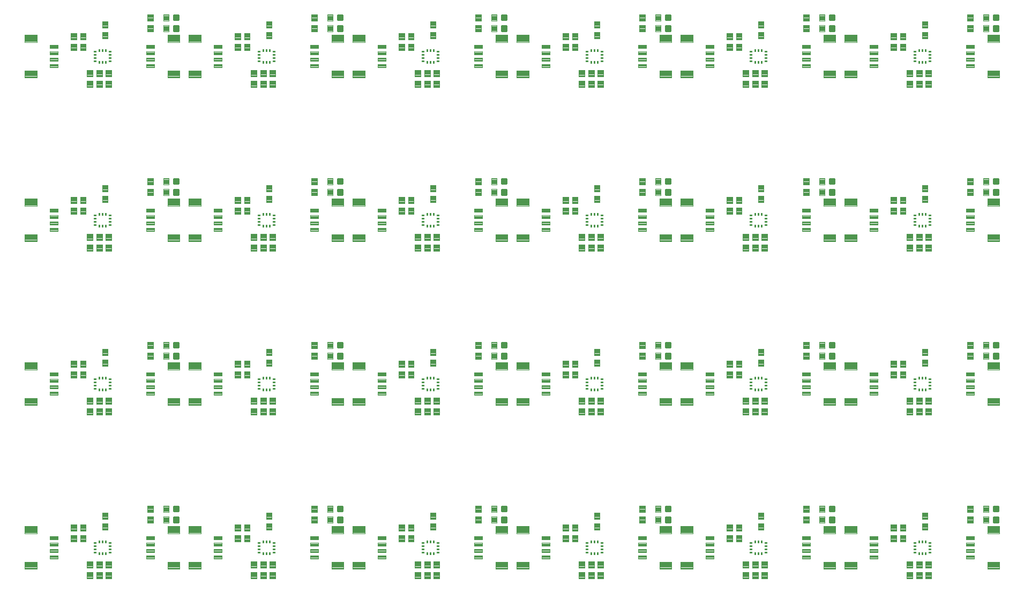
<source format=gtp>
G04 EAGLE Gerber RS-274X export*
G75*
%MOMM*%
%FSLAX34Y34*%
%LPD*%
%INSolderpaste Top*%
%IPPOS*%
%AMOC8*
5,1,8,0,0,1.08239X$1,22.5*%
G01*
%ADD10C,0.100000*%
%ADD11C,0.096000*%
%ADD12C,0.102000*%
%ADD13C,0.300000*%
%ADD14C,0.102500*%


D10*
X101147Y146360D02*
X101147Y136360D01*
X92147Y136360D01*
X92147Y146360D01*
X101147Y146360D01*
X101147Y137310D02*
X92147Y137310D01*
X92147Y138260D02*
X101147Y138260D01*
X101147Y139210D02*
X92147Y139210D01*
X92147Y140160D02*
X101147Y140160D01*
X101147Y141110D02*
X92147Y141110D01*
X92147Y142060D02*
X101147Y142060D01*
X101147Y143010D02*
X92147Y143010D01*
X92147Y143960D02*
X101147Y143960D01*
X101147Y144910D02*
X92147Y144910D01*
X92147Y145860D02*
X101147Y145860D01*
X101147Y153360D02*
X101147Y163360D01*
X101147Y153360D02*
X92147Y153360D01*
X92147Y163360D01*
X101147Y163360D01*
X101147Y154310D02*
X92147Y154310D01*
X92147Y155260D02*
X101147Y155260D01*
X101147Y156210D02*
X92147Y156210D01*
X92147Y157160D02*
X101147Y157160D01*
X101147Y158110D02*
X92147Y158110D01*
X92147Y159060D02*
X101147Y159060D01*
X101147Y160010D02*
X92147Y160010D01*
X92147Y160960D02*
X101147Y160960D01*
X101147Y161910D02*
X92147Y161910D01*
X92147Y162860D02*
X101147Y162860D01*
X136072Y165029D02*
X136072Y155029D01*
X127072Y155029D01*
X127072Y165029D01*
X136072Y165029D01*
X136072Y155979D02*
X127072Y155979D01*
X127072Y156929D02*
X136072Y156929D01*
X136072Y157879D02*
X127072Y157879D01*
X127072Y158829D02*
X136072Y158829D01*
X136072Y159779D02*
X127072Y159779D01*
X127072Y160729D02*
X136072Y160729D01*
X136072Y161679D02*
X127072Y161679D01*
X127072Y162629D02*
X136072Y162629D01*
X136072Y163579D02*
X127072Y163579D01*
X127072Y164529D02*
X136072Y164529D01*
X136072Y172029D02*
X136072Y182029D01*
X136072Y172029D02*
X127072Y172029D01*
X127072Y182029D01*
X136072Y182029D01*
X136072Y172979D02*
X127072Y172979D01*
X127072Y173929D02*
X136072Y173929D01*
X136072Y174879D02*
X127072Y174879D01*
X127072Y175829D02*
X136072Y175829D01*
X136072Y176779D02*
X127072Y176779D01*
X127072Y177729D02*
X136072Y177729D01*
X136072Y178679D02*
X127072Y178679D01*
X127072Y179629D02*
X136072Y179629D01*
X136072Y180579D02*
X127072Y180579D01*
X127072Y181529D02*
X136072Y181529D01*
X117865Y104940D02*
X117865Y94940D01*
X117865Y104940D02*
X126865Y104940D01*
X126865Y94940D01*
X117865Y94940D01*
X117865Y95890D02*
X126865Y95890D01*
X126865Y96840D02*
X117865Y96840D01*
X117865Y97790D02*
X126865Y97790D01*
X126865Y98740D02*
X117865Y98740D01*
X117865Y99690D02*
X126865Y99690D01*
X126865Y100640D02*
X117865Y100640D01*
X117865Y101590D02*
X126865Y101590D01*
X126865Y102540D02*
X117865Y102540D01*
X117865Y103490D02*
X126865Y103490D01*
X126865Y104440D02*
X117865Y104440D01*
X117865Y87940D02*
X117865Y77940D01*
X117865Y87940D02*
X126865Y87940D01*
X126865Y77940D01*
X117865Y77940D01*
X117865Y78890D02*
X126865Y78890D01*
X126865Y79840D02*
X117865Y79840D01*
X117865Y80790D02*
X126865Y80790D01*
X126865Y81740D02*
X117865Y81740D01*
X117865Y82690D02*
X126865Y82690D01*
X126865Y83640D02*
X117865Y83640D01*
X117865Y84590D02*
X126865Y84590D01*
X126865Y85540D02*
X117865Y85540D01*
X117865Y86490D02*
X126865Y86490D01*
X126865Y87440D02*
X117865Y87440D01*
X132724Y94940D02*
X132724Y104940D01*
X141724Y104940D01*
X141724Y94940D01*
X132724Y94940D01*
X132724Y95890D02*
X141724Y95890D01*
X141724Y96840D02*
X132724Y96840D01*
X132724Y97790D02*
X141724Y97790D01*
X141724Y98740D02*
X132724Y98740D01*
X132724Y99690D02*
X141724Y99690D01*
X141724Y100640D02*
X132724Y100640D01*
X132724Y101590D02*
X141724Y101590D01*
X141724Y102540D02*
X132724Y102540D01*
X132724Y103490D02*
X141724Y103490D01*
X141724Y104440D02*
X132724Y104440D01*
X132724Y87940D02*
X132724Y77940D01*
X132724Y87940D02*
X141724Y87940D01*
X141724Y77940D01*
X132724Y77940D01*
X132724Y78890D02*
X141724Y78890D01*
X141724Y79840D02*
X132724Y79840D01*
X132724Y80790D02*
X141724Y80790D01*
X141724Y81740D02*
X132724Y81740D01*
X132724Y82690D02*
X141724Y82690D01*
X141724Y83640D02*
X132724Y83640D01*
X132724Y84590D02*
X141724Y84590D01*
X141724Y85540D02*
X132724Y85540D01*
X132724Y86490D02*
X141724Y86490D01*
X141724Y87440D02*
X132724Y87440D01*
X77542Y153360D02*
X77542Y163360D01*
X86542Y163360D01*
X86542Y153360D01*
X77542Y153360D01*
X77542Y154310D02*
X86542Y154310D01*
X86542Y155260D02*
X77542Y155260D01*
X77542Y156210D02*
X86542Y156210D01*
X86542Y157160D02*
X77542Y157160D01*
X77542Y158110D02*
X86542Y158110D01*
X86542Y159060D02*
X77542Y159060D01*
X77542Y160010D02*
X86542Y160010D01*
X86542Y160960D02*
X77542Y160960D01*
X77542Y161910D02*
X86542Y161910D01*
X86542Y162860D02*
X77542Y162860D01*
X77542Y146360D02*
X77542Y136360D01*
X77542Y146360D02*
X86542Y146360D01*
X86542Y136360D01*
X77542Y136360D01*
X77542Y137310D02*
X86542Y137310D01*
X86542Y138260D02*
X77542Y138260D01*
X77542Y139210D02*
X86542Y139210D01*
X86542Y140160D02*
X77542Y140160D01*
X77542Y141110D02*
X86542Y141110D01*
X86542Y142060D02*
X77542Y142060D01*
X77542Y143010D02*
X86542Y143010D01*
X86542Y143960D02*
X77542Y143960D01*
X77542Y144910D02*
X86542Y144910D01*
X86542Y145860D02*
X77542Y145860D01*
X102942Y105067D02*
X102942Y95067D01*
X102942Y105067D02*
X111942Y105067D01*
X111942Y95067D01*
X102942Y95067D01*
X102942Y96017D02*
X111942Y96017D01*
X111942Y96967D02*
X102942Y96967D01*
X102942Y97917D02*
X111942Y97917D01*
X111942Y98867D02*
X102942Y98867D01*
X102942Y99817D02*
X111942Y99817D01*
X111942Y100767D02*
X102942Y100767D01*
X102942Y101717D02*
X111942Y101717D01*
X111942Y102667D02*
X102942Y102667D01*
X102942Y103617D02*
X111942Y103617D01*
X111942Y104567D02*
X102942Y104567D01*
X102942Y88067D02*
X102942Y78067D01*
X102942Y88067D02*
X111942Y88067D01*
X111942Y78067D01*
X102942Y78067D01*
X102942Y79017D02*
X111942Y79017D01*
X111942Y79967D02*
X102942Y79967D01*
X102942Y80917D02*
X111942Y80917D01*
X111942Y81867D02*
X102942Y81867D01*
X102942Y82817D02*
X111942Y82817D01*
X111942Y83767D02*
X102942Y83767D01*
X102942Y84717D02*
X111942Y84717D01*
X111942Y85667D02*
X102942Y85667D01*
X102942Y86617D02*
X111942Y86617D01*
X111942Y87567D02*
X102942Y87567D01*
D11*
X249216Y93480D02*
X249216Y104520D01*
X249216Y93480D02*
X230176Y93480D01*
X230176Y104520D01*
X249216Y104520D01*
X249216Y94392D02*
X230176Y94392D01*
X230176Y95304D02*
X249216Y95304D01*
X249216Y96216D02*
X230176Y96216D01*
X230176Y97128D02*
X249216Y97128D01*
X249216Y98040D02*
X230176Y98040D01*
X230176Y98952D02*
X249216Y98952D01*
X249216Y99864D02*
X230176Y99864D01*
X230176Y100776D02*
X249216Y100776D01*
X249216Y101688D02*
X230176Y101688D01*
X230176Y102600D02*
X249216Y102600D01*
X249216Y103512D02*
X230176Y103512D01*
X230176Y104424D02*
X249216Y104424D01*
X249216Y149480D02*
X249216Y160520D01*
X249216Y149480D02*
X230176Y149480D01*
X230176Y160520D01*
X249216Y160520D01*
X249216Y150392D02*
X230176Y150392D01*
X230176Y151304D02*
X249216Y151304D01*
X249216Y152216D02*
X230176Y152216D01*
X230176Y153128D02*
X249216Y153128D01*
X249216Y154040D02*
X230176Y154040D01*
X230176Y154952D02*
X249216Y154952D01*
X249216Y155864D02*
X230176Y155864D01*
X230176Y156776D02*
X249216Y156776D01*
X249216Y157688D02*
X230176Y157688D01*
X230176Y158600D02*
X249216Y158600D01*
X249216Y159512D02*
X230176Y159512D01*
X230176Y160424D02*
X249216Y160424D01*
D12*
X209186Y114490D02*
X209186Y109510D01*
X196706Y109510D01*
X196706Y114490D01*
X209186Y114490D01*
X209186Y110479D02*
X196706Y110479D01*
X196706Y111448D02*
X209186Y111448D01*
X209186Y112417D02*
X196706Y112417D01*
X196706Y113386D02*
X209186Y113386D01*
X209186Y114355D02*
X196706Y114355D01*
X209186Y119510D02*
X209186Y124490D01*
X209186Y119510D02*
X196706Y119510D01*
X196706Y124490D01*
X209186Y124490D01*
X209186Y120479D02*
X196706Y120479D01*
X196706Y121448D02*
X209186Y121448D01*
X209186Y122417D02*
X196706Y122417D01*
X196706Y123386D02*
X209186Y123386D01*
X209186Y124355D02*
X196706Y124355D01*
X209186Y129510D02*
X209186Y134490D01*
X209186Y129510D02*
X196706Y129510D01*
X196706Y134490D01*
X209186Y134490D01*
X209186Y130479D02*
X196706Y130479D01*
X196706Y131448D02*
X209186Y131448D01*
X209186Y132417D02*
X196706Y132417D01*
X196706Y133386D02*
X209186Y133386D01*
X209186Y134355D02*
X196706Y134355D01*
X209186Y139510D02*
X209186Y144490D01*
X209186Y139510D02*
X196706Y139510D01*
X196706Y144490D01*
X209186Y144490D01*
X209186Y140479D02*
X196706Y140479D01*
X196706Y141448D02*
X209186Y141448D01*
X209186Y142417D02*
X196706Y142417D01*
X196706Y143386D02*
X209186Y143386D01*
X209186Y144355D02*
X196706Y144355D01*
D11*
X4530Y149480D02*
X4530Y160520D01*
X23570Y160520D01*
X23570Y149480D01*
X4530Y149480D01*
X4530Y150392D02*
X23570Y150392D01*
X23570Y151304D02*
X4530Y151304D01*
X4530Y152216D02*
X23570Y152216D01*
X23570Y153128D02*
X4530Y153128D01*
X4530Y154040D02*
X23570Y154040D01*
X23570Y154952D02*
X4530Y154952D01*
X4530Y155864D02*
X23570Y155864D01*
X23570Y156776D02*
X4530Y156776D01*
X4530Y157688D02*
X23570Y157688D01*
X23570Y158600D02*
X4530Y158600D01*
X4530Y159512D02*
X23570Y159512D01*
X23570Y160424D02*
X4530Y160424D01*
X4530Y104520D02*
X4530Y93480D01*
X4530Y104520D02*
X23570Y104520D01*
X23570Y93480D01*
X4530Y93480D01*
X4530Y94392D02*
X23570Y94392D01*
X23570Y95304D02*
X4530Y95304D01*
X4530Y96216D02*
X23570Y96216D01*
X23570Y97128D02*
X4530Y97128D01*
X4530Y98040D02*
X23570Y98040D01*
X23570Y98952D02*
X4530Y98952D01*
X4530Y99864D02*
X23570Y99864D01*
X23570Y100776D02*
X4530Y100776D01*
X4530Y101688D02*
X23570Y101688D01*
X23570Y102600D02*
X4530Y102600D01*
X4530Y103512D02*
X23570Y103512D01*
X23570Y104424D02*
X4530Y104424D01*
D12*
X44560Y139510D02*
X44560Y144490D01*
X57040Y144490D01*
X57040Y139510D01*
X44560Y139510D01*
X44560Y140479D02*
X57040Y140479D01*
X57040Y141448D02*
X44560Y141448D01*
X44560Y142417D02*
X57040Y142417D01*
X57040Y143386D02*
X44560Y143386D01*
X44560Y144355D02*
X57040Y144355D01*
X44560Y134490D02*
X44560Y129510D01*
X44560Y134490D02*
X57040Y134490D01*
X57040Y129510D01*
X44560Y129510D01*
X44560Y130479D02*
X57040Y130479D01*
X57040Y131448D02*
X44560Y131448D01*
X44560Y132417D02*
X57040Y132417D01*
X57040Y133386D02*
X44560Y133386D01*
X44560Y134355D02*
X57040Y134355D01*
X44560Y124490D02*
X44560Y119510D01*
X44560Y124490D02*
X57040Y124490D01*
X57040Y119510D01*
X44560Y119510D01*
X44560Y120479D02*
X57040Y120479D01*
X57040Y121448D02*
X44560Y121448D01*
X44560Y122417D02*
X57040Y122417D01*
X57040Y123386D02*
X44560Y123386D01*
X44560Y124355D02*
X57040Y124355D01*
X44560Y114490D02*
X44560Y109510D01*
X44560Y114490D02*
X57040Y114490D01*
X57040Y109510D01*
X44560Y109510D01*
X44560Y110479D02*
X57040Y110479D01*
X57040Y111448D02*
X44560Y111448D01*
X44560Y112417D02*
X57040Y112417D01*
X57040Y113386D02*
X44560Y113386D01*
X44560Y114355D02*
X57040Y114355D01*
D13*
X240594Y184594D02*
X247594Y184594D01*
X240594Y184594D02*
X240594Y191594D01*
X247594Y191594D01*
X247594Y184594D01*
X247594Y187444D02*
X240594Y187444D01*
X240594Y190294D02*
X247594Y190294D01*
X247594Y167054D02*
X240594Y167054D01*
X240594Y174054D01*
X247594Y174054D01*
X247594Y167054D01*
X247594Y169904D02*
X240594Y169904D01*
X240594Y172754D02*
X247594Y172754D01*
D10*
X232592Y176332D02*
X232592Y166332D01*
X223592Y166332D01*
X223592Y176332D01*
X232592Y176332D01*
X232592Y167282D02*
X223592Y167282D01*
X223592Y168232D02*
X232592Y168232D01*
X232592Y169182D02*
X223592Y169182D01*
X223592Y170132D02*
X232592Y170132D01*
X232592Y171082D02*
X223592Y171082D01*
X223592Y172032D02*
X232592Y172032D01*
X232592Y172982D02*
X223592Y172982D01*
X223592Y173932D02*
X232592Y173932D01*
X232592Y174882D02*
X223592Y174882D01*
X223592Y175832D02*
X232592Y175832D01*
X232592Y183332D02*
X232592Y193332D01*
X232592Y183332D02*
X223592Y183332D01*
X223592Y193332D01*
X232592Y193332D01*
X232592Y184282D02*
X223592Y184282D01*
X223592Y185232D02*
X232592Y185232D01*
X232592Y186182D02*
X223592Y186182D01*
X223592Y187132D02*
X232592Y187132D01*
X232592Y188082D02*
X223592Y188082D01*
X223592Y189032D02*
X232592Y189032D01*
X232592Y189982D02*
X223592Y189982D01*
X223592Y190932D02*
X232592Y190932D01*
X232592Y191882D02*
X223592Y191882D01*
X223592Y192832D02*
X232592Y192832D01*
D14*
X140488Y118762D02*
X137012Y118762D01*
X137012Y120238D01*
X140488Y120238D01*
X140488Y118762D01*
X140488Y119736D02*
X137012Y119736D01*
X137012Y123762D02*
X140488Y123762D01*
X137012Y123762D02*
X137012Y125238D01*
X140488Y125238D01*
X140488Y123762D01*
X140488Y124736D02*
X137012Y124736D01*
X137012Y128762D02*
X140488Y128762D01*
X137012Y128762D02*
X137012Y130238D01*
X140488Y130238D01*
X140488Y128762D01*
X140488Y129736D02*
X137012Y129736D01*
X137012Y133762D02*
X140488Y133762D01*
X137012Y133762D02*
X137012Y135238D01*
X140488Y135238D01*
X140488Y133762D01*
X140488Y134736D02*
X137012Y134736D01*
X131262Y134512D02*
X131262Y137988D01*
X132738Y137988D01*
X132738Y134512D01*
X131262Y134512D01*
X131262Y135486D02*
X132738Y135486D01*
X132738Y136460D02*
X131262Y136460D01*
X131262Y137434D02*
X132738Y137434D01*
X126262Y137988D02*
X126262Y134512D01*
X126262Y137988D02*
X127738Y137988D01*
X127738Y134512D01*
X126262Y134512D01*
X126262Y135486D02*
X127738Y135486D01*
X127738Y136460D02*
X126262Y136460D01*
X126262Y137434D02*
X127738Y137434D01*
X121262Y137988D02*
X121262Y134512D01*
X121262Y137988D02*
X122738Y137988D01*
X122738Y134512D01*
X121262Y134512D01*
X121262Y135486D02*
X122738Y135486D01*
X122738Y136460D02*
X121262Y136460D01*
X121262Y137434D02*
X122738Y137434D01*
X116988Y133762D02*
X113512Y133762D01*
X113512Y135238D01*
X116988Y135238D01*
X116988Y133762D01*
X116988Y134736D02*
X113512Y134736D01*
X113512Y128762D02*
X116988Y128762D01*
X113512Y128762D02*
X113512Y130238D01*
X116988Y130238D01*
X116988Y128762D01*
X116988Y129736D02*
X113512Y129736D01*
X113512Y123762D02*
X116988Y123762D01*
X113512Y123762D02*
X113512Y125238D01*
X116988Y125238D01*
X116988Y123762D01*
X116988Y124736D02*
X113512Y124736D01*
X113512Y118762D02*
X116988Y118762D01*
X113512Y118762D02*
X113512Y120238D01*
X116988Y120238D01*
X116988Y118762D01*
X116988Y119736D02*
X113512Y119736D01*
X121262Y119488D02*
X121262Y116012D01*
X121262Y119488D02*
X122738Y119488D01*
X122738Y116012D01*
X121262Y116012D01*
X121262Y116986D02*
X122738Y116986D01*
X122738Y117960D02*
X121262Y117960D01*
X121262Y118934D02*
X122738Y118934D01*
X126262Y119488D02*
X126262Y116012D01*
X126262Y119488D02*
X127738Y119488D01*
X127738Y116012D01*
X126262Y116012D01*
X126262Y116986D02*
X127738Y116986D01*
X127738Y117960D02*
X126262Y117960D01*
X126262Y118934D02*
X127738Y118934D01*
X131262Y119488D02*
X131262Y116012D01*
X131262Y119488D02*
X132738Y119488D01*
X132738Y116012D01*
X131262Y116012D01*
X131262Y116986D02*
X132738Y116986D01*
X132738Y117960D02*
X131262Y117960D01*
X131262Y118934D02*
X132738Y118934D01*
D10*
X207700Y165824D02*
X207700Y175824D01*
X207700Y165824D02*
X198700Y165824D01*
X198700Y175824D01*
X207700Y175824D01*
X207700Y166774D02*
X198700Y166774D01*
X198700Y167724D02*
X207700Y167724D01*
X207700Y168674D02*
X198700Y168674D01*
X198700Y169624D02*
X207700Y169624D01*
X207700Y170574D02*
X198700Y170574D01*
X198700Y171524D02*
X207700Y171524D01*
X207700Y172474D02*
X198700Y172474D01*
X198700Y173424D02*
X207700Y173424D01*
X207700Y174374D02*
X198700Y174374D01*
X198700Y175324D02*
X207700Y175324D01*
X207700Y182824D02*
X207700Y192824D01*
X207700Y182824D02*
X198700Y182824D01*
X198700Y192824D01*
X207700Y192824D01*
X207700Y183774D02*
X198700Y183774D01*
X198700Y184724D02*
X207700Y184724D01*
X207700Y185674D02*
X198700Y185674D01*
X198700Y186624D02*
X207700Y186624D01*
X207700Y187574D02*
X198700Y187574D01*
X198700Y188524D02*
X207700Y188524D01*
X207700Y189474D02*
X198700Y189474D01*
X198700Y190424D02*
X207700Y190424D01*
X207700Y191374D02*
X198700Y191374D01*
X198700Y192324D02*
X207700Y192324D01*
X360227Y146360D02*
X360227Y136360D01*
X351227Y136360D01*
X351227Y146360D01*
X360227Y146360D01*
X360227Y137310D02*
X351227Y137310D01*
X351227Y138260D02*
X360227Y138260D01*
X360227Y139210D02*
X351227Y139210D01*
X351227Y140160D02*
X360227Y140160D01*
X360227Y141110D02*
X351227Y141110D01*
X351227Y142060D02*
X360227Y142060D01*
X360227Y143010D02*
X351227Y143010D01*
X351227Y143960D02*
X360227Y143960D01*
X360227Y144910D02*
X351227Y144910D01*
X351227Y145860D02*
X360227Y145860D01*
X360227Y153360D02*
X360227Y163360D01*
X360227Y153360D02*
X351227Y153360D01*
X351227Y163360D01*
X360227Y163360D01*
X360227Y154310D02*
X351227Y154310D01*
X351227Y155260D02*
X360227Y155260D01*
X360227Y156210D02*
X351227Y156210D01*
X351227Y157160D02*
X360227Y157160D01*
X360227Y158110D02*
X351227Y158110D01*
X351227Y159060D02*
X360227Y159060D01*
X360227Y160010D02*
X351227Y160010D01*
X351227Y160960D02*
X360227Y160960D01*
X360227Y161910D02*
X351227Y161910D01*
X351227Y162860D02*
X360227Y162860D01*
X395152Y165029D02*
X395152Y155029D01*
X386152Y155029D01*
X386152Y165029D01*
X395152Y165029D01*
X395152Y155979D02*
X386152Y155979D01*
X386152Y156929D02*
X395152Y156929D01*
X395152Y157879D02*
X386152Y157879D01*
X386152Y158829D02*
X395152Y158829D01*
X395152Y159779D02*
X386152Y159779D01*
X386152Y160729D02*
X395152Y160729D01*
X395152Y161679D02*
X386152Y161679D01*
X386152Y162629D02*
X395152Y162629D01*
X395152Y163579D02*
X386152Y163579D01*
X386152Y164529D02*
X395152Y164529D01*
X395152Y172029D02*
X395152Y182029D01*
X395152Y172029D02*
X386152Y172029D01*
X386152Y182029D01*
X395152Y182029D01*
X395152Y172979D02*
X386152Y172979D01*
X386152Y173929D02*
X395152Y173929D01*
X395152Y174879D02*
X386152Y174879D01*
X386152Y175829D02*
X395152Y175829D01*
X395152Y176779D02*
X386152Y176779D01*
X386152Y177729D02*
X395152Y177729D01*
X395152Y178679D02*
X386152Y178679D01*
X386152Y179629D02*
X395152Y179629D01*
X395152Y180579D02*
X386152Y180579D01*
X386152Y181529D02*
X395152Y181529D01*
X376945Y104940D02*
X376945Y94940D01*
X376945Y104940D02*
X385945Y104940D01*
X385945Y94940D01*
X376945Y94940D01*
X376945Y95890D02*
X385945Y95890D01*
X385945Y96840D02*
X376945Y96840D01*
X376945Y97790D02*
X385945Y97790D01*
X385945Y98740D02*
X376945Y98740D01*
X376945Y99690D02*
X385945Y99690D01*
X385945Y100640D02*
X376945Y100640D01*
X376945Y101590D02*
X385945Y101590D01*
X385945Y102540D02*
X376945Y102540D01*
X376945Y103490D02*
X385945Y103490D01*
X385945Y104440D02*
X376945Y104440D01*
X376945Y87940D02*
X376945Y77940D01*
X376945Y87940D02*
X385945Y87940D01*
X385945Y77940D01*
X376945Y77940D01*
X376945Y78890D02*
X385945Y78890D01*
X385945Y79840D02*
X376945Y79840D01*
X376945Y80790D02*
X385945Y80790D01*
X385945Y81740D02*
X376945Y81740D01*
X376945Y82690D02*
X385945Y82690D01*
X385945Y83640D02*
X376945Y83640D01*
X376945Y84590D02*
X385945Y84590D01*
X385945Y85540D02*
X376945Y85540D01*
X376945Y86490D02*
X385945Y86490D01*
X385945Y87440D02*
X376945Y87440D01*
X391804Y94940D02*
X391804Y104940D01*
X400804Y104940D01*
X400804Y94940D01*
X391804Y94940D01*
X391804Y95890D02*
X400804Y95890D01*
X400804Y96840D02*
X391804Y96840D01*
X391804Y97790D02*
X400804Y97790D01*
X400804Y98740D02*
X391804Y98740D01*
X391804Y99690D02*
X400804Y99690D01*
X400804Y100640D02*
X391804Y100640D01*
X391804Y101590D02*
X400804Y101590D01*
X400804Y102540D02*
X391804Y102540D01*
X391804Y103490D02*
X400804Y103490D01*
X400804Y104440D02*
X391804Y104440D01*
X391804Y87940D02*
X391804Y77940D01*
X391804Y87940D02*
X400804Y87940D01*
X400804Y77940D01*
X391804Y77940D01*
X391804Y78890D02*
X400804Y78890D01*
X400804Y79840D02*
X391804Y79840D01*
X391804Y80790D02*
X400804Y80790D01*
X400804Y81740D02*
X391804Y81740D01*
X391804Y82690D02*
X400804Y82690D01*
X400804Y83640D02*
X391804Y83640D01*
X391804Y84590D02*
X400804Y84590D01*
X400804Y85540D02*
X391804Y85540D01*
X391804Y86490D02*
X400804Y86490D01*
X400804Y87440D02*
X391804Y87440D01*
X336622Y153360D02*
X336622Y163360D01*
X345622Y163360D01*
X345622Y153360D01*
X336622Y153360D01*
X336622Y154310D02*
X345622Y154310D01*
X345622Y155260D02*
X336622Y155260D01*
X336622Y156210D02*
X345622Y156210D01*
X345622Y157160D02*
X336622Y157160D01*
X336622Y158110D02*
X345622Y158110D01*
X345622Y159060D02*
X336622Y159060D01*
X336622Y160010D02*
X345622Y160010D01*
X345622Y160960D02*
X336622Y160960D01*
X336622Y161910D02*
X345622Y161910D01*
X345622Y162860D02*
X336622Y162860D01*
X336622Y146360D02*
X336622Y136360D01*
X336622Y146360D02*
X345622Y146360D01*
X345622Y136360D01*
X336622Y136360D01*
X336622Y137310D02*
X345622Y137310D01*
X345622Y138260D02*
X336622Y138260D01*
X336622Y139210D02*
X345622Y139210D01*
X345622Y140160D02*
X336622Y140160D01*
X336622Y141110D02*
X345622Y141110D01*
X345622Y142060D02*
X336622Y142060D01*
X336622Y143010D02*
X345622Y143010D01*
X345622Y143960D02*
X336622Y143960D01*
X336622Y144910D02*
X345622Y144910D01*
X345622Y145860D02*
X336622Y145860D01*
X362022Y105067D02*
X362022Y95067D01*
X362022Y105067D02*
X371022Y105067D01*
X371022Y95067D01*
X362022Y95067D01*
X362022Y96017D02*
X371022Y96017D01*
X371022Y96967D02*
X362022Y96967D01*
X362022Y97917D02*
X371022Y97917D01*
X371022Y98867D02*
X362022Y98867D01*
X362022Y99817D02*
X371022Y99817D01*
X371022Y100767D02*
X362022Y100767D01*
X362022Y101717D02*
X371022Y101717D01*
X371022Y102667D02*
X362022Y102667D01*
X362022Y103617D02*
X371022Y103617D01*
X371022Y104567D02*
X362022Y104567D01*
X362022Y88067D02*
X362022Y78067D01*
X362022Y88067D02*
X371022Y88067D01*
X371022Y78067D01*
X362022Y78067D01*
X362022Y79017D02*
X371022Y79017D01*
X371022Y79967D02*
X362022Y79967D01*
X362022Y80917D02*
X371022Y80917D01*
X371022Y81867D02*
X362022Y81867D01*
X362022Y82817D02*
X371022Y82817D01*
X371022Y83767D02*
X362022Y83767D01*
X362022Y84717D02*
X371022Y84717D01*
X371022Y85667D02*
X362022Y85667D01*
X362022Y86617D02*
X371022Y86617D01*
X371022Y87567D02*
X362022Y87567D01*
D11*
X508296Y93480D02*
X508296Y104520D01*
X508296Y93480D02*
X489256Y93480D01*
X489256Y104520D01*
X508296Y104520D01*
X508296Y94392D02*
X489256Y94392D01*
X489256Y95304D02*
X508296Y95304D01*
X508296Y96216D02*
X489256Y96216D01*
X489256Y97128D02*
X508296Y97128D01*
X508296Y98040D02*
X489256Y98040D01*
X489256Y98952D02*
X508296Y98952D01*
X508296Y99864D02*
X489256Y99864D01*
X489256Y100776D02*
X508296Y100776D01*
X508296Y101688D02*
X489256Y101688D01*
X489256Y102600D02*
X508296Y102600D01*
X508296Y103512D02*
X489256Y103512D01*
X489256Y104424D02*
X508296Y104424D01*
X508296Y149480D02*
X508296Y160520D01*
X508296Y149480D02*
X489256Y149480D01*
X489256Y160520D01*
X508296Y160520D01*
X508296Y150392D02*
X489256Y150392D01*
X489256Y151304D02*
X508296Y151304D01*
X508296Y152216D02*
X489256Y152216D01*
X489256Y153128D02*
X508296Y153128D01*
X508296Y154040D02*
X489256Y154040D01*
X489256Y154952D02*
X508296Y154952D01*
X508296Y155864D02*
X489256Y155864D01*
X489256Y156776D02*
X508296Y156776D01*
X508296Y157688D02*
X489256Y157688D01*
X489256Y158600D02*
X508296Y158600D01*
X508296Y159512D02*
X489256Y159512D01*
X489256Y160424D02*
X508296Y160424D01*
D12*
X468266Y114490D02*
X468266Y109510D01*
X455786Y109510D01*
X455786Y114490D01*
X468266Y114490D01*
X468266Y110479D02*
X455786Y110479D01*
X455786Y111448D02*
X468266Y111448D01*
X468266Y112417D02*
X455786Y112417D01*
X455786Y113386D02*
X468266Y113386D01*
X468266Y114355D02*
X455786Y114355D01*
X468266Y119510D02*
X468266Y124490D01*
X468266Y119510D02*
X455786Y119510D01*
X455786Y124490D01*
X468266Y124490D01*
X468266Y120479D02*
X455786Y120479D01*
X455786Y121448D02*
X468266Y121448D01*
X468266Y122417D02*
X455786Y122417D01*
X455786Y123386D02*
X468266Y123386D01*
X468266Y124355D02*
X455786Y124355D01*
X468266Y129510D02*
X468266Y134490D01*
X468266Y129510D02*
X455786Y129510D01*
X455786Y134490D01*
X468266Y134490D01*
X468266Y130479D02*
X455786Y130479D01*
X455786Y131448D02*
X468266Y131448D01*
X468266Y132417D02*
X455786Y132417D01*
X455786Y133386D02*
X468266Y133386D01*
X468266Y134355D02*
X455786Y134355D01*
X468266Y139510D02*
X468266Y144490D01*
X468266Y139510D02*
X455786Y139510D01*
X455786Y144490D01*
X468266Y144490D01*
X468266Y140479D02*
X455786Y140479D01*
X455786Y141448D02*
X468266Y141448D01*
X468266Y142417D02*
X455786Y142417D01*
X455786Y143386D02*
X468266Y143386D01*
X468266Y144355D02*
X455786Y144355D01*
D11*
X263610Y149480D02*
X263610Y160520D01*
X282650Y160520D01*
X282650Y149480D01*
X263610Y149480D01*
X263610Y150392D02*
X282650Y150392D01*
X282650Y151304D02*
X263610Y151304D01*
X263610Y152216D02*
X282650Y152216D01*
X282650Y153128D02*
X263610Y153128D01*
X263610Y154040D02*
X282650Y154040D01*
X282650Y154952D02*
X263610Y154952D01*
X263610Y155864D02*
X282650Y155864D01*
X282650Y156776D02*
X263610Y156776D01*
X263610Y157688D02*
X282650Y157688D01*
X282650Y158600D02*
X263610Y158600D01*
X263610Y159512D02*
X282650Y159512D01*
X282650Y160424D02*
X263610Y160424D01*
X263610Y104520D02*
X263610Y93480D01*
X263610Y104520D02*
X282650Y104520D01*
X282650Y93480D01*
X263610Y93480D01*
X263610Y94392D02*
X282650Y94392D01*
X282650Y95304D02*
X263610Y95304D01*
X263610Y96216D02*
X282650Y96216D01*
X282650Y97128D02*
X263610Y97128D01*
X263610Y98040D02*
X282650Y98040D01*
X282650Y98952D02*
X263610Y98952D01*
X263610Y99864D02*
X282650Y99864D01*
X282650Y100776D02*
X263610Y100776D01*
X263610Y101688D02*
X282650Y101688D01*
X282650Y102600D02*
X263610Y102600D01*
X263610Y103512D02*
X282650Y103512D01*
X282650Y104424D02*
X263610Y104424D01*
D12*
X303640Y139510D02*
X303640Y144490D01*
X316120Y144490D01*
X316120Y139510D01*
X303640Y139510D01*
X303640Y140479D02*
X316120Y140479D01*
X316120Y141448D02*
X303640Y141448D01*
X303640Y142417D02*
X316120Y142417D01*
X316120Y143386D02*
X303640Y143386D01*
X303640Y144355D02*
X316120Y144355D01*
X303640Y134490D02*
X303640Y129510D01*
X303640Y134490D02*
X316120Y134490D01*
X316120Y129510D01*
X303640Y129510D01*
X303640Y130479D02*
X316120Y130479D01*
X316120Y131448D02*
X303640Y131448D01*
X303640Y132417D02*
X316120Y132417D01*
X316120Y133386D02*
X303640Y133386D01*
X303640Y134355D02*
X316120Y134355D01*
X303640Y124490D02*
X303640Y119510D01*
X303640Y124490D02*
X316120Y124490D01*
X316120Y119510D01*
X303640Y119510D01*
X303640Y120479D02*
X316120Y120479D01*
X316120Y121448D02*
X303640Y121448D01*
X303640Y122417D02*
X316120Y122417D01*
X316120Y123386D02*
X303640Y123386D01*
X303640Y124355D02*
X316120Y124355D01*
X303640Y114490D02*
X303640Y109510D01*
X303640Y114490D02*
X316120Y114490D01*
X316120Y109510D01*
X303640Y109510D01*
X303640Y110479D02*
X316120Y110479D01*
X316120Y111448D02*
X303640Y111448D01*
X303640Y112417D02*
X316120Y112417D01*
X316120Y113386D02*
X303640Y113386D01*
X303640Y114355D02*
X316120Y114355D01*
D13*
X499674Y184594D02*
X506674Y184594D01*
X499674Y184594D02*
X499674Y191594D01*
X506674Y191594D01*
X506674Y184594D01*
X506674Y187444D02*
X499674Y187444D01*
X499674Y190294D02*
X506674Y190294D01*
X506674Y167054D02*
X499674Y167054D01*
X499674Y174054D01*
X506674Y174054D01*
X506674Y167054D01*
X506674Y169904D02*
X499674Y169904D01*
X499674Y172754D02*
X506674Y172754D01*
D10*
X491672Y176332D02*
X491672Y166332D01*
X482672Y166332D01*
X482672Y176332D01*
X491672Y176332D01*
X491672Y167282D02*
X482672Y167282D01*
X482672Y168232D02*
X491672Y168232D01*
X491672Y169182D02*
X482672Y169182D01*
X482672Y170132D02*
X491672Y170132D01*
X491672Y171082D02*
X482672Y171082D01*
X482672Y172032D02*
X491672Y172032D01*
X491672Y172982D02*
X482672Y172982D01*
X482672Y173932D02*
X491672Y173932D01*
X491672Y174882D02*
X482672Y174882D01*
X482672Y175832D02*
X491672Y175832D01*
X491672Y183332D02*
X491672Y193332D01*
X491672Y183332D02*
X482672Y183332D01*
X482672Y193332D01*
X491672Y193332D01*
X491672Y184282D02*
X482672Y184282D01*
X482672Y185232D02*
X491672Y185232D01*
X491672Y186182D02*
X482672Y186182D01*
X482672Y187132D02*
X491672Y187132D01*
X491672Y188082D02*
X482672Y188082D01*
X482672Y189032D02*
X491672Y189032D01*
X491672Y189982D02*
X482672Y189982D01*
X482672Y190932D02*
X491672Y190932D01*
X491672Y191882D02*
X482672Y191882D01*
X482672Y192832D02*
X491672Y192832D01*
D14*
X399568Y118762D02*
X396092Y118762D01*
X396092Y120238D01*
X399568Y120238D01*
X399568Y118762D01*
X399568Y119736D02*
X396092Y119736D01*
X396092Y123762D02*
X399568Y123762D01*
X396092Y123762D02*
X396092Y125238D01*
X399568Y125238D01*
X399568Y123762D01*
X399568Y124736D02*
X396092Y124736D01*
X396092Y128762D02*
X399568Y128762D01*
X396092Y128762D02*
X396092Y130238D01*
X399568Y130238D01*
X399568Y128762D01*
X399568Y129736D02*
X396092Y129736D01*
X396092Y133762D02*
X399568Y133762D01*
X396092Y133762D02*
X396092Y135238D01*
X399568Y135238D01*
X399568Y133762D01*
X399568Y134736D02*
X396092Y134736D01*
X390342Y134512D02*
X390342Y137988D01*
X391818Y137988D01*
X391818Y134512D01*
X390342Y134512D01*
X390342Y135486D02*
X391818Y135486D01*
X391818Y136460D02*
X390342Y136460D01*
X390342Y137434D02*
X391818Y137434D01*
X385342Y137988D02*
X385342Y134512D01*
X385342Y137988D02*
X386818Y137988D01*
X386818Y134512D01*
X385342Y134512D01*
X385342Y135486D02*
X386818Y135486D01*
X386818Y136460D02*
X385342Y136460D01*
X385342Y137434D02*
X386818Y137434D01*
X380342Y137988D02*
X380342Y134512D01*
X380342Y137988D02*
X381818Y137988D01*
X381818Y134512D01*
X380342Y134512D01*
X380342Y135486D02*
X381818Y135486D01*
X381818Y136460D02*
X380342Y136460D01*
X380342Y137434D02*
X381818Y137434D01*
X376068Y133762D02*
X372592Y133762D01*
X372592Y135238D01*
X376068Y135238D01*
X376068Y133762D01*
X376068Y134736D02*
X372592Y134736D01*
X372592Y128762D02*
X376068Y128762D01*
X372592Y128762D02*
X372592Y130238D01*
X376068Y130238D01*
X376068Y128762D01*
X376068Y129736D02*
X372592Y129736D01*
X372592Y123762D02*
X376068Y123762D01*
X372592Y123762D02*
X372592Y125238D01*
X376068Y125238D01*
X376068Y123762D01*
X376068Y124736D02*
X372592Y124736D01*
X372592Y118762D02*
X376068Y118762D01*
X372592Y118762D02*
X372592Y120238D01*
X376068Y120238D01*
X376068Y118762D01*
X376068Y119736D02*
X372592Y119736D01*
X380342Y119488D02*
X380342Y116012D01*
X380342Y119488D02*
X381818Y119488D01*
X381818Y116012D01*
X380342Y116012D01*
X380342Y116986D02*
X381818Y116986D01*
X381818Y117960D02*
X380342Y117960D01*
X380342Y118934D02*
X381818Y118934D01*
X385342Y119488D02*
X385342Y116012D01*
X385342Y119488D02*
X386818Y119488D01*
X386818Y116012D01*
X385342Y116012D01*
X385342Y116986D02*
X386818Y116986D01*
X386818Y117960D02*
X385342Y117960D01*
X385342Y118934D02*
X386818Y118934D01*
X390342Y119488D02*
X390342Y116012D01*
X390342Y119488D02*
X391818Y119488D01*
X391818Y116012D01*
X390342Y116012D01*
X390342Y116986D02*
X391818Y116986D01*
X391818Y117960D02*
X390342Y117960D01*
X390342Y118934D02*
X391818Y118934D01*
D10*
X466780Y165824D02*
X466780Y175824D01*
X466780Y165824D02*
X457780Y165824D01*
X457780Y175824D01*
X466780Y175824D01*
X466780Y166774D02*
X457780Y166774D01*
X457780Y167724D02*
X466780Y167724D01*
X466780Y168674D02*
X457780Y168674D01*
X457780Y169624D02*
X466780Y169624D01*
X466780Y170574D02*
X457780Y170574D01*
X457780Y171524D02*
X466780Y171524D01*
X466780Y172474D02*
X457780Y172474D01*
X457780Y173424D02*
X466780Y173424D01*
X466780Y174374D02*
X457780Y174374D01*
X457780Y175324D02*
X466780Y175324D01*
X466780Y182824D02*
X466780Y192824D01*
X466780Y182824D02*
X457780Y182824D01*
X457780Y192824D01*
X466780Y192824D01*
X466780Y183774D02*
X457780Y183774D01*
X457780Y184724D02*
X466780Y184724D01*
X466780Y185674D02*
X457780Y185674D01*
X457780Y186624D02*
X466780Y186624D01*
X466780Y187574D02*
X457780Y187574D01*
X457780Y188524D02*
X466780Y188524D01*
X466780Y189474D02*
X457780Y189474D01*
X457780Y190424D02*
X466780Y190424D01*
X466780Y191374D02*
X457780Y191374D01*
X457780Y192324D02*
X466780Y192324D01*
X619307Y146360D02*
X619307Y136360D01*
X610307Y136360D01*
X610307Y146360D01*
X619307Y146360D01*
X619307Y137310D02*
X610307Y137310D01*
X610307Y138260D02*
X619307Y138260D01*
X619307Y139210D02*
X610307Y139210D01*
X610307Y140160D02*
X619307Y140160D01*
X619307Y141110D02*
X610307Y141110D01*
X610307Y142060D02*
X619307Y142060D01*
X619307Y143010D02*
X610307Y143010D01*
X610307Y143960D02*
X619307Y143960D01*
X619307Y144910D02*
X610307Y144910D01*
X610307Y145860D02*
X619307Y145860D01*
X619307Y153360D02*
X619307Y163360D01*
X619307Y153360D02*
X610307Y153360D01*
X610307Y163360D01*
X619307Y163360D01*
X619307Y154310D02*
X610307Y154310D01*
X610307Y155260D02*
X619307Y155260D01*
X619307Y156210D02*
X610307Y156210D01*
X610307Y157160D02*
X619307Y157160D01*
X619307Y158110D02*
X610307Y158110D01*
X610307Y159060D02*
X619307Y159060D01*
X619307Y160010D02*
X610307Y160010D01*
X610307Y160960D02*
X619307Y160960D01*
X619307Y161910D02*
X610307Y161910D01*
X610307Y162860D02*
X619307Y162860D01*
X654232Y165029D02*
X654232Y155029D01*
X645232Y155029D01*
X645232Y165029D01*
X654232Y165029D01*
X654232Y155979D02*
X645232Y155979D01*
X645232Y156929D02*
X654232Y156929D01*
X654232Y157879D02*
X645232Y157879D01*
X645232Y158829D02*
X654232Y158829D01*
X654232Y159779D02*
X645232Y159779D01*
X645232Y160729D02*
X654232Y160729D01*
X654232Y161679D02*
X645232Y161679D01*
X645232Y162629D02*
X654232Y162629D01*
X654232Y163579D02*
X645232Y163579D01*
X645232Y164529D02*
X654232Y164529D01*
X654232Y172029D02*
X654232Y182029D01*
X654232Y172029D02*
X645232Y172029D01*
X645232Y182029D01*
X654232Y182029D01*
X654232Y172979D02*
X645232Y172979D01*
X645232Y173929D02*
X654232Y173929D01*
X654232Y174879D02*
X645232Y174879D01*
X645232Y175829D02*
X654232Y175829D01*
X654232Y176779D02*
X645232Y176779D01*
X645232Y177729D02*
X654232Y177729D01*
X654232Y178679D02*
X645232Y178679D01*
X645232Y179629D02*
X654232Y179629D01*
X654232Y180579D02*
X645232Y180579D01*
X645232Y181529D02*
X654232Y181529D01*
X636025Y104940D02*
X636025Y94940D01*
X636025Y104940D02*
X645025Y104940D01*
X645025Y94940D01*
X636025Y94940D01*
X636025Y95890D02*
X645025Y95890D01*
X645025Y96840D02*
X636025Y96840D01*
X636025Y97790D02*
X645025Y97790D01*
X645025Y98740D02*
X636025Y98740D01*
X636025Y99690D02*
X645025Y99690D01*
X645025Y100640D02*
X636025Y100640D01*
X636025Y101590D02*
X645025Y101590D01*
X645025Y102540D02*
X636025Y102540D01*
X636025Y103490D02*
X645025Y103490D01*
X645025Y104440D02*
X636025Y104440D01*
X636025Y87940D02*
X636025Y77940D01*
X636025Y87940D02*
X645025Y87940D01*
X645025Y77940D01*
X636025Y77940D01*
X636025Y78890D02*
X645025Y78890D01*
X645025Y79840D02*
X636025Y79840D01*
X636025Y80790D02*
X645025Y80790D01*
X645025Y81740D02*
X636025Y81740D01*
X636025Y82690D02*
X645025Y82690D01*
X645025Y83640D02*
X636025Y83640D01*
X636025Y84590D02*
X645025Y84590D01*
X645025Y85540D02*
X636025Y85540D01*
X636025Y86490D02*
X645025Y86490D01*
X645025Y87440D02*
X636025Y87440D01*
X650884Y94940D02*
X650884Y104940D01*
X659884Y104940D01*
X659884Y94940D01*
X650884Y94940D01*
X650884Y95890D02*
X659884Y95890D01*
X659884Y96840D02*
X650884Y96840D01*
X650884Y97790D02*
X659884Y97790D01*
X659884Y98740D02*
X650884Y98740D01*
X650884Y99690D02*
X659884Y99690D01*
X659884Y100640D02*
X650884Y100640D01*
X650884Y101590D02*
X659884Y101590D01*
X659884Y102540D02*
X650884Y102540D01*
X650884Y103490D02*
X659884Y103490D01*
X659884Y104440D02*
X650884Y104440D01*
X650884Y87940D02*
X650884Y77940D01*
X650884Y87940D02*
X659884Y87940D01*
X659884Y77940D01*
X650884Y77940D01*
X650884Y78890D02*
X659884Y78890D01*
X659884Y79840D02*
X650884Y79840D01*
X650884Y80790D02*
X659884Y80790D01*
X659884Y81740D02*
X650884Y81740D01*
X650884Y82690D02*
X659884Y82690D01*
X659884Y83640D02*
X650884Y83640D01*
X650884Y84590D02*
X659884Y84590D01*
X659884Y85540D02*
X650884Y85540D01*
X650884Y86490D02*
X659884Y86490D01*
X659884Y87440D02*
X650884Y87440D01*
X595702Y153360D02*
X595702Y163360D01*
X604702Y163360D01*
X604702Y153360D01*
X595702Y153360D01*
X595702Y154310D02*
X604702Y154310D01*
X604702Y155260D02*
X595702Y155260D01*
X595702Y156210D02*
X604702Y156210D01*
X604702Y157160D02*
X595702Y157160D01*
X595702Y158110D02*
X604702Y158110D01*
X604702Y159060D02*
X595702Y159060D01*
X595702Y160010D02*
X604702Y160010D01*
X604702Y160960D02*
X595702Y160960D01*
X595702Y161910D02*
X604702Y161910D01*
X604702Y162860D02*
X595702Y162860D01*
X595702Y146360D02*
X595702Y136360D01*
X595702Y146360D02*
X604702Y146360D01*
X604702Y136360D01*
X595702Y136360D01*
X595702Y137310D02*
X604702Y137310D01*
X604702Y138260D02*
X595702Y138260D01*
X595702Y139210D02*
X604702Y139210D01*
X604702Y140160D02*
X595702Y140160D01*
X595702Y141110D02*
X604702Y141110D01*
X604702Y142060D02*
X595702Y142060D01*
X595702Y143010D02*
X604702Y143010D01*
X604702Y143960D02*
X595702Y143960D01*
X595702Y144910D02*
X604702Y144910D01*
X604702Y145860D02*
X595702Y145860D01*
X621102Y105067D02*
X621102Y95067D01*
X621102Y105067D02*
X630102Y105067D01*
X630102Y95067D01*
X621102Y95067D01*
X621102Y96017D02*
X630102Y96017D01*
X630102Y96967D02*
X621102Y96967D01*
X621102Y97917D02*
X630102Y97917D01*
X630102Y98867D02*
X621102Y98867D01*
X621102Y99817D02*
X630102Y99817D01*
X630102Y100767D02*
X621102Y100767D01*
X621102Y101717D02*
X630102Y101717D01*
X630102Y102667D02*
X621102Y102667D01*
X621102Y103617D02*
X630102Y103617D01*
X630102Y104567D02*
X621102Y104567D01*
X621102Y88067D02*
X621102Y78067D01*
X621102Y88067D02*
X630102Y88067D01*
X630102Y78067D01*
X621102Y78067D01*
X621102Y79017D02*
X630102Y79017D01*
X630102Y79967D02*
X621102Y79967D01*
X621102Y80917D02*
X630102Y80917D01*
X630102Y81867D02*
X621102Y81867D01*
X621102Y82817D02*
X630102Y82817D01*
X630102Y83767D02*
X621102Y83767D01*
X621102Y84717D02*
X630102Y84717D01*
X630102Y85667D02*
X621102Y85667D01*
X621102Y86617D02*
X630102Y86617D01*
X630102Y87567D02*
X621102Y87567D01*
D11*
X767376Y93480D02*
X767376Y104520D01*
X767376Y93480D02*
X748336Y93480D01*
X748336Y104520D01*
X767376Y104520D01*
X767376Y94392D02*
X748336Y94392D01*
X748336Y95304D02*
X767376Y95304D01*
X767376Y96216D02*
X748336Y96216D01*
X748336Y97128D02*
X767376Y97128D01*
X767376Y98040D02*
X748336Y98040D01*
X748336Y98952D02*
X767376Y98952D01*
X767376Y99864D02*
X748336Y99864D01*
X748336Y100776D02*
X767376Y100776D01*
X767376Y101688D02*
X748336Y101688D01*
X748336Y102600D02*
X767376Y102600D01*
X767376Y103512D02*
X748336Y103512D01*
X748336Y104424D02*
X767376Y104424D01*
X767376Y149480D02*
X767376Y160520D01*
X767376Y149480D02*
X748336Y149480D01*
X748336Y160520D01*
X767376Y160520D01*
X767376Y150392D02*
X748336Y150392D01*
X748336Y151304D02*
X767376Y151304D01*
X767376Y152216D02*
X748336Y152216D01*
X748336Y153128D02*
X767376Y153128D01*
X767376Y154040D02*
X748336Y154040D01*
X748336Y154952D02*
X767376Y154952D01*
X767376Y155864D02*
X748336Y155864D01*
X748336Y156776D02*
X767376Y156776D01*
X767376Y157688D02*
X748336Y157688D01*
X748336Y158600D02*
X767376Y158600D01*
X767376Y159512D02*
X748336Y159512D01*
X748336Y160424D02*
X767376Y160424D01*
D12*
X727346Y114490D02*
X727346Y109510D01*
X714866Y109510D01*
X714866Y114490D01*
X727346Y114490D01*
X727346Y110479D02*
X714866Y110479D01*
X714866Y111448D02*
X727346Y111448D01*
X727346Y112417D02*
X714866Y112417D01*
X714866Y113386D02*
X727346Y113386D01*
X727346Y114355D02*
X714866Y114355D01*
X727346Y119510D02*
X727346Y124490D01*
X727346Y119510D02*
X714866Y119510D01*
X714866Y124490D01*
X727346Y124490D01*
X727346Y120479D02*
X714866Y120479D01*
X714866Y121448D02*
X727346Y121448D01*
X727346Y122417D02*
X714866Y122417D01*
X714866Y123386D02*
X727346Y123386D01*
X727346Y124355D02*
X714866Y124355D01*
X727346Y129510D02*
X727346Y134490D01*
X727346Y129510D02*
X714866Y129510D01*
X714866Y134490D01*
X727346Y134490D01*
X727346Y130479D02*
X714866Y130479D01*
X714866Y131448D02*
X727346Y131448D01*
X727346Y132417D02*
X714866Y132417D01*
X714866Y133386D02*
X727346Y133386D01*
X727346Y134355D02*
X714866Y134355D01*
X727346Y139510D02*
X727346Y144490D01*
X727346Y139510D02*
X714866Y139510D01*
X714866Y144490D01*
X727346Y144490D01*
X727346Y140479D02*
X714866Y140479D01*
X714866Y141448D02*
X727346Y141448D01*
X727346Y142417D02*
X714866Y142417D01*
X714866Y143386D02*
X727346Y143386D01*
X727346Y144355D02*
X714866Y144355D01*
D11*
X522690Y149480D02*
X522690Y160520D01*
X541730Y160520D01*
X541730Y149480D01*
X522690Y149480D01*
X522690Y150392D02*
X541730Y150392D01*
X541730Y151304D02*
X522690Y151304D01*
X522690Y152216D02*
X541730Y152216D01*
X541730Y153128D02*
X522690Y153128D01*
X522690Y154040D02*
X541730Y154040D01*
X541730Y154952D02*
X522690Y154952D01*
X522690Y155864D02*
X541730Y155864D01*
X541730Y156776D02*
X522690Y156776D01*
X522690Y157688D02*
X541730Y157688D01*
X541730Y158600D02*
X522690Y158600D01*
X522690Y159512D02*
X541730Y159512D01*
X541730Y160424D02*
X522690Y160424D01*
X522690Y104520D02*
X522690Y93480D01*
X522690Y104520D02*
X541730Y104520D01*
X541730Y93480D01*
X522690Y93480D01*
X522690Y94392D02*
X541730Y94392D01*
X541730Y95304D02*
X522690Y95304D01*
X522690Y96216D02*
X541730Y96216D01*
X541730Y97128D02*
X522690Y97128D01*
X522690Y98040D02*
X541730Y98040D01*
X541730Y98952D02*
X522690Y98952D01*
X522690Y99864D02*
X541730Y99864D01*
X541730Y100776D02*
X522690Y100776D01*
X522690Y101688D02*
X541730Y101688D01*
X541730Y102600D02*
X522690Y102600D01*
X522690Y103512D02*
X541730Y103512D01*
X541730Y104424D02*
X522690Y104424D01*
D12*
X562720Y139510D02*
X562720Y144490D01*
X575200Y144490D01*
X575200Y139510D01*
X562720Y139510D01*
X562720Y140479D02*
X575200Y140479D01*
X575200Y141448D02*
X562720Y141448D01*
X562720Y142417D02*
X575200Y142417D01*
X575200Y143386D02*
X562720Y143386D01*
X562720Y144355D02*
X575200Y144355D01*
X562720Y134490D02*
X562720Y129510D01*
X562720Y134490D02*
X575200Y134490D01*
X575200Y129510D01*
X562720Y129510D01*
X562720Y130479D02*
X575200Y130479D01*
X575200Y131448D02*
X562720Y131448D01*
X562720Y132417D02*
X575200Y132417D01*
X575200Y133386D02*
X562720Y133386D01*
X562720Y134355D02*
X575200Y134355D01*
X562720Y124490D02*
X562720Y119510D01*
X562720Y124490D02*
X575200Y124490D01*
X575200Y119510D01*
X562720Y119510D01*
X562720Y120479D02*
X575200Y120479D01*
X575200Y121448D02*
X562720Y121448D01*
X562720Y122417D02*
X575200Y122417D01*
X575200Y123386D02*
X562720Y123386D01*
X562720Y124355D02*
X575200Y124355D01*
X562720Y114490D02*
X562720Y109510D01*
X562720Y114490D02*
X575200Y114490D01*
X575200Y109510D01*
X562720Y109510D01*
X562720Y110479D02*
X575200Y110479D01*
X575200Y111448D02*
X562720Y111448D01*
X562720Y112417D02*
X575200Y112417D01*
X575200Y113386D02*
X562720Y113386D01*
X562720Y114355D02*
X575200Y114355D01*
D13*
X758754Y184594D02*
X765754Y184594D01*
X758754Y184594D02*
X758754Y191594D01*
X765754Y191594D01*
X765754Y184594D01*
X765754Y187444D02*
X758754Y187444D01*
X758754Y190294D02*
X765754Y190294D01*
X765754Y167054D02*
X758754Y167054D01*
X758754Y174054D01*
X765754Y174054D01*
X765754Y167054D01*
X765754Y169904D02*
X758754Y169904D01*
X758754Y172754D02*
X765754Y172754D01*
D10*
X750752Y176332D02*
X750752Y166332D01*
X741752Y166332D01*
X741752Y176332D01*
X750752Y176332D01*
X750752Y167282D02*
X741752Y167282D01*
X741752Y168232D02*
X750752Y168232D01*
X750752Y169182D02*
X741752Y169182D01*
X741752Y170132D02*
X750752Y170132D01*
X750752Y171082D02*
X741752Y171082D01*
X741752Y172032D02*
X750752Y172032D01*
X750752Y172982D02*
X741752Y172982D01*
X741752Y173932D02*
X750752Y173932D01*
X750752Y174882D02*
X741752Y174882D01*
X741752Y175832D02*
X750752Y175832D01*
X750752Y183332D02*
X750752Y193332D01*
X750752Y183332D02*
X741752Y183332D01*
X741752Y193332D01*
X750752Y193332D01*
X750752Y184282D02*
X741752Y184282D01*
X741752Y185232D02*
X750752Y185232D01*
X750752Y186182D02*
X741752Y186182D01*
X741752Y187132D02*
X750752Y187132D01*
X750752Y188082D02*
X741752Y188082D01*
X741752Y189032D02*
X750752Y189032D01*
X750752Y189982D02*
X741752Y189982D01*
X741752Y190932D02*
X750752Y190932D01*
X750752Y191882D02*
X741752Y191882D01*
X741752Y192832D02*
X750752Y192832D01*
D14*
X658648Y118762D02*
X655172Y118762D01*
X655172Y120238D01*
X658648Y120238D01*
X658648Y118762D01*
X658648Y119736D02*
X655172Y119736D01*
X655172Y123762D02*
X658648Y123762D01*
X655172Y123762D02*
X655172Y125238D01*
X658648Y125238D01*
X658648Y123762D01*
X658648Y124736D02*
X655172Y124736D01*
X655172Y128762D02*
X658648Y128762D01*
X655172Y128762D02*
X655172Y130238D01*
X658648Y130238D01*
X658648Y128762D01*
X658648Y129736D02*
X655172Y129736D01*
X655172Y133762D02*
X658648Y133762D01*
X655172Y133762D02*
X655172Y135238D01*
X658648Y135238D01*
X658648Y133762D01*
X658648Y134736D02*
X655172Y134736D01*
X649422Y134512D02*
X649422Y137988D01*
X650898Y137988D01*
X650898Y134512D01*
X649422Y134512D01*
X649422Y135486D02*
X650898Y135486D01*
X650898Y136460D02*
X649422Y136460D01*
X649422Y137434D02*
X650898Y137434D01*
X644422Y137988D02*
X644422Y134512D01*
X644422Y137988D02*
X645898Y137988D01*
X645898Y134512D01*
X644422Y134512D01*
X644422Y135486D02*
X645898Y135486D01*
X645898Y136460D02*
X644422Y136460D01*
X644422Y137434D02*
X645898Y137434D01*
X639422Y137988D02*
X639422Y134512D01*
X639422Y137988D02*
X640898Y137988D01*
X640898Y134512D01*
X639422Y134512D01*
X639422Y135486D02*
X640898Y135486D01*
X640898Y136460D02*
X639422Y136460D01*
X639422Y137434D02*
X640898Y137434D01*
X635148Y133762D02*
X631672Y133762D01*
X631672Y135238D01*
X635148Y135238D01*
X635148Y133762D01*
X635148Y134736D02*
X631672Y134736D01*
X631672Y128762D02*
X635148Y128762D01*
X631672Y128762D02*
X631672Y130238D01*
X635148Y130238D01*
X635148Y128762D01*
X635148Y129736D02*
X631672Y129736D01*
X631672Y123762D02*
X635148Y123762D01*
X631672Y123762D02*
X631672Y125238D01*
X635148Y125238D01*
X635148Y123762D01*
X635148Y124736D02*
X631672Y124736D01*
X631672Y118762D02*
X635148Y118762D01*
X631672Y118762D02*
X631672Y120238D01*
X635148Y120238D01*
X635148Y118762D01*
X635148Y119736D02*
X631672Y119736D01*
X639422Y119488D02*
X639422Y116012D01*
X639422Y119488D02*
X640898Y119488D01*
X640898Y116012D01*
X639422Y116012D01*
X639422Y116986D02*
X640898Y116986D01*
X640898Y117960D02*
X639422Y117960D01*
X639422Y118934D02*
X640898Y118934D01*
X644422Y119488D02*
X644422Y116012D01*
X644422Y119488D02*
X645898Y119488D01*
X645898Y116012D01*
X644422Y116012D01*
X644422Y116986D02*
X645898Y116986D01*
X645898Y117960D02*
X644422Y117960D01*
X644422Y118934D02*
X645898Y118934D01*
X649422Y119488D02*
X649422Y116012D01*
X649422Y119488D02*
X650898Y119488D01*
X650898Y116012D01*
X649422Y116012D01*
X649422Y116986D02*
X650898Y116986D01*
X650898Y117960D02*
X649422Y117960D01*
X649422Y118934D02*
X650898Y118934D01*
D10*
X725860Y165824D02*
X725860Y175824D01*
X725860Y165824D02*
X716860Y165824D01*
X716860Y175824D01*
X725860Y175824D01*
X725860Y166774D02*
X716860Y166774D01*
X716860Y167724D02*
X725860Y167724D01*
X725860Y168674D02*
X716860Y168674D01*
X716860Y169624D02*
X725860Y169624D01*
X725860Y170574D02*
X716860Y170574D01*
X716860Y171524D02*
X725860Y171524D01*
X725860Y172474D02*
X716860Y172474D01*
X716860Y173424D02*
X725860Y173424D01*
X725860Y174374D02*
X716860Y174374D01*
X716860Y175324D02*
X725860Y175324D01*
X725860Y182824D02*
X725860Y192824D01*
X725860Y182824D02*
X716860Y182824D01*
X716860Y192824D01*
X725860Y192824D01*
X725860Y183774D02*
X716860Y183774D01*
X716860Y184724D02*
X725860Y184724D01*
X725860Y185674D02*
X716860Y185674D01*
X716860Y186624D02*
X725860Y186624D01*
X725860Y187574D02*
X716860Y187574D01*
X716860Y188524D02*
X725860Y188524D01*
X725860Y189474D02*
X716860Y189474D01*
X716860Y190424D02*
X725860Y190424D01*
X725860Y191374D02*
X716860Y191374D01*
X716860Y192324D02*
X725860Y192324D01*
X878387Y146360D02*
X878387Y136360D01*
X869387Y136360D01*
X869387Y146360D01*
X878387Y146360D01*
X878387Y137310D02*
X869387Y137310D01*
X869387Y138260D02*
X878387Y138260D01*
X878387Y139210D02*
X869387Y139210D01*
X869387Y140160D02*
X878387Y140160D01*
X878387Y141110D02*
X869387Y141110D01*
X869387Y142060D02*
X878387Y142060D01*
X878387Y143010D02*
X869387Y143010D01*
X869387Y143960D02*
X878387Y143960D01*
X878387Y144910D02*
X869387Y144910D01*
X869387Y145860D02*
X878387Y145860D01*
X878387Y153360D02*
X878387Y163360D01*
X878387Y153360D02*
X869387Y153360D01*
X869387Y163360D01*
X878387Y163360D01*
X878387Y154310D02*
X869387Y154310D01*
X869387Y155260D02*
X878387Y155260D01*
X878387Y156210D02*
X869387Y156210D01*
X869387Y157160D02*
X878387Y157160D01*
X878387Y158110D02*
X869387Y158110D01*
X869387Y159060D02*
X878387Y159060D01*
X878387Y160010D02*
X869387Y160010D01*
X869387Y160960D02*
X878387Y160960D01*
X878387Y161910D02*
X869387Y161910D01*
X869387Y162860D02*
X878387Y162860D01*
X913312Y165029D02*
X913312Y155029D01*
X904312Y155029D01*
X904312Y165029D01*
X913312Y165029D01*
X913312Y155979D02*
X904312Y155979D01*
X904312Y156929D02*
X913312Y156929D01*
X913312Y157879D02*
X904312Y157879D01*
X904312Y158829D02*
X913312Y158829D01*
X913312Y159779D02*
X904312Y159779D01*
X904312Y160729D02*
X913312Y160729D01*
X913312Y161679D02*
X904312Y161679D01*
X904312Y162629D02*
X913312Y162629D01*
X913312Y163579D02*
X904312Y163579D01*
X904312Y164529D02*
X913312Y164529D01*
X913312Y172029D02*
X913312Y182029D01*
X913312Y172029D02*
X904312Y172029D01*
X904312Y182029D01*
X913312Y182029D01*
X913312Y172979D02*
X904312Y172979D01*
X904312Y173929D02*
X913312Y173929D01*
X913312Y174879D02*
X904312Y174879D01*
X904312Y175829D02*
X913312Y175829D01*
X913312Y176779D02*
X904312Y176779D01*
X904312Y177729D02*
X913312Y177729D01*
X913312Y178679D02*
X904312Y178679D01*
X904312Y179629D02*
X913312Y179629D01*
X913312Y180579D02*
X904312Y180579D01*
X904312Y181529D02*
X913312Y181529D01*
X895105Y104940D02*
X895105Y94940D01*
X895105Y104940D02*
X904105Y104940D01*
X904105Y94940D01*
X895105Y94940D01*
X895105Y95890D02*
X904105Y95890D01*
X904105Y96840D02*
X895105Y96840D01*
X895105Y97790D02*
X904105Y97790D01*
X904105Y98740D02*
X895105Y98740D01*
X895105Y99690D02*
X904105Y99690D01*
X904105Y100640D02*
X895105Y100640D01*
X895105Y101590D02*
X904105Y101590D01*
X904105Y102540D02*
X895105Y102540D01*
X895105Y103490D02*
X904105Y103490D01*
X904105Y104440D02*
X895105Y104440D01*
X895105Y87940D02*
X895105Y77940D01*
X895105Y87940D02*
X904105Y87940D01*
X904105Y77940D01*
X895105Y77940D01*
X895105Y78890D02*
X904105Y78890D01*
X904105Y79840D02*
X895105Y79840D01*
X895105Y80790D02*
X904105Y80790D01*
X904105Y81740D02*
X895105Y81740D01*
X895105Y82690D02*
X904105Y82690D01*
X904105Y83640D02*
X895105Y83640D01*
X895105Y84590D02*
X904105Y84590D01*
X904105Y85540D02*
X895105Y85540D01*
X895105Y86490D02*
X904105Y86490D01*
X904105Y87440D02*
X895105Y87440D01*
X909964Y94940D02*
X909964Y104940D01*
X918964Y104940D01*
X918964Y94940D01*
X909964Y94940D01*
X909964Y95890D02*
X918964Y95890D01*
X918964Y96840D02*
X909964Y96840D01*
X909964Y97790D02*
X918964Y97790D01*
X918964Y98740D02*
X909964Y98740D01*
X909964Y99690D02*
X918964Y99690D01*
X918964Y100640D02*
X909964Y100640D01*
X909964Y101590D02*
X918964Y101590D01*
X918964Y102540D02*
X909964Y102540D01*
X909964Y103490D02*
X918964Y103490D01*
X918964Y104440D02*
X909964Y104440D01*
X909964Y87940D02*
X909964Y77940D01*
X909964Y87940D02*
X918964Y87940D01*
X918964Y77940D01*
X909964Y77940D01*
X909964Y78890D02*
X918964Y78890D01*
X918964Y79840D02*
X909964Y79840D01*
X909964Y80790D02*
X918964Y80790D01*
X918964Y81740D02*
X909964Y81740D01*
X909964Y82690D02*
X918964Y82690D01*
X918964Y83640D02*
X909964Y83640D01*
X909964Y84590D02*
X918964Y84590D01*
X918964Y85540D02*
X909964Y85540D01*
X909964Y86490D02*
X918964Y86490D01*
X918964Y87440D02*
X909964Y87440D01*
X854782Y153360D02*
X854782Y163360D01*
X863782Y163360D01*
X863782Y153360D01*
X854782Y153360D01*
X854782Y154310D02*
X863782Y154310D01*
X863782Y155260D02*
X854782Y155260D01*
X854782Y156210D02*
X863782Y156210D01*
X863782Y157160D02*
X854782Y157160D01*
X854782Y158110D02*
X863782Y158110D01*
X863782Y159060D02*
X854782Y159060D01*
X854782Y160010D02*
X863782Y160010D01*
X863782Y160960D02*
X854782Y160960D01*
X854782Y161910D02*
X863782Y161910D01*
X863782Y162860D02*
X854782Y162860D01*
X854782Y146360D02*
X854782Y136360D01*
X854782Y146360D02*
X863782Y146360D01*
X863782Y136360D01*
X854782Y136360D01*
X854782Y137310D02*
X863782Y137310D01*
X863782Y138260D02*
X854782Y138260D01*
X854782Y139210D02*
X863782Y139210D01*
X863782Y140160D02*
X854782Y140160D01*
X854782Y141110D02*
X863782Y141110D01*
X863782Y142060D02*
X854782Y142060D01*
X854782Y143010D02*
X863782Y143010D01*
X863782Y143960D02*
X854782Y143960D01*
X854782Y144910D02*
X863782Y144910D01*
X863782Y145860D02*
X854782Y145860D01*
X880182Y105067D02*
X880182Y95067D01*
X880182Y105067D02*
X889182Y105067D01*
X889182Y95067D01*
X880182Y95067D01*
X880182Y96017D02*
X889182Y96017D01*
X889182Y96967D02*
X880182Y96967D01*
X880182Y97917D02*
X889182Y97917D01*
X889182Y98867D02*
X880182Y98867D01*
X880182Y99817D02*
X889182Y99817D01*
X889182Y100767D02*
X880182Y100767D01*
X880182Y101717D02*
X889182Y101717D01*
X889182Y102667D02*
X880182Y102667D01*
X880182Y103617D02*
X889182Y103617D01*
X889182Y104567D02*
X880182Y104567D01*
X880182Y88067D02*
X880182Y78067D01*
X880182Y88067D02*
X889182Y88067D01*
X889182Y78067D01*
X880182Y78067D01*
X880182Y79017D02*
X889182Y79017D01*
X889182Y79967D02*
X880182Y79967D01*
X880182Y80917D02*
X889182Y80917D01*
X889182Y81867D02*
X880182Y81867D01*
X880182Y82817D02*
X889182Y82817D01*
X889182Y83767D02*
X880182Y83767D01*
X880182Y84717D02*
X889182Y84717D01*
X889182Y85667D02*
X880182Y85667D01*
X880182Y86617D02*
X889182Y86617D01*
X889182Y87567D02*
X880182Y87567D01*
D11*
X1026456Y93480D02*
X1026456Y104520D01*
X1026456Y93480D02*
X1007416Y93480D01*
X1007416Y104520D01*
X1026456Y104520D01*
X1026456Y94392D02*
X1007416Y94392D01*
X1007416Y95304D02*
X1026456Y95304D01*
X1026456Y96216D02*
X1007416Y96216D01*
X1007416Y97128D02*
X1026456Y97128D01*
X1026456Y98040D02*
X1007416Y98040D01*
X1007416Y98952D02*
X1026456Y98952D01*
X1026456Y99864D02*
X1007416Y99864D01*
X1007416Y100776D02*
X1026456Y100776D01*
X1026456Y101688D02*
X1007416Y101688D01*
X1007416Y102600D02*
X1026456Y102600D01*
X1026456Y103512D02*
X1007416Y103512D01*
X1007416Y104424D02*
X1026456Y104424D01*
X1026456Y149480D02*
X1026456Y160520D01*
X1026456Y149480D02*
X1007416Y149480D01*
X1007416Y160520D01*
X1026456Y160520D01*
X1026456Y150392D02*
X1007416Y150392D01*
X1007416Y151304D02*
X1026456Y151304D01*
X1026456Y152216D02*
X1007416Y152216D01*
X1007416Y153128D02*
X1026456Y153128D01*
X1026456Y154040D02*
X1007416Y154040D01*
X1007416Y154952D02*
X1026456Y154952D01*
X1026456Y155864D02*
X1007416Y155864D01*
X1007416Y156776D02*
X1026456Y156776D01*
X1026456Y157688D02*
X1007416Y157688D01*
X1007416Y158600D02*
X1026456Y158600D01*
X1026456Y159512D02*
X1007416Y159512D01*
X1007416Y160424D02*
X1026456Y160424D01*
D12*
X986426Y114490D02*
X986426Y109510D01*
X973946Y109510D01*
X973946Y114490D01*
X986426Y114490D01*
X986426Y110479D02*
X973946Y110479D01*
X973946Y111448D02*
X986426Y111448D01*
X986426Y112417D02*
X973946Y112417D01*
X973946Y113386D02*
X986426Y113386D01*
X986426Y114355D02*
X973946Y114355D01*
X986426Y119510D02*
X986426Y124490D01*
X986426Y119510D02*
X973946Y119510D01*
X973946Y124490D01*
X986426Y124490D01*
X986426Y120479D02*
X973946Y120479D01*
X973946Y121448D02*
X986426Y121448D01*
X986426Y122417D02*
X973946Y122417D01*
X973946Y123386D02*
X986426Y123386D01*
X986426Y124355D02*
X973946Y124355D01*
X986426Y129510D02*
X986426Y134490D01*
X986426Y129510D02*
X973946Y129510D01*
X973946Y134490D01*
X986426Y134490D01*
X986426Y130479D02*
X973946Y130479D01*
X973946Y131448D02*
X986426Y131448D01*
X986426Y132417D02*
X973946Y132417D01*
X973946Y133386D02*
X986426Y133386D01*
X986426Y134355D02*
X973946Y134355D01*
X986426Y139510D02*
X986426Y144490D01*
X986426Y139510D02*
X973946Y139510D01*
X973946Y144490D01*
X986426Y144490D01*
X986426Y140479D02*
X973946Y140479D01*
X973946Y141448D02*
X986426Y141448D01*
X986426Y142417D02*
X973946Y142417D01*
X973946Y143386D02*
X986426Y143386D01*
X986426Y144355D02*
X973946Y144355D01*
D11*
X781770Y149480D02*
X781770Y160520D01*
X800810Y160520D01*
X800810Y149480D01*
X781770Y149480D01*
X781770Y150392D02*
X800810Y150392D01*
X800810Y151304D02*
X781770Y151304D01*
X781770Y152216D02*
X800810Y152216D01*
X800810Y153128D02*
X781770Y153128D01*
X781770Y154040D02*
X800810Y154040D01*
X800810Y154952D02*
X781770Y154952D01*
X781770Y155864D02*
X800810Y155864D01*
X800810Y156776D02*
X781770Y156776D01*
X781770Y157688D02*
X800810Y157688D01*
X800810Y158600D02*
X781770Y158600D01*
X781770Y159512D02*
X800810Y159512D01*
X800810Y160424D02*
X781770Y160424D01*
X781770Y104520D02*
X781770Y93480D01*
X781770Y104520D02*
X800810Y104520D01*
X800810Y93480D01*
X781770Y93480D01*
X781770Y94392D02*
X800810Y94392D01*
X800810Y95304D02*
X781770Y95304D01*
X781770Y96216D02*
X800810Y96216D01*
X800810Y97128D02*
X781770Y97128D01*
X781770Y98040D02*
X800810Y98040D01*
X800810Y98952D02*
X781770Y98952D01*
X781770Y99864D02*
X800810Y99864D01*
X800810Y100776D02*
X781770Y100776D01*
X781770Y101688D02*
X800810Y101688D01*
X800810Y102600D02*
X781770Y102600D01*
X781770Y103512D02*
X800810Y103512D01*
X800810Y104424D02*
X781770Y104424D01*
D12*
X821800Y139510D02*
X821800Y144490D01*
X834280Y144490D01*
X834280Y139510D01*
X821800Y139510D01*
X821800Y140479D02*
X834280Y140479D01*
X834280Y141448D02*
X821800Y141448D01*
X821800Y142417D02*
X834280Y142417D01*
X834280Y143386D02*
X821800Y143386D01*
X821800Y144355D02*
X834280Y144355D01*
X821800Y134490D02*
X821800Y129510D01*
X821800Y134490D02*
X834280Y134490D01*
X834280Y129510D01*
X821800Y129510D01*
X821800Y130479D02*
X834280Y130479D01*
X834280Y131448D02*
X821800Y131448D01*
X821800Y132417D02*
X834280Y132417D01*
X834280Y133386D02*
X821800Y133386D01*
X821800Y134355D02*
X834280Y134355D01*
X821800Y124490D02*
X821800Y119510D01*
X821800Y124490D02*
X834280Y124490D01*
X834280Y119510D01*
X821800Y119510D01*
X821800Y120479D02*
X834280Y120479D01*
X834280Y121448D02*
X821800Y121448D01*
X821800Y122417D02*
X834280Y122417D01*
X834280Y123386D02*
X821800Y123386D01*
X821800Y124355D02*
X834280Y124355D01*
X821800Y114490D02*
X821800Y109510D01*
X821800Y114490D02*
X834280Y114490D01*
X834280Y109510D01*
X821800Y109510D01*
X821800Y110479D02*
X834280Y110479D01*
X834280Y111448D02*
X821800Y111448D01*
X821800Y112417D02*
X834280Y112417D01*
X834280Y113386D02*
X821800Y113386D01*
X821800Y114355D02*
X834280Y114355D01*
D13*
X1017834Y184594D02*
X1024834Y184594D01*
X1017834Y184594D02*
X1017834Y191594D01*
X1024834Y191594D01*
X1024834Y184594D01*
X1024834Y187444D02*
X1017834Y187444D01*
X1017834Y190294D02*
X1024834Y190294D01*
X1024834Y167054D02*
X1017834Y167054D01*
X1017834Y174054D01*
X1024834Y174054D01*
X1024834Y167054D01*
X1024834Y169904D02*
X1017834Y169904D01*
X1017834Y172754D02*
X1024834Y172754D01*
D10*
X1009832Y176332D02*
X1009832Y166332D01*
X1000832Y166332D01*
X1000832Y176332D01*
X1009832Y176332D01*
X1009832Y167282D02*
X1000832Y167282D01*
X1000832Y168232D02*
X1009832Y168232D01*
X1009832Y169182D02*
X1000832Y169182D01*
X1000832Y170132D02*
X1009832Y170132D01*
X1009832Y171082D02*
X1000832Y171082D01*
X1000832Y172032D02*
X1009832Y172032D01*
X1009832Y172982D02*
X1000832Y172982D01*
X1000832Y173932D02*
X1009832Y173932D01*
X1009832Y174882D02*
X1000832Y174882D01*
X1000832Y175832D02*
X1009832Y175832D01*
X1009832Y183332D02*
X1009832Y193332D01*
X1009832Y183332D02*
X1000832Y183332D01*
X1000832Y193332D01*
X1009832Y193332D01*
X1009832Y184282D02*
X1000832Y184282D01*
X1000832Y185232D02*
X1009832Y185232D01*
X1009832Y186182D02*
X1000832Y186182D01*
X1000832Y187132D02*
X1009832Y187132D01*
X1009832Y188082D02*
X1000832Y188082D01*
X1000832Y189032D02*
X1009832Y189032D01*
X1009832Y189982D02*
X1000832Y189982D01*
X1000832Y190932D02*
X1009832Y190932D01*
X1009832Y191882D02*
X1000832Y191882D01*
X1000832Y192832D02*
X1009832Y192832D01*
D14*
X917728Y118762D02*
X914252Y118762D01*
X914252Y120238D01*
X917728Y120238D01*
X917728Y118762D01*
X917728Y119736D02*
X914252Y119736D01*
X914252Y123762D02*
X917728Y123762D01*
X914252Y123762D02*
X914252Y125238D01*
X917728Y125238D01*
X917728Y123762D01*
X917728Y124736D02*
X914252Y124736D01*
X914252Y128762D02*
X917728Y128762D01*
X914252Y128762D02*
X914252Y130238D01*
X917728Y130238D01*
X917728Y128762D01*
X917728Y129736D02*
X914252Y129736D01*
X914252Y133762D02*
X917728Y133762D01*
X914252Y133762D02*
X914252Y135238D01*
X917728Y135238D01*
X917728Y133762D01*
X917728Y134736D02*
X914252Y134736D01*
X908502Y134512D02*
X908502Y137988D01*
X909978Y137988D01*
X909978Y134512D01*
X908502Y134512D01*
X908502Y135486D02*
X909978Y135486D01*
X909978Y136460D02*
X908502Y136460D01*
X908502Y137434D02*
X909978Y137434D01*
X903502Y137988D02*
X903502Y134512D01*
X903502Y137988D02*
X904978Y137988D01*
X904978Y134512D01*
X903502Y134512D01*
X903502Y135486D02*
X904978Y135486D01*
X904978Y136460D02*
X903502Y136460D01*
X903502Y137434D02*
X904978Y137434D01*
X898502Y137988D02*
X898502Y134512D01*
X898502Y137988D02*
X899978Y137988D01*
X899978Y134512D01*
X898502Y134512D01*
X898502Y135486D02*
X899978Y135486D01*
X899978Y136460D02*
X898502Y136460D01*
X898502Y137434D02*
X899978Y137434D01*
X894228Y133762D02*
X890752Y133762D01*
X890752Y135238D01*
X894228Y135238D01*
X894228Y133762D01*
X894228Y134736D02*
X890752Y134736D01*
X890752Y128762D02*
X894228Y128762D01*
X890752Y128762D02*
X890752Y130238D01*
X894228Y130238D01*
X894228Y128762D01*
X894228Y129736D02*
X890752Y129736D01*
X890752Y123762D02*
X894228Y123762D01*
X890752Y123762D02*
X890752Y125238D01*
X894228Y125238D01*
X894228Y123762D01*
X894228Y124736D02*
X890752Y124736D01*
X890752Y118762D02*
X894228Y118762D01*
X890752Y118762D02*
X890752Y120238D01*
X894228Y120238D01*
X894228Y118762D01*
X894228Y119736D02*
X890752Y119736D01*
X898502Y119488D02*
X898502Y116012D01*
X898502Y119488D02*
X899978Y119488D01*
X899978Y116012D01*
X898502Y116012D01*
X898502Y116986D02*
X899978Y116986D01*
X899978Y117960D02*
X898502Y117960D01*
X898502Y118934D02*
X899978Y118934D01*
X903502Y119488D02*
X903502Y116012D01*
X903502Y119488D02*
X904978Y119488D01*
X904978Y116012D01*
X903502Y116012D01*
X903502Y116986D02*
X904978Y116986D01*
X904978Y117960D02*
X903502Y117960D01*
X903502Y118934D02*
X904978Y118934D01*
X908502Y119488D02*
X908502Y116012D01*
X908502Y119488D02*
X909978Y119488D01*
X909978Y116012D01*
X908502Y116012D01*
X908502Y116986D02*
X909978Y116986D01*
X909978Y117960D02*
X908502Y117960D01*
X908502Y118934D02*
X909978Y118934D01*
D10*
X984940Y165824D02*
X984940Y175824D01*
X984940Y165824D02*
X975940Y165824D01*
X975940Y175824D01*
X984940Y175824D01*
X984940Y166774D02*
X975940Y166774D01*
X975940Y167724D02*
X984940Y167724D01*
X984940Y168674D02*
X975940Y168674D01*
X975940Y169624D02*
X984940Y169624D01*
X984940Y170574D02*
X975940Y170574D01*
X975940Y171524D02*
X984940Y171524D01*
X984940Y172474D02*
X975940Y172474D01*
X975940Y173424D02*
X984940Y173424D01*
X984940Y174374D02*
X975940Y174374D01*
X975940Y175324D02*
X984940Y175324D01*
X984940Y182824D02*
X984940Y192824D01*
X984940Y182824D02*
X975940Y182824D01*
X975940Y192824D01*
X984940Y192824D01*
X984940Y183774D02*
X975940Y183774D01*
X975940Y184724D02*
X984940Y184724D01*
X984940Y185674D02*
X975940Y185674D01*
X975940Y186624D02*
X984940Y186624D01*
X984940Y187574D02*
X975940Y187574D01*
X975940Y188524D02*
X984940Y188524D01*
X984940Y189474D02*
X975940Y189474D01*
X975940Y190424D02*
X984940Y190424D01*
X984940Y191374D02*
X975940Y191374D01*
X975940Y192324D02*
X984940Y192324D01*
X1137467Y146360D02*
X1137467Y136360D01*
X1128467Y136360D01*
X1128467Y146360D01*
X1137467Y146360D01*
X1137467Y137310D02*
X1128467Y137310D01*
X1128467Y138260D02*
X1137467Y138260D01*
X1137467Y139210D02*
X1128467Y139210D01*
X1128467Y140160D02*
X1137467Y140160D01*
X1137467Y141110D02*
X1128467Y141110D01*
X1128467Y142060D02*
X1137467Y142060D01*
X1137467Y143010D02*
X1128467Y143010D01*
X1128467Y143960D02*
X1137467Y143960D01*
X1137467Y144910D02*
X1128467Y144910D01*
X1128467Y145860D02*
X1137467Y145860D01*
X1137467Y153360D02*
X1137467Y163360D01*
X1137467Y153360D02*
X1128467Y153360D01*
X1128467Y163360D01*
X1137467Y163360D01*
X1137467Y154310D02*
X1128467Y154310D01*
X1128467Y155260D02*
X1137467Y155260D01*
X1137467Y156210D02*
X1128467Y156210D01*
X1128467Y157160D02*
X1137467Y157160D01*
X1137467Y158110D02*
X1128467Y158110D01*
X1128467Y159060D02*
X1137467Y159060D01*
X1137467Y160010D02*
X1128467Y160010D01*
X1128467Y160960D02*
X1137467Y160960D01*
X1137467Y161910D02*
X1128467Y161910D01*
X1128467Y162860D02*
X1137467Y162860D01*
X1172392Y165029D02*
X1172392Y155029D01*
X1163392Y155029D01*
X1163392Y165029D01*
X1172392Y165029D01*
X1172392Y155979D02*
X1163392Y155979D01*
X1163392Y156929D02*
X1172392Y156929D01*
X1172392Y157879D02*
X1163392Y157879D01*
X1163392Y158829D02*
X1172392Y158829D01*
X1172392Y159779D02*
X1163392Y159779D01*
X1163392Y160729D02*
X1172392Y160729D01*
X1172392Y161679D02*
X1163392Y161679D01*
X1163392Y162629D02*
X1172392Y162629D01*
X1172392Y163579D02*
X1163392Y163579D01*
X1163392Y164529D02*
X1172392Y164529D01*
X1172392Y172029D02*
X1172392Y182029D01*
X1172392Y172029D02*
X1163392Y172029D01*
X1163392Y182029D01*
X1172392Y182029D01*
X1172392Y172979D02*
X1163392Y172979D01*
X1163392Y173929D02*
X1172392Y173929D01*
X1172392Y174879D02*
X1163392Y174879D01*
X1163392Y175829D02*
X1172392Y175829D01*
X1172392Y176779D02*
X1163392Y176779D01*
X1163392Y177729D02*
X1172392Y177729D01*
X1172392Y178679D02*
X1163392Y178679D01*
X1163392Y179629D02*
X1172392Y179629D01*
X1172392Y180579D02*
X1163392Y180579D01*
X1163392Y181529D02*
X1172392Y181529D01*
X1154185Y104940D02*
X1154185Y94940D01*
X1154185Y104940D02*
X1163185Y104940D01*
X1163185Y94940D01*
X1154185Y94940D01*
X1154185Y95890D02*
X1163185Y95890D01*
X1163185Y96840D02*
X1154185Y96840D01*
X1154185Y97790D02*
X1163185Y97790D01*
X1163185Y98740D02*
X1154185Y98740D01*
X1154185Y99690D02*
X1163185Y99690D01*
X1163185Y100640D02*
X1154185Y100640D01*
X1154185Y101590D02*
X1163185Y101590D01*
X1163185Y102540D02*
X1154185Y102540D01*
X1154185Y103490D02*
X1163185Y103490D01*
X1163185Y104440D02*
X1154185Y104440D01*
X1154185Y87940D02*
X1154185Y77940D01*
X1154185Y87940D02*
X1163185Y87940D01*
X1163185Y77940D01*
X1154185Y77940D01*
X1154185Y78890D02*
X1163185Y78890D01*
X1163185Y79840D02*
X1154185Y79840D01*
X1154185Y80790D02*
X1163185Y80790D01*
X1163185Y81740D02*
X1154185Y81740D01*
X1154185Y82690D02*
X1163185Y82690D01*
X1163185Y83640D02*
X1154185Y83640D01*
X1154185Y84590D02*
X1163185Y84590D01*
X1163185Y85540D02*
X1154185Y85540D01*
X1154185Y86490D02*
X1163185Y86490D01*
X1163185Y87440D02*
X1154185Y87440D01*
X1169044Y94940D02*
X1169044Y104940D01*
X1178044Y104940D01*
X1178044Y94940D01*
X1169044Y94940D01*
X1169044Y95890D02*
X1178044Y95890D01*
X1178044Y96840D02*
X1169044Y96840D01*
X1169044Y97790D02*
X1178044Y97790D01*
X1178044Y98740D02*
X1169044Y98740D01*
X1169044Y99690D02*
X1178044Y99690D01*
X1178044Y100640D02*
X1169044Y100640D01*
X1169044Y101590D02*
X1178044Y101590D01*
X1178044Y102540D02*
X1169044Y102540D01*
X1169044Y103490D02*
X1178044Y103490D01*
X1178044Y104440D02*
X1169044Y104440D01*
X1169044Y87940D02*
X1169044Y77940D01*
X1169044Y87940D02*
X1178044Y87940D01*
X1178044Y77940D01*
X1169044Y77940D01*
X1169044Y78890D02*
X1178044Y78890D01*
X1178044Y79840D02*
X1169044Y79840D01*
X1169044Y80790D02*
X1178044Y80790D01*
X1178044Y81740D02*
X1169044Y81740D01*
X1169044Y82690D02*
X1178044Y82690D01*
X1178044Y83640D02*
X1169044Y83640D01*
X1169044Y84590D02*
X1178044Y84590D01*
X1178044Y85540D02*
X1169044Y85540D01*
X1169044Y86490D02*
X1178044Y86490D01*
X1178044Y87440D02*
X1169044Y87440D01*
X1113862Y153360D02*
X1113862Y163360D01*
X1122862Y163360D01*
X1122862Y153360D01*
X1113862Y153360D01*
X1113862Y154310D02*
X1122862Y154310D01*
X1122862Y155260D02*
X1113862Y155260D01*
X1113862Y156210D02*
X1122862Y156210D01*
X1122862Y157160D02*
X1113862Y157160D01*
X1113862Y158110D02*
X1122862Y158110D01*
X1122862Y159060D02*
X1113862Y159060D01*
X1113862Y160010D02*
X1122862Y160010D01*
X1122862Y160960D02*
X1113862Y160960D01*
X1113862Y161910D02*
X1122862Y161910D01*
X1122862Y162860D02*
X1113862Y162860D01*
X1113862Y146360D02*
X1113862Y136360D01*
X1113862Y146360D02*
X1122862Y146360D01*
X1122862Y136360D01*
X1113862Y136360D01*
X1113862Y137310D02*
X1122862Y137310D01*
X1122862Y138260D02*
X1113862Y138260D01*
X1113862Y139210D02*
X1122862Y139210D01*
X1122862Y140160D02*
X1113862Y140160D01*
X1113862Y141110D02*
X1122862Y141110D01*
X1122862Y142060D02*
X1113862Y142060D01*
X1113862Y143010D02*
X1122862Y143010D01*
X1122862Y143960D02*
X1113862Y143960D01*
X1113862Y144910D02*
X1122862Y144910D01*
X1122862Y145860D02*
X1113862Y145860D01*
X1139262Y105067D02*
X1139262Y95067D01*
X1139262Y105067D02*
X1148262Y105067D01*
X1148262Y95067D01*
X1139262Y95067D01*
X1139262Y96017D02*
X1148262Y96017D01*
X1148262Y96967D02*
X1139262Y96967D01*
X1139262Y97917D02*
X1148262Y97917D01*
X1148262Y98867D02*
X1139262Y98867D01*
X1139262Y99817D02*
X1148262Y99817D01*
X1148262Y100767D02*
X1139262Y100767D01*
X1139262Y101717D02*
X1148262Y101717D01*
X1148262Y102667D02*
X1139262Y102667D01*
X1139262Y103617D02*
X1148262Y103617D01*
X1148262Y104567D02*
X1139262Y104567D01*
X1139262Y88067D02*
X1139262Y78067D01*
X1139262Y88067D02*
X1148262Y88067D01*
X1148262Y78067D01*
X1139262Y78067D01*
X1139262Y79017D02*
X1148262Y79017D01*
X1148262Y79967D02*
X1139262Y79967D01*
X1139262Y80917D02*
X1148262Y80917D01*
X1148262Y81867D02*
X1139262Y81867D01*
X1139262Y82817D02*
X1148262Y82817D01*
X1148262Y83767D02*
X1139262Y83767D01*
X1139262Y84717D02*
X1148262Y84717D01*
X1148262Y85667D02*
X1139262Y85667D01*
X1139262Y86617D02*
X1148262Y86617D01*
X1148262Y87567D02*
X1139262Y87567D01*
D11*
X1285536Y93480D02*
X1285536Y104520D01*
X1285536Y93480D02*
X1266496Y93480D01*
X1266496Y104520D01*
X1285536Y104520D01*
X1285536Y94392D02*
X1266496Y94392D01*
X1266496Y95304D02*
X1285536Y95304D01*
X1285536Y96216D02*
X1266496Y96216D01*
X1266496Y97128D02*
X1285536Y97128D01*
X1285536Y98040D02*
X1266496Y98040D01*
X1266496Y98952D02*
X1285536Y98952D01*
X1285536Y99864D02*
X1266496Y99864D01*
X1266496Y100776D02*
X1285536Y100776D01*
X1285536Y101688D02*
X1266496Y101688D01*
X1266496Y102600D02*
X1285536Y102600D01*
X1285536Y103512D02*
X1266496Y103512D01*
X1266496Y104424D02*
X1285536Y104424D01*
X1285536Y149480D02*
X1285536Y160520D01*
X1285536Y149480D02*
X1266496Y149480D01*
X1266496Y160520D01*
X1285536Y160520D01*
X1285536Y150392D02*
X1266496Y150392D01*
X1266496Y151304D02*
X1285536Y151304D01*
X1285536Y152216D02*
X1266496Y152216D01*
X1266496Y153128D02*
X1285536Y153128D01*
X1285536Y154040D02*
X1266496Y154040D01*
X1266496Y154952D02*
X1285536Y154952D01*
X1285536Y155864D02*
X1266496Y155864D01*
X1266496Y156776D02*
X1285536Y156776D01*
X1285536Y157688D02*
X1266496Y157688D01*
X1266496Y158600D02*
X1285536Y158600D01*
X1285536Y159512D02*
X1266496Y159512D01*
X1266496Y160424D02*
X1285536Y160424D01*
D12*
X1245506Y114490D02*
X1245506Y109510D01*
X1233026Y109510D01*
X1233026Y114490D01*
X1245506Y114490D01*
X1245506Y110479D02*
X1233026Y110479D01*
X1233026Y111448D02*
X1245506Y111448D01*
X1245506Y112417D02*
X1233026Y112417D01*
X1233026Y113386D02*
X1245506Y113386D01*
X1245506Y114355D02*
X1233026Y114355D01*
X1245506Y119510D02*
X1245506Y124490D01*
X1245506Y119510D02*
X1233026Y119510D01*
X1233026Y124490D01*
X1245506Y124490D01*
X1245506Y120479D02*
X1233026Y120479D01*
X1233026Y121448D02*
X1245506Y121448D01*
X1245506Y122417D02*
X1233026Y122417D01*
X1233026Y123386D02*
X1245506Y123386D01*
X1245506Y124355D02*
X1233026Y124355D01*
X1245506Y129510D02*
X1245506Y134490D01*
X1245506Y129510D02*
X1233026Y129510D01*
X1233026Y134490D01*
X1245506Y134490D01*
X1245506Y130479D02*
X1233026Y130479D01*
X1233026Y131448D02*
X1245506Y131448D01*
X1245506Y132417D02*
X1233026Y132417D01*
X1233026Y133386D02*
X1245506Y133386D01*
X1245506Y134355D02*
X1233026Y134355D01*
X1245506Y139510D02*
X1245506Y144490D01*
X1245506Y139510D02*
X1233026Y139510D01*
X1233026Y144490D01*
X1245506Y144490D01*
X1245506Y140479D02*
X1233026Y140479D01*
X1233026Y141448D02*
X1245506Y141448D01*
X1245506Y142417D02*
X1233026Y142417D01*
X1233026Y143386D02*
X1245506Y143386D01*
X1245506Y144355D02*
X1233026Y144355D01*
D11*
X1040850Y149480D02*
X1040850Y160520D01*
X1059890Y160520D01*
X1059890Y149480D01*
X1040850Y149480D01*
X1040850Y150392D02*
X1059890Y150392D01*
X1059890Y151304D02*
X1040850Y151304D01*
X1040850Y152216D02*
X1059890Y152216D01*
X1059890Y153128D02*
X1040850Y153128D01*
X1040850Y154040D02*
X1059890Y154040D01*
X1059890Y154952D02*
X1040850Y154952D01*
X1040850Y155864D02*
X1059890Y155864D01*
X1059890Y156776D02*
X1040850Y156776D01*
X1040850Y157688D02*
X1059890Y157688D01*
X1059890Y158600D02*
X1040850Y158600D01*
X1040850Y159512D02*
X1059890Y159512D01*
X1059890Y160424D02*
X1040850Y160424D01*
X1040850Y104520D02*
X1040850Y93480D01*
X1040850Y104520D02*
X1059890Y104520D01*
X1059890Y93480D01*
X1040850Y93480D01*
X1040850Y94392D02*
X1059890Y94392D01*
X1059890Y95304D02*
X1040850Y95304D01*
X1040850Y96216D02*
X1059890Y96216D01*
X1059890Y97128D02*
X1040850Y97128D01*
X1040850Y98040D02*
X1059890Y98040D01*
X1059890Y98952D02*
X1040850Y98952D01*
X1040850Y99864D02*
X1059890Y99864D01*
X1059890Y100776D02*
X1040850Y100776D01*
X1040850Y101688D02*
X1059890Y101688D01*
X1059890Y102600D02*
X1040850Y102600D01*
X1040850Y103512D02*
X1059890Y103512D01*
X1059890Y104424D02*
X1040850Y104424D01*
D12*
X1080880Y139510D02*
X1080880Y144490D01*
X1093360Y144490D01*
X1093360Y139510D01*
X1080880Y139510D01*
X1080880Y140479D02*
X1093360Y140479D01*
X1093360Y141448D02*
X1080880Y141448D01*
X1080880Y142417D02*
X1093360Y142417D01*
X1093360Y143386D02*
X1080880Y143386D01*
X1080880Y144355D02*
X1093360Y144355D01*
X1080880Y134490D02*
X1080880Y129510D01*
X1080880Y134490D02*
X1093360Y134490D01*
X1093360Y129510D01*
X1080880Y129510D01*
X1080880Y130479D02*
X1093360Y130479D01*
X1093360Y131448D02*
X1080880Y131448D01*
X1080880Y132417D02*
X1093360Y132417D01*
X1093360Y133386D02*
X1080880Y133386D01*
X1080880Y134355D02*
X1093360Y134355D01*
X1080880Y124490D02*
X1080880Y119510D01*
X1080880Y124490D02*
X1093360Y124490D01*
X1093360Y119510D01*
X1080880Y119510D01*
X1080880Y120479D02*
X1093360Y120479D01*
X1093360Y121448D02*
X1080880Y121448D01*
X1080880Y122417D02*
X1093360Y122417D01*
X1093360Y123386D02*
X1080880Y123386D01*
X1080880Y124355D02*
X1093360Y124355D01*
X1080880Y114490D02*
X1080880Y109510D01*
X1080880Y114490D02*
X1093360Y114490D01*
X1093360Y109510D01*
X1080880Y109510D01*
X1080880Y110479D02*
X1093360Y110479D01*
X1093360Y111448D02*
X1080880Y111448D01*
X1080880Y112417D02*
X1093360Y112417D01*
X1093360Y113386D02*
X1080880Y113386D01*
X1080880Y114355D02*
X1093360Y114355D01*
D13*
X1276914Y184594D02*
X1283914Y184594D01*
X1276914Y184594D02*
X1276914Y191594D01*
X1283914Y191594D01*
X1283914Y184594D01*
X1283914Y187444D02*
X1276914Y187444D01*
X1276914Y190294D02*
X1283914Y190294D01*
X1283914Y167054D02*
X1276914Y167054D01*
X1276914Y174054D01*
X1283914Y174054D01*
X1283914Y167054D01*
X1283914Y169904D02*
X1276914Y169904D01*
X1276914Y172754D02*
X1283914Y172754D01*
D10*
X1268912Y176332D02*
X1268912Y166332D01*
X1259912Y166332D01*
X1259912Y176332D01*
X1268912Y176332D01*
X1268912Y167282D02*
X1259912Y167282D01*
X1259912Y168232D02*
X1268912Y168232D01*
X1268912Y169182D02*
X1259912Y169182D01*
X1259912Y170132D02*
X1268912Y170132D01*
X1268912Y171082D02*
X1259912Y171082D01*
X1259912Y172032D02*
X1268912Y172032D01*
X1268912Y172982D02*
X1259912Y172982D01*
X1259912Y173932D02*
X1268912Y173932D01*
X1268912Y174882D02*
X1259912Y174882D01*
X1259912Y175832D02*
X1268912Y175832D01*
X1268912Y183332D02*
X1268912Y193332D01*
X1268912Y183332D02*
X1259912Y183332D01*
X1259912Y193332D01*
X1268912Y193332D01*
X1268912Y184282D02*
X1259912Y184282D01*
X1259912Y185232D02*
X1268912Y185232D01*
X1268912Y186182D02*
X1259912Y186182D01*
X1259912Y187132D02*
X1268912Y187132D01*
X1268912Y188082D02*
X1259912Y188082D01*
X1259912Y189032D02*
X1268912Y189032D01*
X1268912Y189982D02*
X1259912Y189982D01*
X1259912Y190932D02*
X1268912Y190932D01*
X1268912Y191882D02*
X1259912Y191882D01*
X1259912Y192832D02*
X1268912Y192832D01*
D14*
X1176808Y118762D02*
X1173332Y118762D01*
X1173332Y120238D01*
X1176808Y120238D01*
X1176808Y118762D01*
X1176808Y119736D02*
X1173332Y119736D01*
X1173332Y123762D02*
X1176808Y123762D01*
X1173332Y123762D02*
X1173332Y125238D01*
X1176808Y125238D01*
X1176808Y123762D01*
X1176808Y124736D02*
X1173332Y124736D01*
X1173332Y128762D02*
X1176808Y128762D01*
X1173332Y128762D02*
X1173332Y130238D01*
X1176808Y130238D01*
X1176808Y128762D01*
X1176808Y129736D02*
X1173332Y129736D01*
X1173332Y133762D02*
X1176808Y133762D01*
X1173332Y133762D02*
X1173332Y135238D01*
X1176808Y135238D01*
X1176808Y133762D01*
X1176808Y134736D02*
X1173332Y134736D01*
X1167582Y134512D02*
X1167582Y137988D01*
X1169058Y137988D01*
X1169058Y134512D01*
X1167582Y134512D01*
X1167582Y135486D02*
X1169058Y135486D01*
X1169058Y136460D02*
X1167582Y136460D01*
X1167582Y137434D02*
X1169058Y137434D01*
X1162582Y137988D02*
X1162582Y134512D01*
X1162582Y137988D02*
X1164058Y137988D01*
X1164058Y134512D01*
X1162582Y134512D01*
X1162582Y135486D02*
X1164058Y135486D01*
X1164058Y136460D02*
X1162582Y136460D01*
X1162582Y137434D02*
X1164058Y137434D01*
X1157582Y137988D02*
X1157582Y134512D01*
X1157582Y137988D02*
X1159058Y137988D01*
X1159058Y134512D01*
X1157582Y134512D01*
X1157582Y135486D02*
X1159058Y135486D01*
X1159058Y136460D02*
X1157582Y136460D01*
X1157582Y137434D02*
X1159058Y137434D01*
X1153308Y133762D02*
X1149832Y133762D01*
X1149832Y135238D01*
X1153308Y135238D01*
X1153308Y133762D01*
X1153308Y134736D02*
X1149832Y134736D01*
X1149832Y128762D02*
X1153308Y128762D01*
X1149832Y128762D02*
X1149832Y130238D01*
X1153308Y130238D01*
X1153308Y128762D01*
X1153308Y129736D02*
X1149832Y129736D01*
X1149832Y123762D02*
X1153308Y123762D01*
X1149832Y123762D02*
X1149832Y125238D01*
X1153308Y125238D01*
X1153308Y123762D01*
X1153308Y124736D02*
X1149832Y124736D01*
X1149832Y118762D02*
X1153308Y118762D01*
X1149832Y118762D02*
X1149832Y120238D01*
X1153308Y120238D01*
X1153308Y118762D01*
X1153308Y119736D02*
X1149832Y119736D01*
X1157582Y119488D02*
X1157582Y116012D01*
X1157582Y119488D02*
X1159058Y119488D01*
X1159058Y116012D01*
X1157582Y116012D01*
X1157582Y116986D02*
X1159058Y116986D01*
X1159058Y117960D02*
X1157582Y117960D01*
X1157582Y118934D02*
X1159058Y118934D01*
X1162582Y119488D02*
X1162582Y116012D01*
X1162582Y119488D02*
X1164058Y119488D01*
X1164058Y116012D01*
X1162582Y116012D01*
X1162582Y116986D02*
X1164058Y116986D01*
X1164058Y117960D02*
X1162582Y117960D01*
X1162582Y118934D02*
X1164058Y118934D01*
X1167582Y119488D02*
X1167582Y116012D01*
X1167582Y119488D02*
X1169058Y119488D01*
X1169058Y116012D01*
X1167582Y116012D01*
X1167582Y116986D02*
X1169058Y116986D01*
X1169058Y117960D02*
X1167582Y117960D01*
X1167582Y118934D02*
X1169058Y118934D01*
D10*
X1244020Y165824D02*
X1244020Y175824D01*
X1244020Y165824D02*
X1235020Y165824D01*
X1235020Y175824D01*
X1244020Y175824D01*
X1244020Y166774D02*
X1235020Y166774D01*
X1235020Y167724D02*
X1244020Y167724D01*
X1244020Y168674D02*
X1235020Y168674D01*
X1235020Y169624D02*
X1244020Y169624D01*
X1244020Y170574D02*
X1235020Y170574D01*
X1235020Y171524D02*
X1244020Y171524D01*
X1244020Y172474D02*
X1235020Y172474D01*
X1235020Y173424D02*
X1244020Y173424D01*
X1244020Y174374D02*
X1235020Y174374D01*
X1235020Y175324D02*
X1244020Y175324D01*
X1244020Y182824D02*
X1244020Y192824D01*
X1244020Y182824D02*
X1235020Y182824D01*
X1235020Y192824D01*
X1244020Y192824D01*
X1244020Y183774D02*
X1235020Y183774D01*
X1235020Y184724D02*
X1244020Y184724D01*
X1244020Y185674D02*
X1235020Y185674D01*
X1235020Y186624D02*
X1244020Y186624D01*
X1244020Y187574D02*
X1235020Y187574D01*
X1235020Y188524D02*
X1244020Y188524D01*
X1244020Y189474D02*
X1235020Y189474D01*
X1235020Y190424D02*
X1244020Y190424D01*
X1244020Y191374D02*
X1235020Y191374D01*
X1235020Y192324D02*
X1244020Y192324D01*
X1396547Y146360D02*
X1396547Y136360D01*
X1387547Y136360D01*
X1387547Y146360D01*
X1396547Y146360D01*
X1396547Y137310D02*
X1387547Y137310D01*
X1387547Y138260D02*
X1396547Y138260D01*
X1396547Y139210D02*
X1387547Y139210D01*
X1387547Y140160D02*
X1396547Y140160D01*
X1396547Y141110D02*
X1387547Y141110D01*
X1387547Y142060D02*
X1396547Y142060D01*
X1396547Y143010D02*
X1387547Y143010D01*
X1387547Y143960D02*
X1396547Y143960D01*
X1396547Y144910D02*
X1387547Y144910D01*
X1387547Y145860D02*
X1396547Y145860D01*
X1396547Y153360D02*
X1396547Y163360D01*
X1396547Y153360D02*
X1387547Y153360D01*
X1387547Y163360D01*
X1396547Y163360D01*
X1396547Y154310D02*
X1387547Y154310D01*
X1387547Y155260D02*
X1396547Y155260D01*
X1396547Y156210D02*
X1387547Y156210D01*
X1387547Y157160D02*
X1396547Y157160D01*
X1396547Y158110D02*
X1387547Y158110D01*
X1387547Y159060D02*
X1396547Y159060D01*
X1396547Y160010D02*
X1387547Y160010D01*
X1387547Y160960D02*
X1396547Y160960D01*
X1396547Y161910D02*
X1387547Y161910D01*
X1387547Y162860D02*
X1396547Y162860D01*
X1431472Y165029D02*
X1431472Y155029D01*
X1422472Y155029D01*
X1422472Y165029D01*
X1431472Y165029D01*
X1431472Y155979D02*
X1422472Y155979D01*
X1422472Y156929D02*
X1431472Y156929D01*
X1431472Y157879D02*
X1422472Y157879D01*
X1422472Y158829D02*
X1431472Y158829D01*
X1431472Y159779D02*
X1422472Y159779D01*
X1422472Y160729D02*
X1431472Y160729D01*
X1431472Y161679D02*
X1422472Y161679D01*
X1422472Y162629D02*
X1431472Y162629D01*
X1431472Y163579D02*
X1422472Y163579D01*
X1422472Y164529D02*
X1431472Y164529D01*
X1431472Y172029D02*
X1431472Y182029D01*
X1431472Y172029D02*
X1422472Y172029D01*
X1422472Y182029D01*
X1431472Y182029D01*
X1431472Y172979D02*
X1422472Y172979D01*
X1422472Y173929D02*
X1431472Y173929D01*
X1431472Y174879D02*
X1422472Y174879D01*
X1422472Y175829D02*
X1431472Y175829D01*
X1431472Y176779D02*
X1422472Y176779D01*
X1422472Y177729D02*
X1431472Y177729D01*
X1431472Y178679D02*
X1422472Y178679D01*
X1422472Y179629D02*
X1431472Y179629D01*
X1431472Y180579D02*
X1422472Y180579D01*
X1422472Y181529D02*
X1431472Y181529D01*
X1413265Y104940D02*
X1413265Y94940D01*
X1413265Y104940D02*
X1422265Y104940D01*
X1422265Y94940D01*
X1413265Y94940D01*
X1413265Y95890D02*
X1422265Y95890D01*
X1422265Y96840D02*
X1413265Y96840D01*
X1413265Y97790D02*
X1422265Y97790D01*
X1422265Y98740D02*
X1413265Y98740D01*
X1413265Y99690D02*
X1422265Y99690D01*
X1422265Y100640D02*
X1413265Y100640D01*
X1413265Y101590D02*
X1422265Y101590D01*
X1422265Y102540D02*
X1413265Y102540D01*
X1413265Y103490D02*
X1422265Y103490D01*
X1422265Y104440D02*
X1413265Y104440D01*
X1413265Y87940D02*
X1413265Y77940D01*
X1413265Y87940D02*
X1422265Y87940D01*
X1422265Y77940D01*
X1413265Y77940D01*
X1413265Y78890D02*
X1422265Y78890D01*
X1422265Y79840D02*
X1413265Y79840D01*
X1413265Y80790D02*
X1422265Y80790D01*
X1422265Y81740D02*
X1413265Y81740D01*
X1413265Y82690D02*
X1422265Y82690D01*
X1422265Y83640D02*
X1413265Y83640D01*
X1413265Y84590D02*
X1422265Y84590D01*
X1422265Y85540D02*
X1413265Y85540D01*
X1413265Y86490D02*
X1422265Y86490D01*
X1422265Y87440D02*
X1413265Y87440D01*
X1428124Y94940D02*
X1428124Y104940D01*
X1437124Y104940D01*
X1437124Y94940D01*
X1428124Y94940D01*
X1428124Y95890D02*
X1437124Y95890D01*
X1437124Y96840D02*
X1428124Y96840D01*
X1428124Y97790D02*
X1437124Y97790D01*
X1437124Y98740D02*
X1428124Y98740D01*
X1428124Y99690D02*
X1437124Y99690D01*
X1437124Y100640D02*
X1428124Y100640D01*
X1428124Y101590D02*
X1437124Y101590D01*
X1437124Y102540D02*
X1428124Y102540D01*
X1428124Y103490D02*
X1437124Y103490D01*
X1437124Y104440D02*
X1428124Y104440D01*
X1428124Y87940D02*
X1428124Y77940D01*
X1428124Y87940D02*
X1437124Y87940D01*
X1437124Y77940D01*
X1428124Y77940D01*
X1428124Y78890D02*
X1437124Y78890D01*
X1437124Y79840D02*
X1428124Y79840D01*
X1428124Y80790D02*
X1437124Y80790D01*
X1437124Y81740D02*
X1428124Y81740D01*
X1428124Y82690D02*
X1437124Y82690D01*
X1437124Y83640D02*
X1428124Y83640D01*
X1428124Y84590D02*
X1437124Y84590D01*
X1437124Y85540D02*
X1428124Y85540D01*
X1428124Y86490D02*
X1437124Y86490D01*
X1437124Y87440D02*
X1428124Y87440D01*
X1372942Y153360D02*
X1372942Y163360D01*
X1381942Y163360D01*
X1381942Y153360D01*
X1372942Y153360D01*
X1372942Y154310D02*
X1381942Y154310D01*
X1381942Y155260D02*
X1372942Y155260D01*
X1372942Y156210D02*
X1381942Y156210D01*
X1381942Y157160D02*
X1372942Y157160D01*
X1372942Y158110D02*
X1381942Y158110D01*
X1381942Y159060D02*
X1372942Y159060D01*
X1372942Y160010D02*
X1381942Y160010D01*
X1381942Y160960D02*
X1372942Y160960D01*
X1372942Y161910D02*
X1381942Y161910D01*
X1381942Y162860D02*
X1372942Y162860D01*
X1372942Y146360D02*
X1372942Y136360D01*
X1372942Y146360D02*
X1381942Y146360D01*
X1381942Y136360D01*
X1372942Y136360D01*
X1372942Y137310D02*
X1381942Y137310D01*
X1381942Y138260D02*
X1372942Y138260D01*
X1372942Y139210D02*
X1381942Y139210D01*
X1381942Y140160D02*
X1372942Y140160D01*
X1372942Y141110D02*
X1381942Y141110D01*
X1381942Y142060D02*
X1372942Y142060D01*
X1372942Y143010D02*
X1381942Y143010D01*
X1381942Y143960D02*
X1372942Y143960D01*
X1372942Y144910D02*
X1381942Y144910D01*
X1381942Y145860D02*
X1372942Y145860D01*
X1398342Y105067D02*
X1398342Y95067D01*
X1398342Y105067D02*
X1407342Y105067D01*
X1407342Y95067D01*
X1398342Y95067D01*
X1398342Y96017D02*
X1407342Y96017D01*
X1407342Y96967D02*
X1398342Y96967D01*
X1398342Y97917D02*
X1407342Y97917D01*
X1407342Y98867D02*
X1398342Y98867D01*
X1398342Y99817D02*
X1407342Y99817D01*
X1407342Y100767D02*
X1398342Y100767D01*
X1398342Y101717D02*
X1407342Y101717D01*
X1407342Y102667D02*
X1398342Y102667D01*
X1398342Y103617D02*
X1407342Y103617D01*
X1407342Y104567D02*
X1398342Y104567D01*
X1398342Y88067D02*
X1398342Y78067D01*
X1398342Y88067D02*
X1407342Y88067D01*
X1407342Y78067D01*
X1398342Y78067D01*
X1398342Y79017D02*
X1407342Y79017D01*
X1407342Y79967D02*
X1398342Y79967D01*
X1398342Y80917D02*
X1407342Y80917D01*
X1407342Y81867D02*
X1398342Y81867D01*
X1398342Y82817D02*
X1407342Y82817D01*
X1407342Y83767D02*
X1398342Y83767D01*
X1398342Y84717D02*
X1407342Y84717D01*
X1407342Y85667D02*
X1398342Y85667D01*
X1398342Y86617D02*
X1407342Y86617D01*
X1407342Y87567D02*
X1398342Y87567D01*
D11*
X1544616Y93480D02*
X1544616Y104520D01*
X1544616Y93480D02*
X1525576Y93480D01*
X1525576Y104520D01*
X1544616Y104520D01*
X1544616Y94392D02*
X1525576Y94392D01*
X1525576Y95304D02*
X1544616Y95304D01*
X1544616Y96216D02*
X1525576Y96216D01*
X1525576Y97128D02*
X1544616Y97128D01*
X1544616Y98040D02*
X1525576Y98040D01*
X1525576Y98952D02*
X1544616Y98952D01*
X1544616Y99864D02*
X1525576Y99864D01*
X1525576Y100776D02*
X1544616Y100776D01*
X1544616Y101688D02*
X1525576Y101688D01*
X1525576Y102600D02*
X1544616Y102600D01*
X1544616Y103512D02*
X1525576Y103512D01*
X1525576Y104424D02*
X1544616Y104424D01*
X1544616Y149480D02*
X1544616Y160520D01*
X1544616Y149480D02*
X1525576Y149480D01*
X1525576Y160520D01*
X1544616Y160520D01*
X1544616Y150392D02*
X1525576Y150392D01*
X1525576Y151304D02*
X1544616Y151304D01*
X1544616Y152216D02*
X1525576Y152216D01*
X1525576Y153128D02*
X1544616Y153128D01*
X1544616Y154040D02*
X1525576Y154040D01*
X1525576Y154952D02*
X1544616Y154952D01*
X1544616Y155864D02*
X1525576Y155864D01*
X1525576Y156776D02*
X1544616Y156776D01*
X1544616Y157688D02*
X1525576Y157688D01*
X1525576Y158600D02*
X1544616Y158600D01*
X1544616Y159512D02*
X1525576Y159512D01*
X1525576Y160424D02*
X1544616Y160424D01*
D12*
X1504586Y114490D02*
X1504586Y109510D01*
X1492106Y109510D01*
X1492106Y114490D01*
X1504586Y114490D01*
X1504586Y110479D02*
X1492106Y110479D01*
X1492106Y111448D02*
X1504586Y111448D01*
X1504586Y112417D02*
X1492106Y112417D01*
X1492106Y113386D02*
X1504586Y113386D01*
X1504586Y114355D02*
X1492106Y114355D01*
X1504586Y119510D02*
X1504586Y124490D01*
X1504586Y119510D02*
X1492106Y119510D01*
X1492106Y124490D01*
X1504586Y124490D01*
X1504586Y120479D02*
X1492106Y120479D01*
X1492106Y121448D02*
X1504586Y121448D01*
X1504586Y122417D02*
X1492106Y122417D01*
X1492106Y123386D02*
X1504586Y123386D01*
X1504586Y124355D02*
X1492106Y124355D01*
X1504586Y129510D02*
X1504586Y134490D01*
X1504586Y129510D02*
X1492106Y129510D01*
X1492106Y134490D01*
X1504586Y134490D01*
X1504586Y130479D02*
X1492106Y130479D01*
X1492106Y131448D02*
X1504586Y131448D01*
X1504586Y132417D02*
X1492106Y132417D01*
X1492106Y133386D02*
X1504586Y133386D01*
X1504586Y134355D02*
X1492106Y134355D01*
X1504586Y139510D02*
X1504586Y144490D01*
X1504586Y139510D02*
X1492106Y139510D01*
X1492106Y144490D01*
X1504586Y144490D01*
X1504586Y140479D02*
X1492106Y140479D01*
X1492106Y141448D02*
X1504586Y141448D01*
X1504586Y142417D02*
X1492106Y142417D01*
X1492106Y143386D02*
X1504586Y143386D01*
X1504586Y144355D02*
X1492106Y144355D01*
D11*
X1299930Y149480D02*
X1299930Y160520D01*
X1318970Y160520D01*
X1318970Y149480D01*
X1299930Y149480D01*
X1299930Y150392D02*
X1318970Y150392D01*
X1318970Y151304D02*
X1299930Y151304D01*
X1299930Y152216D02*
X1318970Y152216D01*
X1318970Y153128D02*
X1299930Y153128D01*
X1299930Y154040D02*
X1318970Y154040D01*
X1318970Y154952D02*
X1299930Y154952D01*
X1299930Y155864D02*
X1318970Y155864D01*
X1318970Y156776D02*
X1299930Y156776D01*
X1299930Y157688D02*
X1318970Y157688D01*
X1318970Y158600D02*
X1299930Y158600D01*
X1299930Y159512D02*
X1318970Y159512D01*
X1318970Y160424D02*
X1299930Y160424D01*
X1299930Y104520D02*
X1299930Y93480D01*
X1299930Y104520D02*
X1318970Y104520D01*
X1318970Y93480D01*
X1299930Y93480D01*
X1299930Y94392D02*
X1318970Y94392D01*
X1318970Y95304D02*
X1299930Y95304D01*
X1299930Y96216D02*
X1318970Y96216D01*
X1318970Y97128D02*
X1299930Y97128D01*
X1299930Y98040D02*
X1318970Y98040D01*
X1318970Y98952D02*
X1299930Y98952D01*
X1299930Y99864D02*
X1318970Y99864D01*
X1318970Y100776D02*
X1299930Y100776D01*
X1299930Y101688D02*
X1318970Y101688D01*
X1318970Y102600D02*
X1299930Y102600D01*
X1299930Y103512D02*
X1318970Y103512D01*
X1318970Y104424D02*
X1299930Y104424D01*
D12*
X1339960Y139510D02*
X1339960Y144490D01*
X1352440Y144490D01*
X1352440Y139510D01*
X1339960Y139510D01*
X1339960Y140479D02*
X1352440Y140479D01*
X1352440Y141448D02*
X1339960Y141448D01*
X1339960Y142417D02*
X1352440Y142417D01*
X1352440Y143386D02*
X1339960Y143386D01*
X1339960Y144355D02*
X1352440Y144355D01*
X1339960Y134490D02*
X1339960Y129510D01*
X1339960Y134490D02*
X1352440Y134490D01*
X1352440Y129510D01*
X1339960Y129510D01*
X1339960Y130479D02*
X1352440Y130479D01*
X1352440Y131448D02*
X1339960Y131448D01*
X1339960Y132417D02*
X1352440Y132417D01*
X1352440Y133386D02*
X1339960Y133386D01*
X1339960Y134355D02*
X1352440Y134355D01*
X1339960Y124490D02*
X1339960Y119510D01*
X1339960Y124490D02*
X1352440Y124490D01*
X1352440Y119510D01*
X1339960Y119510D01*
X1339960Y120479D02*
X1352440Y120479D01*
X1352440Y121448D02*
X1339960Y121448D01*
X1339960Y122417D02*
X1352440Y122417D01*
X1352440Y123386D02*
X1339960Y123386D01*
X1339960Y124355D02*
X1352440Y124355D01*
X1339960Y114490D02*
X1339960Y109510D01*
X1339960Y114490D02*
X1352440Y114490D01*
X1352440Y109510D01*
X1339960Y109510D01*
X1339960Y110479D02*
X1352440Y110479D01*
X1352440Y111448D02*
X1339960Y111448D01*
X1339960Y112417D02*
X1352440Y112417D01*
X1352440Y113386D02*
X1339960Y113386D01*
X1339960Y114355D02*
X1352440Y114355D01*
D13*
X1535994Y184594D02*
X1542994Y184594D01*
X1535994Y184594D02*
X1535994Y191594D01*
X1542994Y191594D01*
X1542994Y184594D01*
X1542994Y187444D02*
X1535994Y187444D01*
X1535994Y190294D02*
X1542994Y190294D01*
X1542994Y167054D02*
X1535994Y167054D01*
X1535994Y174054D01*
X1542994Y174054D01*
X1542994Y167054D01*
X1542994Y169904D02*
X1535994Y169904D01*
X1535994Y172754D02*
X1542994Y172754D01*
D10*
X1527992Y176332D02*
X1527992Y166332D01*
X1518992Y166332D01*
X1518992Y176332D01*
X1527992Y176332D01*
X1527992Y167282D02*
X1518992Y167282D01*
X1518992Y168232D02*
X1527992Y168232D01*
X1527992Y169182D02*
X1518992Y169182D01*
X1518992Y170132D02*
X1527992Y170132D01*
X1527992Y171082D02*
X1518992Y171082D01*
X1518992Y172032D02*
X1527992Y172032D01*
X1527992Y172982D02*
X1518992Y172982D01*
X1518992Y173932D02*
X1527992Y173932D01*
X1527992Y174882D02*
X1518992Y174882D01*
X1518992Y175832D02*
X1527992Y175832D01*
X1527992Y183332D02*
X1527992Y193332D01*
X1527992Y183332D02*
X1518992Y183332D01*
X1518992Y193332D01*
X1527992Y193332D01*
X1527992Y184282D02*
X1518992Y184282D01*
X1518992Y185232D02*
X1527992Y185232D01*
X1527992Y186182D02*
X1518992Y186182D01*
X1518992Y187132D02*
X1527992Y187132D01*
X1527992Y188082D02*
X1518992Y188082D01*
X1518992Y189032D02*
X1527992Y189032D01*
X1527992Y189982D02*
X1518992Y189982D01*
X1518992Y190932D02*
X1527992Y190932D01*
X1527992Y191882D02*
X1518992Y191882D01*
X1518992Y192832D02*
X1527992Y192832D01*
D14*
X1435888Y118762D02*
X1432412Y118762D01*
X1432412Y120238D01*
X1435888Y120238D01*
X1435888Y118762D01*
X1435888Y119736D02*
X1432412Y119736D01*
X1432412Y123762D02*
X1435888Y123762D01*
X1432412Y123762D02*
X1432412Y125238D01*
X1435888Y125238D01*
X1435888Y123762D01*
X1435888Y124736D02*
X1432412Y124736D01*
X1432412Y128762D02*
X1435888Y128762D01*
X1432412Y128762D02*
X1432412Y130238D01*
X1435888Y130238D01*
X1435888Y128762D01*
X1435888Y129736D02*
X1432412Y129736D01*
X1432412Y133762D02*
X1435888Y133762D01*
X1432412Y133762D02*
X1432412Y135238D01*
X1435888Y135238D01*
X1435888Y133762D01*
X1435888Y134736D02*
X1432412Y134736D01*
X1426662Y134512D02*
X1426662Y137988D01*
X1428138Y137988D01*
X1428138Y134512D01*
X1426662Y134512D01*
X1426662Y135486D02*
X1428138Y135486D01*
X1428138Y136460D02*
X1426662Y136460D01*
X1426662Y137434D02*
X1428138Y137434D01*
X1421662Y137988D02*
X1421662Y134512D01*
X1421662Y137988D02*
X1423138Y137988D01*
X1423138Y134512D01*
X1421662Y134512D01*
X1421662Y135486D02*
X1423138Y135486D01*
X1423138Y136460D02*
X1421662Y136460D01*
X1421662Y137434D02*
X1423138Y137434D01*
X1416662Y137988D02*
X1416662Y134512D01*
X1416662Y137988D02*
X1418138Y137988D01*
X1418138Y134512D01*
X1416662Y134512D01*
X1416662Y135486D02*
X1418138Y135486D01*
X1418138Y136460D02*
X1416662Y136460D01*
X1416662Y137434D02*
X1418138Y137434D01*
X1412388Y133762D02*
X1408912Y133762D01*
X1408912Y135238D01*
X1412388Y135238D01*
X1412388Y133762D01*
X1412388Y134736D02*
X1408912Y134736D01*
X1408912Y128762D02*
X1412388Y128762D01*
X1408912Y128762D02*
X1408912Y130238D01*
X1412388Y130238D01*
X1412388Y128762D01*
X1412388Y129736D02*
X1408912Y129736D01*
X1408912Y123762D02*
X1412388Y123762D01*
X1408912Y123762D02*
X1408912Y125238D01*
X1412388Y125238D01*
X1412388Y123762D01*
X1412388Y124736D02*
X1408912Y124736D01*
X1408912Y118762D02*
X1412388Y118762D01*
X1408912Y118762D02*
X1408912Y120238D01*
X1412388Y120238D01*
X1412388Y118762D01*
X1412388Y119736D02*
X1408912Y119736D01*
X1416662Y119488D02*
X1416662Y116012D01*
X1416662Y119488D02*
X1418138Y119488D01*
X1418138Y116012D01*
X1416662Y116012D01*
X1416662Y116986D02*
X1418138Y116986D01*
X1418138Y117960D02*
X1416662Y117960D01*
X1416662Y118934D02*
X1418138Y118934D01*
X1421662Y119488D02*
X1421662Y116012D01*
X1421662Y119488D02*
X1423138Y119488D01*
X1423138Y116012D01*
X1421662Y116012D01*
X1421662Y116986D02*
X1423138Y116986D01*
X1423138Y117960D02*
X1421662Y117960D01*
X1421662Y118934D02*
X1423138Y118934D01*
X1426662Y119488D02*
X1426662Y116012D01*
X1426662Y119488D02*
X1428138Y119488D01*
X1428138Y116012D01*
X1426662Y116012D01*
X1426662Y116986D02*
X1428138Y116986D01*
X1428138Y117960D02*
X1426662Y117960D01*
X1426662Y118934D02*
X1428138Y118934D01*
D10*
X1503100Y165824D02*
X1503100Y175824D01*
X1503100Y165824D02*
X1494100Y165824D01*
X1494100Y175824D01*
X1503100Y175824D01*
X1503100Y166774D02*
X1494100Y166774D01*
X1494100Y167724D02*
X1503100Y167724D01*
X1503100Y168674D02*
X1494100Y168674D01*
X1494100Y169624D02*
X1503100Y169624D01*
X1503100Y170574D02*
X1494100Y170574D01*
X1494100Y171524D02*
X1503100Y171524D01*
X1503100Y172474D02*
X1494100Y172474D01*
X1494100Y173424D02*
X1503100Y173424D01*
X1503100Y174374D02*
X1494100Y174374D01*
X1494100Y175324D02*
X1503100Y175324D01*
X1503100Y182824D02*
X1503100Y192824D01*
X1503100Y182824D02*
X1494100Y182824D01*
X1494100Y192824D01*
X1503100Y192824D01*
X1503100Y183774D02*
X1494100Y183774D01*
X1494100Y184724D02*
X1503100Y184724D01*
X1503100Y185674D02*
X1494100Y185674D01*
X1494100Y186624D02*
X1503100Y186624D01*
X1503100Y187574D02*
X1494100Y187574D01*
X1494100Y188524D02*
X1503100Y188524D01*
X1503100Y189474D02*
X1494100Y189474D01*
X1494100Y190424D02*
X1503100Y190424D01*
X1503100Y191374D02*
X1494100Y191374D01*
X1494100Y192324D02*
X1503100Y192324D01*
X101147Y395440D02*
X101147Y405440D01*
X101147Y395440D02*
X92147Y395440D01*
X92147Y405440D01*
X101147Y405440D01*
X101147Y396390D02*
X92147Y396390D01*
X92147Y397340D02*
X101147Y397340D01*
X101147Y398290D02*
X92147Y398290D01*
X92147Y399240D02*
X101147Y399240D01*
X101147Y400190D02*
X92147Y400190D01*
X92147Y401140D02*
X101147Y401140D01*
X101147Y402090D02*
X92147Y402090D01*
X92147Y403040D02*
X101147Y403040D01*
X101147Y403990D02*
X92147Y403990D01*
X92147Y404940D02*
X101147Y404940D01*
X101147Y412440D02*
X101147Y422440D01*
X101147Y412440D02*
X92147Y412440D01*
X92147Y422440D01*
X101147Y422440D01*
X101147Y413390D02*
X92147Y413390D01*
X92147Y414340D02*
X101147Y414340D01*
X101147Y415290D02*
X92147Y415290D01*
X92147Y416240D02*
X101147Y416240D01*
X101147Y417190D02*
X92147Y417190D01*
X92147Y418140D02*
X101147Y418140D01*
X101147Y419090D02*
X92147Y419090D01*
X92147Y420040D02*
X101147Y420040D01*
X101147Y420990D02*
X92147Y420990D01*
X92147Y421940D02*
X101147Y421940D01*
X136072Y424109D02*
X136072Y414109D01*
X127072Y414109D01*
X127072Y424109D01*
X136072Y424109D01*
X136072Y415059D02*
X127072Y415059D01*
X127072Y416009D02*
X136072Y416009D01*
X136072Y416959D02*
X127072Y416959D01*
X127072Y417909D02*
X136072Y417909D01*
X136072Y418859D02*
X127072Y418859D01*
X127072Y419809D02*
X136072Y419809D01*
X136072Y420759D02*
X127072Y420759D01*
X127072Y421709D02*
X136072Y421709D01*
X136072Y422659D02*
X127072Y422659D01*
X127072Y423609D02*
X136072Y423609D01*
X136072Y431109D02*
X136072Y441109D01*
X136072Y431109D02*
X127072Y431109D01*
X127072Y441109D01*
X136072Y441109D01*
X136072Y432059D02*
X127072Y432059D01*
X127072Y433009D02*
X136072Y433009D01*
X136072Y433959D02*
X127072Y433959D01*
X127072Y434909D02*
X136072Y434909D01*
X136072Y435859D02*
X127072Y435859D01*
X127072Y436809D02*
X136072Y436809D01*
X136072Y437759D02*
X127072Y437759D01*
X127072Y438709D02*
X136072Y438709D01*
X136072Y439659D02*
X127072Y439659D01*
X127072Y440609D02*
X136072Y440609D01*
X117865Y364020D02*
X117865Y354020D01*
X117865Y364020D02*
X126865Y364020D01*
X126865Y354020D01*
X117865Y354020D01*
X117865Y354970D02*
X126865Y354970D01*
X126865Y355920D02*
X117865Y355920D01*
X117865Y356870D02*
X126865Y356870D01*
X126865Y357820D02*
X117865Y357820D01*
X117865Y358770D02*
X126865Y358770D01*
X126865Y359720D02*
X117865Y359720D01*
X117865Y360670D02*
X126865Y360670D01*
X126865Y361620D02*
X117865Y361620D01*
X117865Y362570D02*
X126865Y362570D01*
X126865Y363520D02*
X117865Y363520D01*
X117865Y347020D02*
X117865Y337020D01*
X117865Y347020D02*
X126865Y347020D01*
X126865Y337020D01*
X117865Y337020D01*
X117865Y337970D02*
X126865Y337970D01*
X126865Y338920D02*
X117865Y338920D01*
X117865Y339870D02*
X126865Y339870D01*
X126865Y340820D02*
X117865Y340820D01*
X117865Y341770D02*
X126865Y341770D01*
X126865Y342720D02*
X117865Y342720D01*
X117865Y343670D02*
X126865Y343670D01*
X126865Y344620D02*
X117865Y344620D01*
X117865Y345570D02*
X126865Y345570D01*
X126865Y346520D02*
X117865Y346520D01*
X132724Y354020D02*
X132724Y364020D01*
X141724Y364020D01*
X141724Y354020D01*
X132724Y354020D01*
X132724Y354970D02*
X141724Y354970D01*
X141724Y355920D02*
X132724Y355920D01*
X132724Y356870D02*
X141724Y356870D01*
X141724Y357820D02*
X132724Y357820D01*
X132724Y358770D02*
X141724Y358770D01*
X141724Y359720D02*
X132724Y359720D01*
X132724Y360670D02*
X141724Y360670D01*
X141724Y361620D02*
X132724Y361620D01*
X132724Y362570D02*
X141724Y362570D01*
X141724Y363520D02*
X132724Y363520D01*
X132724Y347020D02*
X132724Y337020D01*
X132724Y347020D02*
X141724Y347020D01*
X141724Y337020D01*
X132724Y337020D01*
X132724Y337970D02*
X141724Y337970D01*
X141724Y338920D02*
X132724Y338920D01*
X132724Y339870D02*
X141724Y339870D01*
X141724Y340820D02*
X132724Y340820D01*
X132724Y341770D02*
X141724Y341770D01*
X141724Y342720D02*
X132724Y342720D01*
X132724Y343670D02*
X141724Y343670D01*
X141724Y344620D02*
X132724Y344620D01*
X132724Y345570D02*
X141724Y345570D01*
X141724Y346520D02*
X132724Y346520D01*
X77542Y412440D02*
X77542Y422440D01*
X86542Y422440D01*
X86542Y412440D01*
X77542Y412440D01*
X77542Y413390D02*
X86542Y413390D01*
X86542Y414340D02*
X77542Y414340D01*
X77542Y415290D02*
X86542Y415290D01*
X86542Y416240D02*
X77542Y416240D01*
X77542Y417190D02*
X86542Y417190D01*
X86542Y418140D02*
X77542Y418140D01*
X77542Y419090D02*
X86542Y419090D01*
X86542Y420040D02*
X77542Y420040D01*
X77542Y420990D02*
X86542Y420990D01*
X86542Y421940D02*
X77542Y421940D01*
X77542Y405440D02*
X77542Y395440D01*
X77542Y405440D02*
X86542Y405440D01*
X86542Y395440D01*
X77542Y395440D01*
X77542Y396390D02*
X86542Y396390D01*
X86542Y397340D02*
X77542Y397340D01*
X77542Y398290D02*
X86542Y398290D01*
X86542Y399240D02*
X77542Y399240D01*
X77542Y400190D02*
X86542Y400190D01*
X86542Y401140D02*
X77542Y401140D01*
X77542Y402090D02*
X86542Y402090D01*
X86542Y403040D02*
X77542Y403040D01*
X77542Y403990D02*
X86542Y403990D01*
X86542Y404940D02*
X77542Y404940D01*
X102942Y364147D02*
X102942Y354147D01*
X102942Y364147D02*
X111942Y364147D01*
X111942Y354147D01*
X102942Y354147D01*
X102942Y355097D02*
X111942Y355097D01*
X111942Y356047D02*
X102942Y356047D01*
X102942Y356997D02*
X111942Y356997D01*
X111942Y357947D02*
X102942Y357947D01*
X102942Y358897D02*
X111942Y358897D01*
X111942Y359847D02*
X102942Y359847D01*
X102942Y360797D02*
X111942Y360797D01*
X111942Y361747D02*
X102942Y361747D01*
X102942Y362697D02*
X111942Y362697D01*
X111942Y363647D02*
X102942Y363647D01*
X102942Y347147D02*
X102942Y337147D01*
X102942Y347147D02*
X111942Y347147D01*
X111942Y337147D01*
X102942Y337147D01*
X102942Y338097D02*
X111942Y338097D01*
X111942Y339047D02*
X102942Y339047D01*
X102942Y339997D02*
X111942Y339997D01*
X111942Y340947D02*
X102942Y340947D01*
X102942Y341897D02*
X111942Y341897D01*
X111942Y342847D02*
X102942Y342847D01*
X102942Y343797D02*
X111942Y343797D01*
X111942Y344747D02*
X102942Y344747D01*
X102942Y345697D02*
X111942Y345697D01*
X111942Y346647D02*
X102942Y346647D01*
D11*
X249216Y352560D02*
X249216Y363600D01*
X249216Y352560D02*
X230176Y352560D01*
X230176Y363600D01*
X249216Y363600D01*
X249216Y353472D02*
X230176Y353472D01*
X230176Y354384D02*
X249216Y354384D01*
X249216Y355296D02*
X230176Y355296D01*
X230176Y356208D02*
X249216Y356208D01*
X249216Y357120D02*
X230176Y357120D01*
X230176Y358032D02*
X249216Y358032D01*
X249216Y358944D02*
X230176Y358944D01*
X230176Y359856D02*
X249216Y359856D01*
X249216Y360768D02*
X230176Y360768D01*
X230176Y361680D02*
X249216Y361680D01*
X249216Y362592D02*
X230176Y362592D01*
X230176Y363504D02*
X249216Y363504D01*
X249216Y408560D02*
X249216Y419600D01*
X249216Y408560D02*
X230176Y408560D01*
X230176Y419600D01*
X249216Y419600D01*
X249216Y409472D02*
X230176Y409472D01*
X230176Y410384D02*
X249216Y410384D01*
X249216Y411296D02*
X230176Y411296D01*
X230176Y412208D02*
X249216Y412208D01*
X249216Y413120D02*
X230176Y413120D01*
X230176Y414032D02*
X249216Y414032D01*
X249216Y414944D02*
X230176Y414944D01*
X230176Y415856D02*
X249216Y415856D01*
X249216Y416768D02*
X230176Y416768D01*
X230176Y417680D02*
X249216Y417680D01*
X249216Y418592D02*
X230176Y418592D01*
X230176Y419504D02*
X249216Y419504D01*
D12*
X209186Y373570D02*
X209186Y368590D01*
X196706Y368590D01*
X196706Y373570D01*
X209186Y373570D01*
X209186Y369559D02*
X196706Y369559D01*
X196706Y370528D02*
X209186Y370528D01*
X209186Y371497D02*
X196706Y371497D01*
X196706Y372466D02*
X209186Y372466D01*
X209186Y373435D02*
X196706Y373435D01*
X209186Y378590D02*
X209186Y383570D01*
X209186Y378590D02*
X196706Y378590D01*
X196706Y383570D01*
X209186Y383570D01*
X209186Y379559D02*
X196706Y379559D01*
X196706Y380528D02*
X209186Y380528D01*
X209186Y381497D02*
X196706Y381497D01*
X196706Y382466D02*
X209186Y382466D01*
X209186Y383435D02*
X196706Y383435D01*
X209186Y388590D02*
X209186Y393570D01*
X209186Y388590D02*
X196706Y388590D01*
X196706Y393570D01*
X209186Y393570D01*
X209186Y389559D02*
X196706Y389559D01*
X196706Y390528D02*
X209186Y390528D01*
X209186Y391497D02*
X196706Y391497D01*
X196706Y392466D02*
X209186Y392466D01*
X209186Y393435D02*
X196706Y393435D01*
X209186Y398590D02*
X209186Y403570D01*
X209186Y398590D02*
X196706Y398590D01*
X196706Y403570D01*
X209186Y403570D01*
X209186Y399559D02*
X196706Y399559D01*
X196706Y400528D02*
X209186Y400528D01*
X209186Y401497D02*
X196706Y401497D01*
X196706Y402466D02*
X209186Y402466D01*
X209186Y403435D02*
X196706Y403435D01*
D11*
X4530Y408560D02*
X4530Y419600D01*
X23570Y419600D01*
X23570Y408560D01*
X4530Y408560D01*
X4530Y409472D02*
X23570Y409472D01*
X23570Y410384D02*
X4530Y410384D01*
X4530Y411296D02*
X23570Y411296D01*
X23570Y412208D02*
X4530Y412208D01*
X4530Y413120D02*
X23570Y413120D01*
X23570Y414032D02*
X4530Y414032D01*
X4530Y414944D02*
X23570Y414944D01*
X23570Y415856D02*
X4530Y415856D01*
X4530Y416768D02*
X23570Y416768D01*
X23570Y417680D02*
X4530Y417680D01*
X4530Y418592D02*
X23570Y418592D01*
X23570Y419504D02*
X4530Y419504D01*
X4530Y363600D02*
X4530Y352560D01*
X4530Y363600D02*
X23570Y363600D01*
X23570Y352560D01*
X4530Y352560D01*
X4530Y353472D02*
X23570Y353472D01*
X23570Y354384D02*
X4530Y354384D01*
X4530Y355296D02*
X23570Y355296D01*
X23570Y356208D02*
X4530Y356208D01*
X4530Y357120D02*
X23570Y357120D01*
X23570Y358032D02*
X4530Y358032D01*
X4530Y358944D02*
X23570Y358944D01*
X23570Y359856D02*
X4530Y359856D01*
X4530Y360768D02*
X23570Y360768D01*
X23570Y361680D02*
X4530Y361680D01*
X4530Y362592D02*
X23570Y362592D01*
X23570Y363504D02*
X4530Y363504D01*
D12*
X44560Y398590D02*
X44560Y403570D01*
X57040Y403570D01*
X57040Y398590D01*
X44560Y398590D01*
X44560Y399559D02*
X57040Y399559D01*
X57040Y400528D02*
X44560Y400528D01*
X44560Y401497D02*
X57040Y401497D01*
X57040Y402466D02*
X44560Y402466D01*
X44560Y403435D02*
X57040Y403435D01*
X44560Y393570D02*
X44560Y388590D01*
X44560Y393570D02*
X57040Y393570D01*
X57040Y388590D01*
X44560Y388590D01*
X44560Y389559D02*
X57040Y389559D01*
X57040Y390528D02*
X44560Y390528D01*
X44560Y391497D02*
X57040Y391497D01*
X57040Y392466D02*
X44560Y392466D01*
X44560Y393435D02*
X57040Y393435D01*
X44560Y383570D02*
X44560Y378590D01*
X44560Y383570D02*
X57040Y383570D01*
X57040Y378590D01*
X44560Y378590D01*
X44560Y379559D02*
X57040Y379559D01*
X57040Y380528D02*
X44560Y380528D01*
X44560Y381497D02*
X57040Y381497D01*
X57040Y382466D02*
X44560Y382466D01*
X44560Y383435D02*
X57040Y383435D01*
X44560Y373570D02*
X44560Y368590D01*
X44560Y373570D02*
X57040Y373570D01*
X57040Y368590D01*
X44560Y368590D01*
X44560Y369559D02*
X57040Y369559D01*
X57040Y370528D02*
X44560Y370528D01*
X44560Y371497D02*
X57040Y371497D01*
X57040Y372466D02*
X44560Y372466D01*
X44560Y373435D02*
X57040Y373435D01*
D13*
X240594Y443674D02*
X247594Y443674D01*
X240594Y443674D02*
X240594Y450674D01*
X247594Y450674D01*
X247594Y443674D01*
X247594Y446524D02*
X240594Y446524D01*
X240594Y449374D02*
X247594Y449374D01*
X247594Y426134D02*
X240594Y426134D01*
X240594Y433134D01*
X247594Y433134D01*
X247594Y426134D01*
X247594Y428984D02*
X240594Y428984D01*
X240594Y431834D02*
X247594Y431834D01*
D10*
X232592Y435412D02*
X232592Y425412D01*
X223592Y425412D01*
X223592Y435412D01*
X232592Y435412D01*
X232592Y426362D02*
X223592Y426362D01*
X223592Y427312D02*
X232592Y427312D01*
X232592Y428262D02*
X223592Y428262D01*
X223592Y429212D02*
X232592Y429212D01*
X232592Y430162D02*
X223592Y430162D01*
X223592Y431112D02*
X232592Y431112D01*
X232592Y432062D02*
X223592Y432062D01*
X223592Y433012D02*
X232592Y433012D01*
X232592Y433962D02*
X223592Y433962D01*
X223592Y434912D02*
X232592Y434912D01*
X232592Y442412D02*
X232592Y452412D01*
X232592Y442412D02*
X223592Y442412D01*
X223592Y452412D01*
X232592Y452412D01*
X232592Y443362D02*
X223592Y443362D01*
X223592Y444312D02*
X232592Y444312D01*
X232592Y445262D02*
X223592Y445262D01*
X223592Y446212D02*
X232592Y446212D01*
X232592Y447162D02*
X223592Y447162D01*
X223592Y448112D02*
X232592Y448112D01*
X232592Y449062D02*
X223592Y449062D01*
X223592Y450012D02*
X232592Y450012D01*
X232592Y450962D02*
X223592Y450962D01*
X223592Y451912D02*
X232592Y451912D01*
D14*
X140488Y377842D02*
X137012Y377842D01*
X137012Y379318D01*
X140488Y379318D01*
X140488Y377842D01*
X140488Y378816D02*
X137012Y378816D01*
X137012Y382842D02*
X140488Y382842D01*
X137012Y382842D02*
X137012Y384318D01*
X140488Y384318D01*
X140488Y382842D01*
X140488Y383816D02*
X137012Y383816D01*
X137012Y387842D02*
X140488Y387842D01*
X137012Y387842D02*
X137012Y389318D01*
X140488Y389318D01*
X140488Y387842D01*
X140488Y388816D02*
X137012Y388816D01*
X137012Y392842D02*
X140488Y392842D01*
X137012Y392842D02*
X137012Y394318D01*
X140488Y394318D01*
X140488Y392842D01*
X140488Y393816D02*
X137012Y393816D01*
X131262Y393592D02*
X131262Y397068D01*
X132738Y397068D01*
X132738Y393592D01*
X131262Y393592D01*
X131262Y394566D02*
X132738Y394566D01*
X132738Y395540D02*
X131262Y395540D01*
X131262Y396514D02*
X132738Y396514D01*
X126262Y397068D02*
X126262Y393592D01*
X126262Y397068D02*
X127738Y397068D01*
X127738Y393592D01*
X126262Y393592D01*
X126262Y394566D02*
X127738Y394566D01*
X127738Y395540D02*
X126262Y395540D01*
X126262Y396514D02*
X127738Y396514D01*
X121262Y397068D02*
X121262Y393592D01*
X121262Y397068D02*
X122738Y397068D01*
X122738Y393592D01*
X121262Y393592D01*
X121262Y394566D02*
X122738Y394566D01*
X122738Y395540D02*
X121262Y395540D01*
X121262Y396514D02*
X122738Y396514D01*
X116988Y392842D02*
X113512Y392842D01*
X113512Y394318D01*
X116988Y394318D01*
X116988Y392842D01*
X116988Y393816D02*
X113512Y393816D01*
X113512Y387842D02*
X116988Y387842D01*
X113512Y387842D02*
X113512Y389318D01*
X116988Y389318D01*
X116988Y387842D01*
X116988Y388816D02*
X113512Y388816D01*
X113512Y382842D02*
X116988Y382842D01*
X113512Y382842D02*
X113512Y384318D01*
X116988Y384318D01*
X116988Y382842D01*
X116988Y383816D02*
X113512Y383816D01*
X113512Y377842D02*
X116988Y377842D01*
X113512Y377842D02*
X113512Y379318D01*
X116988Y379318D01*
X116988Y377842D01*
X116988Y378816D02*
X113512Y378816D01*
X121262Y378568D02*
X121262Y375092D01*
X121262Y378568D02*
X122738Y378568D01*
X122738Y375092D01*
X121262Y375092D01*
X121262Y376066D02*
X122738Y376066D01*
X122738Y377040D02*
X121262Y377040D01*
X121262Y378014D02*
X122738Y378014D01*
X126262Y378568D02*
X126262Y375092D01*
X126262Y378568D02*
X127738Y378568D01*
X127738Y375092D01*
X126262Y375092D01*
X126262Y376066D02*
X127738Y376066D01*
X127738Y377040D02*
X126262Y377040D01*
X126262Y378014D02*
X127738Y378014D01*
X131262Y378568D02*
X131262Y375092D01*
X131262Y378568D02*
X132738Y378568D01*
X132738Y375092D01*
X131262Y375092D01*
X131262Y376066D02*
X132738Y376066D01*
X132738Y377040D02*
X131262Y377040D01*
X131262Y378014D02*
X132738Y378014D01*
D10*
X207700Y424904D02*
X207700Y434904D01*
X207700Y424904D02*
X198700Y424904D01*
X198700Y434904D01*
X207700Y434904D01*
X207700Y425854D02*
X198700Y425854D01*
X198700Y426804D02*
X207700Y426804D01*
X207700Y427754D02*
X198700Y427754D01*
X198700Y428704D02*
X207700Y428704D01*
X207700Y429654D02*
X198700Y429654D01*
X198700Y430604D02*
X207700Y430604D01*
X207700Y431554D02*
X198700Y431554D01*
X198700Y432504D02*
X207700Y432504D01*
X207700Y433454D02*
X198700Y433454D01*
X198700Y434404D02*
X207700Y434404D01*
X207700Y441904D02*
X207700Y451904D01*
X207700Y441904D02*
X198700Y441904D01*
X198700Y451904D01*
X207700Y451904D01*
X207700Y442854D02*
X198700Y442854D01*
X198700Y443804D02*
X207700Y443804D01*
X207700Y444754D02*
X198700Y444754D01*
X198700Y445704D02*
X207700Y445704D01*
X207700Y446654D02*
X198700Y446654D01*
X198700Y447604D02*
X207700Y447604D01*
X207700Y448554D02*
X198700Y448554D01*
X198700Y449504D02*
X207700Y449504D01*
X207700Y450454D02*
X198700Y450454D01*
X198700Y451404D02*
X207700Y451404D01*
X360227Y405440D02*
X360227Y395440D01*
X351227Y395440D01*
X351227Y405440D01*
X360227Y405440D01*
X360227Y396390D02*
X351227Y396390D01*
X351227Y397340D02*
X360227Y397340D01*
X360227Y398290D02*
X351227Y398290D01*
X351227Y399240D02*
X360227Y399240D01*
X360227Y400190D02*
X351227Y400190D01*
X351227Y401140D02*
X360227Y401140D01*
X360227Y402090D02*
X351227Y402090D01*
X351227Y403040D02*
X360227Y403040D01*
X360227Y403990D02*
X351227Y403990D01*
X351227Y404940D02*
X360227Y404940D01*
X360227Y412440D02*
X360227Y422440D01*
X360227Y412440D02*
X351227Y412440D01*
X351227Y422440D01*
X360227Y422440D01*
X360227Y413390D02*
X351227Y413390D01*
X351227Y414340D02*
X360227Y414340D01*
X360227Y415290D02*
X351227Y415290D01*
X351227Y416240D02*
X360227Y416240D01*
X360227Y417190D02*
X351227Y417190D01*
X351227Y418140D02*
X360227Y418140D01*
X360227Y419090D02*
X351227Y419090D01*
X351227Y420040D02*
X360227Y420040D01*
X360227Y420990D02*
X351227Y420990D01*
X351227Y421940D02*
X360227Y421940D01*
X395152Y424109D02*
X395152Y414109D01*
X386152Y414109D01*
X386152Y424109D01*
X395152Y424109D01*
X395152Y415059D02*
X386152Y415059D01*
X386152Y416009D02*
X395152Y416009D01*
X395152Y416959D02*
X386152Y416959D01*
X386152Y417909D02*
X395152Y417909D01*
X395152Y418859D02*
X386152Y418859D01*
X386152Y419809D02*
X395152Y419809D01*
X395152Y420759D02*
X386152Y420759D01*
X386152Y421709D02*
X395152Y421709D01*
X395152Y422659D02*
X386152Y422659D01*
X386152Y423609D02*
X395152Y423609D01*
X395152Y431109D02*
X395152Y441109D01*
X395152Y431109D02*
X386152Y431109D01*
X386152Y441109D01*
X395152Y441109D01*
X395152Y432059D02*
X386152Y432059D01*
X386152Y433009D02*
X395152Y433009D01*
X395152Y433959D02*
X386152Y433959D01*
X386152Y434909D02*
X395152Y434909D01*
X395152Y435859D02*
X386152Y435859D01*
X386152Y436809D02*
X395152Y436809D01*
X395152Y437759D02*
X386152Y437759D01*
X386152Y438709D02*
X395152Y438709D01*
X395152Y439659D02*
X386152Y439659D01*
X386152Y440609D02*
X395152Y440609D01*
X376945Y364020D02*
X376945Y354020D01*
X376945Y364020D02*
X385945Y364020D01*
X385945Y354020D01*
X376945Y354020D01*
X376945Y354970D02*
X385945Y354970D01*
X385945Y355920D02*
X376945Y355920D01*
X376945Y356870D02*
X385945Y356870D01*
X385945Y357820D02*
X376945Y357820D01*
X376945Y358770D02*
X385945Y358770D01*
X385945Y359720D02*
X376945Y359720D01*
X376945Y360670D02*
X385945Y360670D01*
X385945Y361620D02*
X376945Y361620D01*
X376945Y362570D02*
X385945Y362570D01*
X385945Y363520D02*
X376945Y363520D01*
X376945Y347020D02*
X376945Y337020D01*
X376945Y347020D02*
X385945Y347020D01*
X385945Y337020D01*
X376945Y337020D01*
X376945Y337970D02*
X385945Y337970D01*
X385945Y338920D02*
X376945Y338920D01*
X376945Y339870D02*
X385945Y339870D01*
X385945Y340820D02*
X376945Y340820D01*
X376945Y341770D02*
X385945Y341770D01*
X385945Y342720D02*
X376945Y342720D01*
X376945Y343670D02*
X385945Y343670D01*
X385945Y344620D02*
X376945Y344620D01*
X376945Y345570D02*
X385945Y345570D01*
X385945Y346520D02*
X376945Y346520D01*
X391804Y354020D02*
X391804Y364020D01*
X400804Y364020D01*
X400804Y354020D01*
X391804Y354020D01*
X391804Y354970D02*
X400804Y354970D01*
X400804Y355920D02*
X391804Y355920D01*
X391804Y356870D02*
X400804Y356870D01*
X400804Y357820D02*
X391804Y357820D01*
X391804Y358770D02*
X400804Y358770D01*
X400804Y359720D02*
X391804Y359720D01*
X391804Y360670D02*
X400804Y360670D01*
X400804Y361620D02*
X391804Y361620D01*
X391804Y362570D02*
X400804Y362570D01*
X400804Y363520D02*
X391804Y363520D01*
X391804Y347020D02*
X391804Y337020D01*
X391804Y347020D02*
X400804Y347020D01*
X400804Y337020D01*
X391804Y337020D01*
X391804Y337970D02*
X400804Y337970D01*
X400804Y338920D02*
X391804Y338920D01*
X391804Y339870D02*
X400804Y339870D01*
X400804Y340820D02*
X391804Y340820D01*
X391804Y341770D02*
X400804Y341770D01*
X400804Y342720D02*
X391804Y342720D01*
X391804Y343670D02*
X400804Y343670D01*
X400804Y344620D02*
X391804Y344620D01*
X391804Y345570D02*
X400804Y345570D01*
X400804Y346520D02*
X391804Y346520D01*
X336622Y412440D02*
X336622Y422440D01*
X345622Y422440D01*
X345622Y412440D01*
X336622Y412440D01*
X336622Y413390D02*
X345622Y413390D01*
X345622Y414340D02*
X336622Y414340D01*
X336622Y415290D02*
X345622Y415290D01*
X345622Y416240D02*
X336622Y416240D01*
X336622Y417190D02*
X345622Y417190D01*
X345622Y418140D02*
X336622Y418140D01*
X336622Y419090D02*
X345622Y419090D01*
X345622Y420040D02*
X336622Y420040D01*
X336622Y420990D02*
X345622Y420990D01*
X345622Y421940D02*
X336622Y421940D01*
X336622Y405440D02*
X336622Y395440D01*
X336622Y405440D02*
X345622Y405440D01*
X345622Y395440D01*
X336622Y395440D01*
X336622Y396390D02*
X345622Y396390D01*
X345622Y397340D02*
X336622Y397340D01*
X336622Y398290D02*
X345622Y398290D01*
X345622Y399240D02*
X336622Y399240D01*
X336622Y400190D02*
X345622Y400190D01*
X345622Y401140D02*
X336622Y401140D01*
X336622Y402090D02*
X345622Y402090D01*
X345622Y403040D02*
X336622Y403040D01*
X336622Y403990D02*
X345622Y403990D01*
X345622Y404940D02*
X336622Y404940D01*
X362022Y364147D02*
X362022Y354147D01*
X362022Y364147D02*
X371022Y364147D01*
X371022Y354147D01*
X362022Y354147D01*
X362022Y355097D02*
X371022Y355097D01*
X371022Y356047D02*
X362022Y356047D01*
X362022Y356997D02*
X371022Y356997D01*
X371022Y357947D02*
X362022Y357947D01*
X362022Y358897D02*
X371022Y358897D01*
X371022Y359847D02*
X362022Y359847D01*
X362022Y360797D02*
X371022Y360797D01*
X371022Y361747D02*
X362022Y361747D01*
X362022Y362697D02*
X371022Y362697D01*
X371022Y363647D02*
X362022Y363647D01*
X362022Y347147D02*
X362022Y337147D01*
X362022Y347147D02*
X371022Y347147D01*
X371022Y337147D01*
X362022Y337147D01*
X362022Y338097D02*
X371022Y338097D01*
X371022Y339047D02*
X362022Y339047D01*
X362022Y339997D02*
X371022Y339997D01*
X371022Y340947D02*
X362022Y340947D01*
X362022Y341897D02*
X371022Y341897D01*
X371022Y342847D02*
X362022Y342847D01*
X362022Y343797D02*
X371022Y343797D01*
X371022Y344747D02*
X362022Y344747D01*
X362022Y345697D02*
X371022Y345697D01*
X371022Y346647D02*
X362022Y346647D01*
D11*
X508296Y352560D02*
X508296Y363600D01*
X508296Y352560D02*
X489256Y352560D01*
X489256Y363600D01*
X508296Y363600D01*
X508296Y353472D02*
X489256Y353472D01*
X489256Y354384D02*
X508296Y354384D01*
X508296Y355296D02*
X489256Y355296D01*
X489256Y356208D02*
X508296Y356208D01*
X508296Y357120D02*
X489256Y357120D01*
X489256Y358032D02*
X508296Y358032D01*
X508296Y358944D02*
X489256Y358944D01*
X489256Y359856D02*
X508296Y359856D01*
X508296Y360768D02*
X489256Y360768D01*
X489256Y361680D02*
X508296Y361680D01*
X508296Y362592D02*
X489256Y362592D01*
X489256Y363504D02*
X508296Y363504D01*
X508296Y408560D02*
X508296Y419600D01*
X508296Y408560D02*
X489256Y408560D01*
X489256Y419600D01*
X508296Y419600D01*
X508296Y409472D02*
X489256Y409472D01*
X489256Y410384D02*
X508296Y410384D01*
X508296Y411296D02*
X489256Y411296D01*
X489256Y412208D02*
X508296Y412208D01*
X508296Y413120D02*
X489256Y413120D01*
X489256Y414032D02*
X508296Y414032D01*
X508296Y414944D02*
X489256Y414944D01*
X489256Y415856D02*
X508296Y415856D01*
X508296Y416768D02*
X489256Y416768D01*
X489256Y417680D02*
X508296Y417680D01*
X508296Y418592D02*
X489256Y418592D01*
X489256Y419504D02*
X508296Y419504D01*
D12*
X468266Y373570D02*
X468266Y368590D01*
X455786Y368590D01*
X455786Y373570D01*
X468266Y373570D01*
X468266Y369559D02*
X455786Y369559D01*
X455786Y370528D02*
X468266Y370528D01*
X468266Y371497D02*
X455786Y371497D01*
X455786Y372466D02*
X468266Y372466D01*
X468266Y373435D02*
X455786Y373435D01*
X468266Y378590D02*
X468266Y383570D01*
X468266Y378590D02*
X455786Y378590D01*
X455786Y383570D01*
X468266Y383570D01*
X468266Y379559D02*
X455786Y379559D01*
X455786Y380528D02*
X468266Y380528D01*
X468266Y381497D02*
X455786Y381497D01*
X455786Y382466D02*
X468266Y382466D01*
X468266Y383435D02*
X455786Y383435D01*
X468266Y388590D02*
X468266Y393570D01*
X468266Y388590D02*
X455786Y388590D01*
X455786Y393570D01*
X468266Y393570D01*
X468266Y389559D02*
X455786Y389559D01*
X455786Y390528D02*
X468266Y390528D01*
X468266Y391497D02*
X455786Y391497D01*
X455786Y392466D02*
X468266Y392466D01*
X468266Y393435D02*
X455786Y393435D01*
X468266Y398590D02*
X468266Y403570D01*
X468266Y398590D02*
X455786Y398590D01*
X455786Y403570D01*
X468266Y403570D01*
X468266Y399559D02*
X455786Y399559D01*
X455786Y400528D02*
X468266Y400528D01*
X468266Y401497D02*
X455786Y401497D01*
X455786Y402466D02*
X468266Y402466D01*
X468266Y403435D02*
X455786Y403435D01*
D11*
X263610Y408560D02*
X263610Y419600D01*
X282650Y419600D01*
X282650Y408560D01*
X263610Y408560D01*
X263610Y409472D02*
X282650Y409472D01*
X282650Y410384D02*
X263610Y410384D01*
X263610Y411296D02*
X282650Y411296D01*
X282650Y412208D02*
X263610Y412208D01*
X263610Y413120D02*
X282650Y413120D01*
X282650Y414032D02*
X263610Y414032D01*
X263610Y414944D02*
X282650Y414944D01*
X282650Y415856D02*
X263610Y415856D01*
X263610Y416768D02*
X282650Y416768D01*
X282650Y417680D02*
X263610Y417680D01*
X263610Y418592D02*
X282650Y418592D01*
X282650Y419504D02*
X263610Y419504D01*
X263610Y363600D02*
X263610Y352560D01*
X263610Y363600D02*
X282650Y363600D01*
X282650Y352560D01*
X263610Y352560D01*
X263610Y353472D02*
X282650Y353472D01*
X282650Y354384D02*
X263610Y354384D01*
X263610Y355296D02*
X282650Y355296D01*
X282650Y356208D02*
X263610Y356208D01*
X263610Y357120D02*
X282650Y357120D01*
X282650Y358032D02*
X263610Y358032D01*
X263610Y358944D02*
X282650Y358944D01*
X282650Y359856D02*
X263610Y359856D01*
X263610Y360768D02*
X282650Y360768D01*
X282650Y361680D02*
X263610Y361680D01*
X263610Y362592D02*
X282650Y362592D01*
X282650Y363504D02*
X263610Y363504D01*
D12*
X303640Y398590D02*
X303640Y403570D01*
X316120Y403570D01*
X316120Y398590D01*
X303640Y398590D01*
X303640Y399559D02*
X316120Y399559D01*
X316120Y400528D02*
X303640Y400528D01*
X303640Y401497D02*
X316120Y401497D01*
X316120Y402466D02*
X303640Y402466D01*
X303640Y403435D02*
X316120Y403435D01*
X303640Y393570D02*
X303640Y388590D01*
X303640Y393570D02*
X316120Y393570D01*
X316120Y388590D01*
X303640Y388590D01*
X303640Y389559D02*
X316120Y389559D01*
X316120Y390528D02*
X303640Y390528D01*
X303640Y391497D02*
X316120Y391497D01*
X316120Y392466D02*
X303640Y392466D01*
X303640Y393435D02*
X316120Y393435D01*
X303640Y383570D02*
X303640Y378590D01*
X303640Y383570D02*
X316120Y383570D01*
X316120Y378590D01*
X303640Y378590D01*
X303640Y379559D02*
X316120Y379559D01*
X316120Y380528D02*
X303640Y380528D01*
X303640Y381497D02*
X316120Y381497D01*
X316120Y382466D02*
X303640Y382466D01*
X303640Y383435D02*
X316120Y383435D01*
X303640Y373570D02*
X303640Y368590D01*
X303640Y373570D02*
X316120Y373570D01*
X316120Y368590D01*
X303640Y368590D01*
X303640Y369559D02*
X316120Y369559D01*
X316120Y370528D02*
X303640Y370528D01*
X303640Y371497D02*
X316120Y371497D01*
X316120Y372466D02*
X303640Y372466D01*
X303640Y373435D02*
X316120Y373435D01*
D13*
X499674Y443674D02*
X506674Y443674D01*
X499674Y443674D02*
X499674Y450674D01*
X506674Y450674D01*
X506674Y443674D01*
X506674Y446524D02*
X499674Y446524D01*
X499674Y449374D02*
X506674Y449374D01*
X506674Y426134D02*
X499674Y426134D01*
X499674Y433134D01*
X506674Y433134D01*
X506674Y426134D01*
X506674Y428984D02*
X499674Y428984D01*
X499674Y431834D02*
X506674Y431834D01*
D10*
X491672Y435412D02*
X491672Y425412D01*
X482672Y425412D01*
X482672Y435412D01*
X491672Y435412D01*
X491672Y426362D02*
X482672Y426362D01*
X482672Y427312D02*
X491672Y427312D01*
X491672Y428262D02*
X482672Y428262D01*
X482672Y429212D02*
X491672Y429212D01*
X491672Y430162D02*
X482672Y430162D01*
X482672Y431112D02*
X491672Y431112D01*
X491672Y432062D02*
X482672Y432062D01*
X482672Y433012D02*
X491672Y433012D01*
X491672Y433962D02*
X482672Y433962D01*
X482672Y434912D02*
X491672Y434912D01*
X491672Y442412D02*
X491672Y452412D01*
X491672Y442412D02*
X482672Y442412D01*
X482672Y452412D01*
X491672Y452412D01*
X491672Y443362D02*
X482672Y443362D01*
X482672Y444312D02*
X491672Y444312D01*
X491672Y445262D02*
X482672Y445262D01*
X482672Y446212D02*
X491672Y446212D01*
X491672Y447162D02*
X482672Y447162D01*
X482672Y448112D02*
X491672Y448112D01*
X491672Y449062D02*
X482672Y449062D01*
X482672Y450012D02*
X491672Y450012D01*
X491672Y450962D02*
X482672Y450962D01*
X482672Y451912D02*
X491672Y451912D01*
D14*
X399568Y377842D02*
X396092Y377842D01*
X396092Y379318D01*
X399568Y379318D01*
X399568Y377842D01*
X399568Y378816D02*
X396092Y378816D01*
X396092Y382842D02*
X399568Y382842D01*
X396092Y382842D02*
X396092Y384318D01*
X399568Y384318D01*
X399568Y382842D01*
X399568Y383816D02*
X396092Y383816D01*
X396092Y387842D02*
X399568Y387842D01*
X396092Y387842D02*
X396092Y389318D01*
X399568Y389318D01*
X399568Y387842D01*
X399568Y388816D02*
X396092Y388816D01*
X396092Y392842D02*
X399568Y392842D01*
X396092Y392842D02*
X396092Y394318D01*
X399568Y394318D01*
X399568Y392842D01*
X399568Y393816D02*
X396092Y393816D01*
X390342Y393592D02*
X390342Y397068D01*
X391818Y397068D01*
X391818Y393592D01*
X390342Y393592D01*
X390342Y394566D02*
X391818Y394566D01*
X391818Y395540D02*
X390342Y395540D01*
X390342Y396514D02*
X391818Y396514D01*
X385342Y397068D02*
X385342Y393592D01*
X385342Y397068D02*
X386818Y397068D01*
X386818Y393592D01*
X385342Y393592D01*
X385342Y394566D02*
X386818Y394566D01*
X386818Y395540D02*
X385342Y395540D01*
X385342Y396514D02*
X386818Y396514D01*
X380342Y397068D02*
X380342Y393592D01*
X380342Y397068D02*
X381818Y397068D01*
X381818Y393592D01*
X380342Y393592D01*
X380342Y394566D02*
X381818Y394566D01*
X381818Y395540D02*
X380342Y395540D01*
X380342Y396514D02*
X381818Y396514D01*
X376068Y392842D02*
X372592Y392842D01*
X372592Y394318D01*
X376068Y394318D01*
X376068Y392842D01*
X376068Y393816D02*
X372592Y393816D01*
X372592Y387842D02*
X376068Y387842D01*
X372592Y387842D02*
X372592Y389318D01*
X376068Y389318D01*
X376068Y387842D01*
X376068Y388816D02*
X372592Y388816D01*
X372592Y382842D02*
X376068Y382842D01*
X372592Y382842D02*
X372592Y384318D01*
X376068Y384318D01*
X376068Y382842D01*
X376068Y383816D02*
X372592Y383816D01*
X372592Y377842D02*
X376068Y377842D01*
X372592Y377842D02*
X372592Y379318D01*
X376068Y379318D01*
X376068Y377842D01*
X376068Y378816D02*
X372592Y378816D01*
X380342Y378568D02*
X380342Y375092D01*
X380342Y378568D02*
X381818Y378568D01*
X381818Y375092D01*
X380342Y375092D01*
X380342Y376066D02*
X381818Y376066D01*
X381818Y377040D02*
X380342Y377040D01*
X380342Y378014D02*
X381818Y378014D01*
X385342Y378568D02*
X385342Y375092D01*
X385342Y378568D02*
X386818Y378568D01*
X386818Y375092D01*
X385342Y375092D01*
X385342Y376066D02*
X386818Y376066D01*
X386818Y377040D02*
X385342Y377040D01*
X385342Y378014D02*
X386818Y378014D01*
X390342Y378568D02*
X390342Y375092D01*
X390342Y378568D02*
X391818Y378568D01*
X391818Y375092D01*
X390342Y375092D01*
X390342Y376066D02*
X391818Y376066D01*
X391818Y377040D02*
X390342Y377040D01*
X390342Y378014D02*
X391818Y378014D01*
D10*
X466780Y424904D02*
X466780Y434904D01*
X466780Y424904D02*
X457780Y424904D01*
X457780Y434904D01*
X466780Y434904D01*
X466780Y425854D02*
X457780Y425854D01*
X457780Y426804D02*
X466780Y426804D01*
X466780Y427754D02*
X457780Y427754D01*
X457780Y428704D02*
X466780Y428704D01*
X466780Y429654D02*
X457780Y429654D01*
X457780Y430604D02*
X466780Y430604D01*
X466780Y431554D02*
X457780Y431554D01*
X457780Y432504D02*
X466780Y432504D01*
X466780Y433454D02*
X457780Y433454D01*
X457780Y434404D02*
X466780Y434404D01*
X466780Y441904D02*
X466780Y451904D01*
X466780Y441904D02*
X457780Y441904D01*
X457780Y451904D01*
X466780Y451904D01*
X466780Y442854D02*
X457780Y442854D01*
X457780Y443804D02*
X466780Y443804D01*
X466780Y444754D02*
X457780Y444754D01*
X457780Y445704D02*
X466780Y445704D01*
X466780Y446654D02*
X457780Y446654D01*
X457780Y447604D02*
X466780Y447604D01*
X466780Y448554D02*
X457780Y448554D01*
X457780Y449504D02*
X466780Y449504D01*
X466780Y450454D02*
X457780Y450454D01*
X457780Y451404D02*
X466780Y451404D01*
X619307Y405440D02*
X619307Y395440D01*
X610307Y395440D01*
X610307Y405440D01*
X619307Y405440D01*
X619307Y396390D02*
X610307Y396390D01*
X610307Y397340D02*
X619307Y397340D01*
X619307Y398290D02*
X610307Y398290D01*
X610307Y399240D02*
X619307Y399240D01*
X619307Y400190D02*
X610307Y400190D01*
X610307Y401140D02*
X619307Y401140D01*
X619307Y402090D02*
X610307Y402090D01*
X610307Y403040D02*
X619307Y403040D01*
X619307Y403990D02*
X610307Y403990D01*
X610307Y404940D02*
X619307Y404940D01*
X619307Y412440D02*
X619307Y422440D01*
X619307Y412440D02*
X610307Y412440D01*
X610307Y422440D01*
X619307Y422440D01*
X619307Y413390D02*
X610307Y413390D01*
X610307Y414340D02*
X619307Y414340D01*
X619307Y415290D02*
X610307Y415290D01*
X610307Y416240D02*
X619307Y416240D01*
X619307Y417190D02*
X610307Y417190D01*
X610307Y418140D02*
X619307Y418140D01*
X619307Y419090D02*
X610307Y419090D01*
X610307Y420040D02*
X619307Y420040D01*
X619307Y420990D02*
X610307Y420990D01*
X610307Y421940D02*
X619307Y421940D01*
X654232Y424109D02*
X654232Y414109D01*
X645232Y414109D01*
X645232Y424109D01*
X654232Y424109D01*
X654232Y415059D02*
X645232Y415059D01*
X645232Y416009D02*
X654232Y416009D01*
X654232Y416959D02*
X645232Y416959D01*
X645232Y417909D02*
X654232Y417909D01*
X654232Y418859D02*
X645232Y418859D01*
X645232Y419809D02*
X654232Y419809D01*
X654232Y420759D02*
X645232Y420759D01*
X645232Y421709D02*
X654232Y421709D01*
X654232Y422659D02*
X645232Y422659D01*
X645232Y423609D02*
X654232Y423609D01*
X654232Y431109D02*
X654232Y441109D01*
X654232Y431109D02*
X645232Y431109D01*
X645232Y441109D01*
X654232Y441109D01*
X654232Y432059D02*
X645232Y432059D01*
X645232Y433009D02*
X654232Y433009D01*
X654232Y433959D02*
X645232Y433959D01*
X645232Y434909D02*
X654232Y434909D01*
X654232Y435859D02*
X645232Y435859D01*
X645232Y436809D02*
X654232Y436809D01*
X654232Y437759D02*
X645232Y437759D01*
X645232Y438709D02*
X654232Y438709D01*
X654232Y439659D02*
X645232Y439659D01*
X645232Y440609D02*
X654232Y440609D01*
X636025Y364020D02*
X636025Y354020D01*
X636025Y364020D02*
X645025Y364020D01*
X645025Y354020D01*
X636025Y354020D01*
X636025Y354970D02*
X645025Y354970D01*
X645025Y355920D02*
X636025Y355920D01*
X636025Y356870D02*
X645025Y356870D01*
X645025Y357820D02*
X636025Y357820D01*
X636025Y358770D02*
X645025Y358770D01*
X645025Y359720D02*
X636025Y359720D01*
X636025Y360670D02*
X645025Y360670D01*
X645025Y361620D02*
X636025Y361620D01*
X636025Y362570D02*
X645025Y362570D01*
X645025Y363520D02*
X636025Y363520D01*
X636025Y347020D02*
X636025Y337020D01*
X636025Y347020D02*
X645025Y347020D01*
X645025Y337020D01*
X636025Y337020D01*
X636025Y337970D02*
X645025Y337970D01*
X645025Y338920D02*
X636025Y338920D01*
X636025Y339870D02*
X645025Y339870D01*
X645025Y340820D02*
X636025Y340820D01*
X636025Y341770D02*
X645025Y341770D01*
X645025Y342720D02*
X636025Y342720D01*
X636025Y343670D02*
X645025Y343670D01*
X645025Y344620D02*
X636025Y344620D01*
X636025Y345570D02*
X645025Y345570D01*
X645025Y346520D02*
X636025Y346520D01*
X650884Y354020D02*
X650884Y364020D01*
X659884Y364020D01*
X659884Y354020D01*
X650884Y354020D01*
X650884Y354970D02*
X659884Y354970D01*
X659884Y355920D02*
X650884Y355920D01*
X650884Y356870D02*
X659884Y356870D01*
X659884Y357820D02*
X650884Y357820D01*
X650884Y358770D02*
X659884Y358770D01*
X659884Y359720D02*
X650884Y359720D01*
X650884Y360670D02*
X659884Y360670D01*
X659884Y361620D02*
X650884Y361620D01*
X650884Y362570D02*
X659884Y362570D01*
X659884Y363520D02*
X650884Y363520D01*
X650884Y347020D02*
X650884Y337020D01*
X650884Y347020D02*
X659884Y347020D01*
X659884Y337020D01*
X650884Y337020D01*
X650884Y337970D02*
X659884Y337970D01*
X659884Y338920D02*
X650884Y338920D01*
X650884Y339870D02*
X659884Y339870D01*
X659884Y340820D02*
X650884Y340820D01*
X650884Y341770D02*
X659884Y341770D01*
X659884Y342720D02*
X650884Y342720D01*
X650884Y343670D02*
X659884Y343670D01*
X659884Y344620D02*
X650884Y344620D01*
X650884Y345570D02*
X659884Y345570D01*
X659884Y346520D02*
X650884Y346520D01*
X595702Y412440D02*
X595702Y422440D01*
X604702Y422440D01*
X604702Y412440D01*
X595702Y412440D01*
X595702Y413390D02*
X604702Y413390D01*
X604702Y414340D02*
X595702Y414340D01*
X595702Y415290D02*
X604702Y415290D01*
X604702Y416240D02*
X595702Y416240D01*
X595702Y417190D02*
X604702Y417190D01*
X604702Y418140D02*
X595702Y418140D01*
X595702Y419090D02*
X604702Y419090D01*
X604702Y420040D02*
X595702Y420040D01*
X595702Y420990D02*
X604702Y420990D01*
X604702Y421940D02*
X595702Y421940D01*
X595702Y405440D02*
X595702Y395440D01*
X595702Y405440D02*
X604702Y405440D01*
X604702Y395440D01*
X595702Y395440D01*
X595702Y396390D02*
X604702Y396390D01*
X604702Y397340D02*
X595702Y397340D01*
X595702Y398290D02*
X604702Y398290D01*
X604702Y399240D02*
X595702Y399240D01*
X595702Y400190D02*
X604702Y400190D01*
X604702Y401140D02*
X595702Y401140D01*
X595702Y402090D02*
X604702Y402090D01*
X604702Y403040D02*
X595702Y403040D01*
X595702Y403990D02*
X604702Y403990D01*
X604702Y404940D02*
X595702Y404940D01*
X621102Y364147D02*
X621102Y354147D01*
X621102Y364147D02*
X630102Y364147D01*
X630102Y354147D01*
X621102Y354147D01*
X621102Y355097D02*
X630102Y355097D01*
X630102Y356047D02*
X621102Y356047D01*
X621102Y356997D02*
X630102Y356997D01*
X630102Y357947D02*
X621102Y357947D01*
X621102Y358897D02*
X630102Y358897D01*
X630102Y359847D02*
X621102Y359847D01*
X621102Y360797D02*
X630102Y360797D01*
X630102Y361747D02*
X621102Y361747D01*
X621102Y362697D02*
X630102Y362697D01*
X630102Y363647D02*
X621102Y363647D01*
X621102Y347147D02*
X621102Y337147D01*
X621102Y347147D02*
X630102Y347147D01*
X630102Y337147D01*
X621102Y337147D01*
X621102Y338097D02*
X630102Y338097D01*
X630102Y339047D02*
X621102Y339047D01*
X621102Y339997D02*
X630102Y339997D01*
X630102Y340947D02*
X621102Y340947D01*
X621102Y341897D02*
X630102Y341897D01*
X630102Y342847D02*
X621102Y342847D01*
X621102Y343797D02*
X630102Y343797D01*
X630102Y344747D02*
X621102Y344747D01*
X621102Y345697D02*
X630102Y345697D01*
X630102Y346647D02*
X621102Y346647D01*
D11*
X767376Y352560D02*
X767376Y363600D01*
X767376Y352560D02*
X748336Y352560D01*
X748336Y363600D01*
X767376Y363600D01*
X767376Y353472D02*
X748336Y353472D01*
X748336Y354384D02*
X767376Y354384D01*
X767376Y355296D02*
X748336Y355296D01*
X748336Y356208D02*
X767376Y356208D01*
X767376Y357120D02*
X748336Y357120D01*
X748336Y358032D02*
X767376Y358032D01*
X767376Y358944D02*
X748336Y358944D01*
X748336Y359856D02*
X767376Y359856D01*
X767376Y360768D02*
X748336Y360768D01*
X748336Y361680D02*
X767376Y361680D01*
X767376Y362592D02*
X748336Y362592D01*
X748336Y363504D02*
X767376Y363504D01*
X767376Y408560D02*
X767376Y419600D01*
X767376Y408560D02*
X748336Y408560D01*
X748336Y419600D01*
X767376Y419600D01*
X767376Y409472D02*
X748336Y409472D01*
X748336Y410384D02*
X767376Y410384D01*
X767376Y411296D02*
X748336Y411296D01*
X748336Y412208D02*
X767376Y412208D01*
X767376Y413120D02*
X748336Y413120D01*
X748336Y414032D02*
X767376Y414032D01*
X767376Y414944D02*
X748336Y414944D01*
X748336Y415856D02*
X767376Y415856D01*
X767376Y416768D02*
X748336Y416768D01*
X748336Y417680D02*
X767376Y417680D01*
X767376Y418592D02*
X748336Y418592D01*
X748336Y419504D02*
X767376Y419504D01*
D12*
X727346Y373570D02*
X727346Y368590D01*
X714866Y368590D01*
X714866Y373570D01*
X727346Y373570D01*
X727346Y369559D02*
X714866Y369559D01*
X714866Y370528D02*
X727346Y370528D01*
X727346Y371497D02*
X714866Y371497D01*
X714866Y372466D02*
X727346Y372466D01*
X727346Y373435D02*
X714866Y373435D01*
X727346Y378590D02*
X727346Y383570D01*
X727346Y378590D02*
X714866Y378590D01*
X714866Y383570D01*
X727346Y383570D01*
X727346Y379559D02*
X714866Y379559D01*
X714866Y380528D02*
X727346Y380528D01*
X727346Y381497D02*
X714866Y381497D01*
X714866Y382466D02*
X727346Y382466D01*
X727346Y383435D02*
X714866Y383435D01*
X727346Y388590D02*
X727346Y393570D01*
X727346Y388590D02*
X714866Y388590D01*
X714866Y393570D01*
X727346Y393570D01*
X727346Y389559D02*
X714866Y389559D01*
X714866Y390528D02*
X727346Y390528D01*
X727346Y391497D02*
X714866Y391497D01*
X714866Y392466D02*
X727346Y392466D01*
X727346Y393435D02*
X714866Y393435D01*
X727346Y398590D02*
X727346Y403570D01*
X727346Y398590D02*
X714866Y398590D01*
X714866Y403570D01*
X727346Y403570D01*
X727346Y399559D02*
X714866Y399559D01*
X714866Y400528D02*
X727346Y400528D01*
X727346Y401497D02*
X714866Y401497D01*
X714866Y402466D02*
X727346Y402466D01*
X727346Y403435D02*
X714866Y403435D01*
D11*
X522690Y408560D02*
X522690Y419600D01*
X541730Y419600D01*
X541730Y408560D01*
X522690Y408560D01*
X522690Y409472D02*
X541730Y409472D01*
X541730Y410384D02*
X522690Y410384D01*
X522690Y411296D02*
X541730Y411296D01*
X541730Y412208D02*
X522690Y412208D01*
X522690Y413120D02*
X541730Y413120D01*
X541730Y414032D02*
X522690Y414032D01*
X522690Y414944D02*
X541730Y414944D01*
X541730Y415856D02*
X522690Y415856D01*
X522690Y416768D02*
X541730Y416768D01*
X541730Y417680D02*
X522690Y417680D01*
X522690Y418592D02*
X541730Y418592D01*
X541730Y419504D02*
X522690Y419504D01*
X522690Y363600D02*
X522690Y352560D01*
X522690Y363600D02*
X541730Y363600D01*
X541730Y352560D01*
X522690Y352560D01*
X522690Y353472D02*
X541730Y353472D01*
X541730Y354384D02*
X522690Y354384D01*
X522690Y355296D02*
X541730Y355296D01*
X541730Y356208D02*
X522690Y356208D01*
X522690Y357120D02*
X541730Y357120D01*
X541730Y358032D02*
X522690Y358032D01*
X522690Y358944D02*
X541730Y358944D01*
X541730Y359856D02*
X522690Y359856D01*
X522690Y360768D02*
X541730Y360768D01*
X541730Y361680D02*
X522690Y361680D01*
X522690Y362592D02*
X541730Y362592D01*
X541730Y363504D02*
X522690Y363504D01*
D12*
X562720Y398590D02*
X562720Y403570D01*
X575200Y403570D01*
X575200Y398590D01*
X562720Y398590D01*
X562720Y399559D02*
X575200Y399559D01*
X575200Y400528D02*
X562720Y400528D01*
X562720Y401497D02*
X575200Y401497D01*
X575200Y402466D02*
X562720Y402466D01*
X562720Y403435D02*
X575200Y403435D01*
X562720Y393570D02*
X562720Y388590D01*
X562720Y393570D02*
X575200Y393570D01*
X575200Y388590D01*
X562720Y388590D01*
X562720Y389559D02*
X575200Y389559D01*
X575200Y390528D02*
X562720Y390528D01*
X562720Y391497D02*
X575200Y391497D01*
X575200Y392466D02*
X562720Y392466D01*
X562720Y393435D02*
X575200Y393435D01*
X562720Y383570D02*
X562720Y378590D01*
X562720Y383570D02*
X575200Y383570D01*
X575200Y378590D01*
X562720Y378590D01*
X562720Y379559D02*
X575200Y379559D01*
X575200Y380528D02*
X562720Y380528D01*
X562720Y381497D02*
X575200Y381497D01*
X575200Y382466D02*
X562720Y382466D01*
X562720Y383435D02*
X575200Y383435D01*
X562720Y373570D02*
X562720Y368590D01*
X562720Y373570D02*
X575200Y373570D01*
X575200Y368590D01*
X562720Y368590D01*
X562720Y369559D02*
X575200Y369559D01*
X575200Y370528D02*
X562720Y370528D01*
X562720Y371497D02*
X575200Y371497D01*
X575200Y372466D02*
X562720Y372466D01*
X562720Y373435D02*
X575200Y373435D01*
D13*
X758754Y443674D02*
X765754Y443674D01*
X758754Y443674D02*
X758754Y450674D01*
X765754Y450674D01*
X765754Y443674D01*
X765754Y446524D02*
X758754Y446524D01*
X758754Y449374D02*
X765754Y449374D01*
X765754Y426134D02*
X758754Y426134D01*
X758754Y433134D01*
X765754Y433134D01*
X765754Y426134D01*
X765754Y428984D02*
X758754Y428984D01*
X758754Y431834D02*
X765754Y431834D01*
D10*
X750752Y435412D02*
X750752Y425412D01*
X741752Y425412D01*
X741752Y435412D01*
X750752Y435412D01*
X750752Y426362D02*
X741752Y426362D01*
X741752Y427312D02*
X750752Y427312D01*
X750752Y428262D02*
X741752Y428262D01*
X741752Y429212D02*
X750752Y429212D01*
X750752Y430162D02*
X741752Y430162D01*
X741752Y431112D02*
X750752Y431112D01*
X750752Y432062D02*
X741752Y432062D01*
X741752Y433012D02*
X750752Y433012D01*
X750752Y433962D02*
X741752Y433962D01*
X741752Y434912D02*
X750752Y434912D01*
X750752Y442412D02*
X750752Y452412D01*
X750752Y442412D02*
X741752Y442412D01*
X741752Y452412D01*
X750752Y452412D01*
X750752Y443362D02*
X741752Y443362D01*
X741752Y444312D02*
X750752Y444312D01*
X750752Y445262D02*
X741752Y445262D01*
X741752Y446212D02*
X750752Y446212D01*
X750752Y447162D02*
X741752Y447162D01*
X741752Y448112D02*
X750752Y448112D01*
X750752Y449062D02*
X741752Y449062D01*
X741752Y450012D02*
X750752Y450012D01*
X750752Y450962D02*
X741752Y450962D01*
X741752Y451912D02*
X750752Y451912D01*
D14*
X658648Y377842D02*
X655172Y377842D01*
X655172Y379318D01*
X658648Y379318D01*
X658648Y377842D01*
X658648Y378816D02*
X655172Y378816D01*
X655172Y382842D02*
X658648Y382842D01*
X655172Y382842D02*
X655172Y384318D01*
X658648Y384318D01*
X658648Y382842D01*
X658648Y383816D02*
X655172Y383816D01*
X655172Y387842D02*
X658648Y387842D01*
X655172Y387842D02*
X655172Y389318D01*
X658648Y389318D01*
X658648Y387842D01*
X658648Y388816D02*
X655172Y388816D01*
X655172Y392842D02*
X658648Y392842D01*
X655172Y392842D02*
X655172Y394318D01*
X658648Y394318D01*
X658648Y392842D01*
X658648Y393816D02*
X655172Y393816D01*
X649422Y393592D02*
X649422Y397068D01*
X650898Y397068D01*
X650898Y393592D01*
X649422Y393592D01*
X649422Y394566D02*
X650898Y394566D01*
X650898Y395540D02*
X649422Y395540D01*
X649422Y396514D02*
X650898Y396514D01*
X644422Y397068D02*
X644422Y393592D01*
X644422Y397068D02*
X645898Y397068D01*
X645898Y393592D01*
X644422Y393592D01*
X644422Y394566D02*
X645898Y394566D01*
X645898Y395540D02*
X644422Y395540D01*
X644422Y396514D02*
X645898Y396514D01*
X639422Y397068D02*
X639422Y393592D01*
X639422Y397068D02*
X640898Y397068D01*
X640898Y393592D01*
X639422Y393592D01*
X639422Y394566D02*
X640898Y394566D01*
X640898Y395540D02*
X639422Y395540D01*
X639422Y396514D02*
X640898Y396514D01*
X635148Y392842D02*
X631672Y392842D01*
X631672Y394318D01*
X635148Y394318D01*
X635148Y392842D01*
X635148Y393816D02*
X631672Y393816D01*
X631672Y387842D02*
X635148Y387842D01*
X631672Y387842D02*
X631672Y389318D01*
X635148Y389318D01*
X635148Y387842D01*
X635148Y388816D02*
X631672Y388816D01*
X631672Y382842D02*
X635148Y382842D01*
X631672Y382842D02*
X631672Y384318D01*
X635148Y384318D01*
X635148Y382842D01*
X635148Y383816D02*
X631672Y383816D01*
X631672Y377842D02*
X635148Y377842D01*
X631672Y377842D02*
X631672Y379318D01*
X635148Y379318D01*
X635148Y377842D01*
X635148Y378816D02*
X631672Y378816D01*
X639422Y378568D02*
X639422Y375092D01*
X639422Y378568D02*
X640898Y378568D01*
X640898Y375092D01*
X639422Y375092D01*
X639422Y376066D02*
X640898Y376066D01*
X640898Y377040D02*
X639422Y377040D01*
X639422Y378014D02*
X640898Y378014D01*
X644422Y378568D02*
X644422Y375092D01*
X644422Y378568D02*
X645898Y378568D01*
X645898Y375092D01*
X644422Y375092D01*
X644422Y376066D02*
X645898Y376066D01*
X645898Y377040D02*
X644422Y377040D01*
X644422Y378014D02*
X645898Y378014D01*
X649422Y378568D02*
X649422Y375092D01*
X649422Y378568D02*
X650898Y378568D01*
X650898Y375092D01*
X649422Y375092D01*
X649422Y376066D02*
X650898Y376066D01*
X650898Y377040D02*
X649422Y377040D01*
X649422Y378014D02*
X650898Y378014D01*
D10*
X725860Y424904D02*
X725860Y434904D01*
X725860Y424904D02*
X716860Y424904D01*
X716860Y434904D01*
X725860Y434904D01*
X725860Y425854D02*
X716860Y425854D01*
X716860Y426804D02*
X725860Y426804D01*
X725860Y427754D02*
X716860Y427754D01*
X716860Y428704D02*
X725860Y428704D01*
X725860Y429654D02*
X716860Y429654D01*
X716860Y430604D02*
X725860Y430604D01*
X725860Y431554D02*
X716860Y431554D01*
X716860Y432504D02*
X725860Y432504D01*
X725860Y433454D02*
X716860Y433454D01*
X716860Y434404D02*
X725860Y434404D01*
X725860Y441904D02*
X725860Y451904D01*
X725860Y441904D02*
X716860Y441904D01*
X716860Y451904D01*
X725860Y451904D01*
X725860Y442854D02*
X716860Y442854D01*
X716860Y443804D02*
X725860Y443804D01*
X725860Y444754D02*
X716860Y444754D01*
X716860Y445704D02*
X725860Y445704D01*
X725860Y446654D02*
X716860Y446654D01*
X716860Y447604D02*
X725860Y447604D01*
X725860Y448554D02*
X716860Y448554D01*
X716860Y449504D02*
X725860Y449504D01*
X725860Y450454D02*
X716860Y450454D01*
X716860Y451404D02*
X725860Y451404D01*
X878387Y405440D02*
X878387Y395440D01*
X869387Y395440D01*
X869387Y405440D01*
X878387Y405440D01*
X878387Y396390D02*
X869387Y396390D01*
X869387Y397340D02*
X878387Y397340D01*
X878387Y398290D02*
X869387Y398290D01*
X869387Y399240D02*
X878387Y399240D01*
X878387Y400190D02*
X869387Y400190D01*
X869387Y401140D02*
X878387Y401140D01*
X878387Y402090D02*
X869387Y402090D01*
X869387Y403040D02*
X878387Y403040D01*
X878387Y403990D02*
X869387Y403990D01*
X869387Y404940D02*
X878387Y404940D01*
X878387Y412440D02*
X878387Y422440D01*
X878387Y412440D02*
X869387Y412440D01*
X869387Y422440D01*
X878387Y422440D01*
X878387Y413390D02*
X869387Y413390D01*
X869387Y414340D02*
X878387Y414340D01*
X878387Y415290D02*
X869387Y415290D01*
X869387Y416240D02*
X878387Y416240D01*
X878387Y417190D02*
X869387Y417190D01*
X869387Y418140D02*
X878387Y418140D01*
X878387Y419090D02*
X869387Y419090D01*
X869387Y420040D02*
X878387Y420040D01*
X878387Y420990D02*
X869387Y420990D01*
X869387Y421940D02*
X878387Y421940D01*
X913312Y424109D02*
X913312Y414109D01*
X904312Y414109D01*
X904312Y424109D01*
X913312Y424109D01*
X913312Y415059D02*
X904312Y415059D01*
X904312Y416009D02*
X913312Y416009D01*
X913312Y416959D02*
X904312Y416959D01*
X904312Y417909D02*
X913312Y417909D01*
X913312Y418859D02*
X904312Y418859D01*
X904312Y419809D02*
X913312Y419809D01*
X913312Y420759D02*
X904312Y420759D01*
X904312Y421709D02*
X913312Y421709D01*
X913312Y422659D02*
X904312Y422659D01*
X904312Y423609D02*
X913312Y423609D01*
X913312Y431109D02*
X913312Y441109D01*
X913312Y431109D02*
X904312Y431109D01*
X904312Y441109D01*
X913312Y441109D01*
X913312Y432059D02*
X904312Y432059D01*
X904312Y433009D02*
X913312Y433009D01*
X913312Y433959D02*
X904312Y433959D01*
X904312Y434909D02*
X913312Y434909D01*
X913312Y435859D02*
X904312Y435859D01*
X904312Y436809D02*
X913312Y436809D01*
X913312Y437759D02*
X904312Y437759D01*
X904312Y438709D02*
X913312Y438709D01*
X913312Y439659D02*
X904312Y439659D01*
X904312Y440609D02*
X913312Y440609D01*
X895105Y364020D02*
X895105Y354020D01*
X895105Y364020D02*
X904105Y364020D01*
X904105Y354020D01*
X895105Y354020D01*
X895105Y354970D02*
X904105Y354970D01*
X904105Y355920D02*
X895105Y355920D01*
X895105Y356870D02*
X904105Y356870D01*
X904105Y357820D02*
X895105Y357820D01*
X895105Y358770D02*
X904105Y358770D01*
X904105Y359720D02*
X895105Y359720D01*
X895105Y360670D02*
X904105Y360670D01*
X904105Y361620D02*
X895105Y361620D01*
X895105Y362570D02*
X904105Y362570D01*
X904105Y363520D02*
X895105Y363520D01*
X895105Y347020D02*
X895105Y337020D01*
X895105Y347020D02*
X904105Y347020D01*
X904105Y337020D01*
X895105Y337020D01*
X895105Y337970D02*
X904105Y337970D01*
X904105Y338920D02*
X895105Y338920D01*
X895105Y339870D02*
X904105Y339870D01*
X904105Y340820D02*
X895105Y340820D01*
X895105Y341770D02*
X904105Y341770D01*
X904105Y342720D02*
X895105Y342720D01*
X895105Y343670D02*
X904105Y343670D01*
X904105Y344620D02*
X895105Y344620D01*
X895105Y345570D02*
X904105Y345570D01*
X904105Y346520D02*
X895105Y346520D01*
X909964Y354020D02*
X909964Y364020D01*
X918964Y364020D01*
X918964Y354020D01*
X909964Y354020D01*
X909964Y354970D02*
X918964Y354970D01*
X918964Y355920D02*
X909964Y355920D01*
X909964Y356870D02*
X918964Y356870D01*
X918964Y357820D02*
X909964Y357820D01*
X909964Y358770D02*
X918964Y358770D01*
X918964Y359720D02*
X909964Y359720D01*
X909964Y360670D02*
X918964Y360670D01*
X918964Y361620D02*
X909964Y361620D01*
X909964Y362570D02*
X918964Y362570D01*
X918964Y363520D02*
X909964Y363520D01*
X909964Y347020D02*
X909964Y337020D01*
X909964Y347020D02*
X918964Y347020D01*
X918964Y337020D01*
X909964Y337020D01*
X909964Y337970D02*
X918964Y337970D01*
X918964Y338920D02*
X909964Y338920D01*
X909964Y339870D02*
X918964Y339870D01*
X918964Y340820D02*
X909964Y340820D01*
X909964Y341770D02*
X918964Y341770D01*
X918964Y342720D02*
X909964Y342720D01*
X909964Y343670D02*
X918964Y343670D01*
X918964Y344620D02*
X909964Y344620D01*
X909964Y345570D02*
X918964Y345570D01*
X918964Y346520D02*
X909964Y346520D01*
X854782Y412440D02*
X854782Y422440D01*
X863782Y422440D01*
X863782Y412440D01*
X854782Y412440D01*
X854782Y413390D02*
X863782Y413390D01*
X863782Y414340D02*
X854782Y414340D01*
X854782Y415290D02*
X863782Y415290D01*
X863782Y416240D02*
X854782Y416240D01*
X854782Y417190D02*
X863782Y417190D01*
X863782Y418140D02*
X854782Y418140D01*
X854782Y419090D02*
X863782Y419090D01*
X863782Y420040D02*
X854782Y420040D01*
X854782Y420990D02*
X863782Y420990D01*
X863782Y421940D02*
X854782Y421940D01*
X854782Y405440D02*
X854782Y395440D01*
X854782Y405440D02*
X863782Y405440D01*
X863782Y395440D01*
X854782Y395440D01*
X854782Y396390D02*
X863782Y396390D01*
X863782Y397340D02*
X854782Y397340D01*
X854782Y398290D02*
X863782Y398290D01*
X863782Y399240D02*
X854782Y399240D01*
X854782Y400190D02*
X863782Y400190D01*
X863782Y401140D02*
X854782Y401140D01*
X854782Y402090D02*
X863782Y402090D01*
X863782Y403040D02*
X854782Y403040D01*
X854782Y403990D02*
X863782Y403990D01*
X863782Y404940D02*
X854782Y404940D01*
X880182Y364147D02*
X880182Y354147D01*
X880182Y364147D02*
X889182Y364147D01*
X889182Y354147D01*
X880182Y354147D01*
X880182Y355097D02*
X889182Y355097D01*
X889182Y356047D02*
X880182Y356047D01*
X880182Y356997D02*
X889182Y356997D01*
X889182Y357947D02*
X880182Y357947D01*
X880182Y358897D02*
X889182Y358897D01*
X889182Y359847D02*
X880182Y359847D01*
X880182Y360797D02*
X889182Y360797D01*
X889182Y361747D02*
X880182Y361747D01*
X880182Y362697D02*
X889182Y362697D01*
X889182Y363647D02*
X880182Y363647D01*
X880182Y347147D02*
X880182Y337147D01*
X880182Y347147D02*
X889182Y347147D01*
X889182Y337147D01*
X880182Y337147D01*
X880182Y338097D02*
X889182Y338097D01*
X889182Y339047D02*
X880182Y339047D01*
X880182Y339997D02*
X889182Y339997D01*
X889182Y340947D02*
X880182Y340947D01*
X880182Y341897D02*
X889182Y341897D01*
X889182Y342847D02*
X880182Y342847D01*
X880182Y343797D02*
X889182Y343797D01*
X889182Y344747D02*
X880182Y344747D01*
X880182Y345697D02*
X889182Y345697D01*
X889182Y346647D02*
X880182Y346647D01*
D11*
X1026456Y352560D02*
X1026456Y363600D01*
X1026456Y352560D02*
X1007416Y352560D01*
X1007416Y363600D01*
X1026456Y363600D01*
X1026456Y353472D02*
X1007416Y353472D01*
X1007416Y354384D02*
X1026456Y354384D01*
X1026456Y355296D02*
X1007416Y355296D01*
X1007416Y356208D02*
X1026456Y356208D01*
X1026456Y357120D02*
X1007416Y357120D01*
X1007416Y358032D02*
X1026456Y358032D01*
X1026456Y358944D02*
X1007416Y358944D01*
X1007416Y359856D02*
X1026456Y359856D01*
X1026456Y360768D02*
X1007416Y360768D01*
X1007416Y361680D02*
X1026456Y361680D01*
X1026456Y362592D02*
X1007416Y362592D01*
X1007416Y363504D02*
X1026456Y363504D01*
X1026456Y408560D02*
X1026456Y419600D01*
X1026456Y408560D02*
X1007416Y408560D01*
X1007416Y419600D01*
X1026456Y419600D01*
X1026456Y409472D02*
X1007416Y409472D01*
X1007416Y410384D02*
X1026456Y410384D01*
X1026456Y411296D02*
X1007416Y411296D01*
X1007416Y412208D02*
X1026456Y412208D01*
X1026456Y413120D02*
X1007416Y413120D01*
X1007416Y414032D02*
X1026456Y414032D01*
X1026456Y414944D02*
X1007416Y414944D01*
X1007416Y415856D02*
X1026456Y415856D01*
X1026456Y416768D02*
X1007416Y416768D01*
X1007416Y417680D02*
X1026456Y417680D01*
X1026456Y418592D02*
X1007416Y418592D01*
X1007416Y419504D02*
X1026456Y419504D01*
D12*
X986426Y373570D02*
X986426Y368590D01*
X973946Y368590D01*
X973946Y373570D01*
X986426Y373570D01*
X986426Y369559D02*
X973946Y369559D01*
X973946Y370528D02*
X986426Y370528D01*
X986426Y371497D02*
X973946Y371497D01*
X973946Y372466D02*
X986426Y372466D01*
X986426Y373435D02*
X973946Y373435D01*
X986426Y378590D02*
X986426Y383570D01*
X986426Y378590D02*
X973946Y378590D01*
X973946Y383570D01*
X986426Y383570D01*
X986426Y379559D02*
X973946Y379559D01*
X973946Y380528D02*
X986426Y380528D01*
X986426Y381497D02*
X973946Y381497D01*
X973946Y382466D02*
X986426Y382466D01*
X986426Y383435D02*
X973946Y383435D01*
X986426Y388590D02*
X986426Y393570D01*
X986426Y388590D02*
X973946Y388590D01*
X973946Y393570D01*
X986426Y393570D01*
X986426Y389559D02*
X973946Y389559D01*
X973946Y390528D02*
X986426Y390528D01*
X986426Y391497D02*
X973946Y391497D01*
X973946Y392466D02*
X986426Y392466D01*
X986426Y393435D02*
X973946Y393435D01*
X986426Y398590D02*
X986426Y403570D01*
X986426Y398590D02*
X973946Y398590D01*
X973946Y403570D01*
X986426Y403570D01*
X986426Y399559D02*
X973946Y399559D01*
X973946Y400528D02*
X986426Y400528D01*
X986426Y401497D02*
X973946Y401497D01*
X973946Y402466D02*
X986426Y402466D01*
X986426Y403435D02*
X973946Y403435D01*
D11*
X781770Y408560D02*
X781770Y419600D01*
X800810Y419600D01*
X800810Y408560D01*
X781770Y408560D01*
X781770Y409472D02*
X800810Y409472D01*
X800810Y410384D02*
X781770Y410384D01*
X781770Y411296D02*
X800810Y411296D01*
X800810Y412208D02*
X781770Y412208D01*
X781770Y413120D02*
X800810Y413120D01*
X800810Y414032D02*
X781770Y414032D01*
X781770Y414944D02*
X800810Y414944D01*
X800810Y415856D02*
X781770Y415856D01*
X781770Y416768D02*
X800810Y416768D01*
X800810Y417680D02*
X781770Y417680D01*
X781770Y418592D02*
X800810Y418592D01*
X800810Y419504D02*
X781770Y419504D01*
X781770Y363600D02*
X781770Y352560D01*
X781770Y363600D02*
X800810Y363600D01*
X800810Y352560D01*
X781770Y352560D01*
X781770Y353472D02*
X800810Y353472D01*
X800810Y354384D02*
X781770Y354384D01*
X781770Y355296D02*
X800810Y355296D01*
X800810Y356208D02*
X781770Y356208D01*
X781770Y357120D02*
X800810Y357120D01*
X800810Y358032D02*
X781770Y358032D01*
X781770Y358944D02*
X800810Y358944D01*
X800810Y359856D02*
X781770Y359856D01*
X781770Y360768D02*
X800810Y360768D01*
X800810Y361680D02*
X781770Y361680D01*
X781770Y362592D02*
X800810Y362592D01*
X800810Y363504D02*
X781770Y363504D01*
D12*
X821800Y398590D02*
X821800Y403570D01*
X834280Y403570D01*
X834280Y398590D01*
X821800Y398590D01*
X821800Y399559D02*
X834280Y399559D01*
X834280Y400528D02*
X821800Y400528D01*
X821800Y401497D02*
X834280Y401497D01*
X834280Y402466D02*
X821800Y402466D01*
X821800Y403435D02*
X834280Y403435D01*
X821800Y393570D02*
X821800Y388590D01*
X821800Y393570D02*
X834280Y393570D01*
X834280Y388590D01*
X821800Y388590D01*
X821800Y389559D02*
X834280Y389559D01*
X834280Y390528D02*
X821800Y390528D01*
X821800Y391497D02*
X834280Y391497D01*
X834280Y392466D02*
X821800Y392466D01*
X821800Y393435D02*
X834280Y393435D01*
X821800Y383570D02*
X821800Y378590D01*
X821800Y383570D02*
X834280Y383570D01*
X834280Y378590D01*
X821800Y378590D01*
X821800Y379559D02*
X834280Y379559D01*
X834280Y380528D02*
X821800Y380528D01*
X821800Y381497D02*
X834280Y381497D01*
X834280Y382466D02*
X821800Y382466D01*
X821800Y383435D02*
X834280Y383435D01*
X821800Y373570D02*
X821800Y368590D01*
X821800Y373570D02*
X834280Y373570D01*
X834280Y368590D01*
X821800Y368590D01*
X821800Y369559D02*
X834280Y369559D01*
X834280Y370528D02*
X821800Y370528D01*
X821800Y371497D02*
X834280Y371497D01*
X834280Y372466D02*
X821800Y372466D01*
X821800Y373435D02*
X834280Y373435D01*
D13*
X1017834Y443674D02*
X1024834Y443674D01*
X1017834Y443674D02*
X1017834Y450674D01*
X1024834Y450674D01*
X1024834Y443674D01*
X1024834Y446524D02*
X1017834Y446524D01*
X1017834Y449374D02*
X1024834Y449374D01*
X1024834Y426134D02*
X1017834Y426134D01*
X1017834Y433134D01*
X1024834Y433134D01*
X1024834Y426134D01*
X1024834Y428984D02*
X1017834Y428984D01*
X1017834Y431834D02*
X1024834Y431834D01*
D10*
X1009832Y435412D02*
X1009832Y425412D01*
X1000832Y425412D01*
X1000832Y435412D01*
X1009832Y435412D01*
X1009832Y426362D02*
X1000832Y426362D01*
X1000832Y427312D02*
X1009832Y427312D01*
X1009832Y428262D02*
X1000832Y428262D01*
X1000832Y429212D02*
X1009832Y429212D01*
X1009832Y430162D02*
X1000832Y430162D01*
X1000832Y431112D02*
X1009832Y431112D01*
X1009832Y432062D02*
X1000832Y432062D01*
X1000832Y433012D02*
X1009832Y433012D01*
X1009832Y433962D02*
X1000832Y433962D01*
X1000832Y434912D02*
X1009832Y434912D01*
X1009832Y442412D02*
X1009832Y452412D01*
X1009832Y442412D02*
X1000832Y442412D01*
X1000832Y452412D01*
X1009832Y452412D01*
X1009832Y443362D02*
X1000832Y443362D01*
X1000832Y444312D02*
X1009832Y444312D01*
X1009832Y445262D02*
X1000832Y445262D01*
X1000832Y446212D02*
X1009832Y446212D01*
X1009832Y447162D02*
X1000832Y447162D01*
X1000832Y448112D02*
X1009832Y448112D01*
X1009832Y449062D02*
X1000832Y449062D01*
X1000832Y450012D02*
X1009832Y450012D01*
X1009832Y450962D02*
X1000832Y450962D01*
X1000832Y451912D02*
X1009832Y451912D01*
D14*
X917728Y377842D02*
X914252Y377842D01*
X914252Y379318D01*
X917728Y379318D01*
X917728Y377842D01*
X917728Y378816D02*
X914252Y378816D01*
X914252Y382842D02*
X917728Y382842D01*
X914252Y382842D02*
X914252Y384318D01*
X917728Y384318D01*
X917728Y382842D01*
X917728Y383816D02*
X914252Y383816D01*
X914252Y387842D02*
X917728Y387842D01*
X914252Y387842D02*
X914252Y389318D01*
X917728Y389318D01*
X917728Y387842D01*
X917728Y388816D02*
X914252Y388816D01*
X914252Y392842D02*
X917728Y392842D01*
X914252Y392842D02*
X914252Y394318D01*
X917728Y394318D01*
X917728Y392842D01*
X917728Y393816D02*
X914252Y393816D01*
X908502Y393592D02*
X908502Y397068D01*
X909978Y397068D01*
X909978Y393592D01*
X908502Y393592D01*
X908502Y394566D02*
X909978Y394566D01*
X909978Y395540D02*
X908502Y395540D01*
X908502Y396514D02*
X909978Y396514D01*
X903502Y397068D02*
X903502Y393592D01*
X903502Y397068D02*
X904978Y397068D01*
X904978Y393592D01*
X903502Y393592D01*
X903502Y394566D02*
X904978Y394566D01*
X904978Y395540D02*
X903502Y395540D01*
X903502Y396514D02*
X904978Y396514D01*
X898502Y397068D02*
X898502Y393592D01*
X898502Y397068D02*
X899978Y397068D01*
X899978Y393592D01*
X898502Y393592D01*
X898502Y394566D02*
X899978Y394566D01*
X899978Y395540D02*
X898502Y395540D01*
X898502Y396514D02*
X899978Y396514D01*
X894228Y392842D02*
X890752Y392842D01*
X890752Y394318D01*
X894228Y394318D01*
X894228Y392842D01*
X894228Y393816D02*
X890752Y393816D01*
X890752Y387842D02*
X894228Y387842D01*
X890752Y387842D02*
X890752Y389318D01*
X894228Y389318D01*
X894228Y387842D01*
X894228Y388816D02*
X890752Y388816D01*
X890752Y382842D02*
X894228Y382842D01*
X890752Y382842D02*
X890752Y384318D01*
X894228Y384318D01*
X894228Y382842D01*
X894228Y383816D02*
X890752Y383816D01*
X890752Y377842D02*
X894228Y377842D01*
X890752Y377842D02*
X890752Y379318D01*
X894228Y379318D01*
X894228Y377842D01*
X894228Y378816D02*
X890752Y378816D01*
X898502Y378568D02*
X898502Y375092D01*
X898502Y378568D02*
X899978Y378568D01*
X899978Y375092D01*
X898502Y375092D01*
X898502Y376066D02*
X899978Y376066D01*
X899978Y377040D02*
X898502Y377040D01*
X898502Y378014D02*
X899978Y378014D01*
X903502Y378568D02*
X903502Y375092D01*
X903502Y378568D02*
X904978Y378568D01*
X904978Y375092D01*
X903502Y375092D01*
X903502Y376066D02*
X904978Y376066D01*
X904978Y377040D02*
X903502Y377040D01*
X903502Y378014D02*
X904978Y378014D01*
X908502Y378568D02*
X908502Y375092D01*
X908502Y378568D02*
X909978Y378568D01*
X909978Y375092D01*
X908502Y375092D01*
X908502Y376066D02*
X909978Y376066D01*
X909978Y377040D02*
X908502Y377040D01*
X908502Y378014D02*
X909978Y378014D01*
D10*
X984940Y424904D02*
X984940Y434904D01*
X984940Y424904D02*
X975940Y424904D01*
X975940Y434904D01*
X984940Y434904D01*
X984940Y425854D02*
X975940Y425854D01*
X975940Y426804D02*
X984940Y426804D01*
X984940Y427754D02*
X975940Y427754D01*
X975940Y428704D02*
X984940Y428704D01*
X984940Y429654D02*
X975940Y429654D01*
X975940Y430604D02*
X984940Y430604D01*
X984940Y431554D02*
X975940Y431554D01*
X975940Y432504D02*
X984940Y432504D01*
X984940Y433454D02*
X975940Y433454D01*
X975940Y434404D02*
X984940Y434404D01*
X984940Y441904D02*
X984940Y451904D01*
X984940Y441904D02*
X975940Y441904D01*
X975940Y451904D01*
X984940Y451904D01*
X984940Y442854D02*
X975940Y442854D01*
X975940Y443804D02*
X984940Y443804D01*
X984940Y444754D02*
X975940Y444754D01*
X975940Y445704D02*
X984940Y445704D01*
X984940Y446654D02*
X975940Y446654D01*
X975940Y447604D02*
X984940Y447604D01*
X984940Y448554D02*
X975940Y448554D01*
X975940Y449504D02*
X984940Y449504D01*
X984940Y450454D02*
X975940Y450454D01*
X975940Y451404D02*
X984940Y451404D01*
X1137467Y405440D02*
X1137467Y395440D01*
X1128467Y395440D01*
X1128467Y405440D01*
X1137467Y405440D01*
X1137467Y396390D02*
X1128467Y396390D01*
X1128467Y397340D02*
X1137467Y397340D01*
X1137467Y398290D02*
X1128467Y398290D01*
X1128467Y399240D02*
X1137467Y399240D01*
X1137467Y400190D02*
X1128467Y400190D01*
X1128467Y401140D02*
X1137467Y401140D01*
X1137467Y402090D02*
X1128467Y402090D01*
X1128467Y403040D02*
X1137467Y403040D01*
X1137467Y403990D02*
X1128467Y403990D01*
X1128467Y404940D02*
X1137467Y404940D01*
X1137467Y412440D02*
X1137467Y422440D01*
X1137467Y412440D02*
X1128467Y412440D01*
X1128467Y422440D01*
X1137467Y422440D01*
X1137467Y413390D02*
X1128467Y413390D01*
X1128467Y414340D02*
X1137467Y414340D01*
X1137467Y415290D02*
X1128467Y415290D01*
X1128467Y416240D02*
X1137467Y416240D01*
X1137467Y417190D02*
X1128467Y417190D01*
X1128467Y418140D02*
X1137467Y418140D01*
X1137467Y419090D02*
X1128467Y419090D01*
X1128467Y420040D02*
X1137467Y420040D01*
X1137467Y420990D02*
X1128467Y420990D01*
X1128467Y421940D02*
X1137467Y421940D01*
X1172392Y424109D02*
X1172392Y414109D01*
X1163392Y414109D01*
X1163392Y424109D01*
X1172392Y424109D01*
X1172392Y415059D02*
X1163392Y415059D01*
X1163392Y416009D02*
X1172392Y416009D01*
X1172392Y416959D02*
X1163392Y416959D01*
X1163392Y417909D02*
X1172392Y417909D01*
X1172392Y418859D02*
X1163392Y418859D01*
X1163392Y419809D02*
X1172392Y419809D01*
X1172392Y420759D02*
X1163392Y420759D01*
X1163392Y421709D02*
X1172392Y421709D01*
X1172392Y422659D02*
X1163392Y422659D01*
X1163392Y423609D02*
X1172392Y423609D01*
X1172392Y431109D02*
X1172392Y441109D01*
X1172392Y431109D02*
X1163392Y431109D01*
X1163392Y441109D01*
X1172392Y441109D01*
X1172392Y432059D02*
X1163392Y432059D01*
X1163392Y433009D02*
X1172392Y433009D01*
X1172392Y433959D02*
X1163392Y433959D01*
X1163392Y434909D02*
X1172392Y434909D01*
X1172392Y435859D02*
X1163392Y435859D01*
X1163392Y436809D02*
X1172392Y436809D01*
X1172392Y437759D02*
X1163392Y437759D01*
X1163392Y438709D02*
X1172392Y438709D01*
X1172392Y439659D02*
X1163392Y439659D01*
X1163392Y440609D02*
X1172392Y440609D01*
X1154185Y364020D02*
X1154185Y354020D01*
X1154185Y364020D02*
X1163185Y364020D01*
X1163185Y354020D01*
X1154185Y354020D01*
X1154185Y354970D02*
X1163185Y354970D01*
X1163185Y355920D02*
X1154185Y355920D01*
X1154185Y356870D02*
X1163185Y356870D01*
X1163185Y357820D02*
X1154185Y357820D01*
X1154185Y358770D02*
X1163185Y358770D01*
X1163185Y359720D02*
X1154185Y359720D01*
X1154185Y360670D02*
X1163185Y360670D01*
X1163185Y361620D02*
X1154185Y361620D01*
X1154185Y362570D02*
X1163185Y362570D01*
X1163185Y363520D02*
X1154185Y363520D01*
X1154185Y347020D02*
X1154185Y337020D01*
X1154185Y347020D02*
X1163185Y347020D01*
X1163185Y337020D01*
X1154185Y337020D01*
X1154185Y337970D02*
X1163185Y337970D01*
X1163185Y338920D02*
X1154185Y338920D01*
X1154185Y339870D02*
X1163185Y339870D01*
X1163185Y340820D02*
X1154185Y340820D01*
X1154185Y341770D02*
X1163185Y341770D01*
X1163185Y342720D02*
X1154185Y342720D01*
X1154185Y343670D02*
X1163185Y343670D01*
X1163185Y344620D02*
X1154185Y344620D01*
X1154185Y345570D02*
X1163185Y345570D01*
X1163185Y346520D02*
X1154185Y346520D01*
X1169044Y354020D02*
X1169044Y364020D01*
X1178044Y364020D01*
X1178044Y354020D01*
X1169044Y354020D01*
X1169044Y354970D02*
X1178044Y354970D01*
X1178044Y355920D02*
X1169044Y355920D01*
X1169044Y356870D02*
X1178044Y356870D01*
X1178044Y357820D02*
X1169044Y357820D01*
X1169044Y358770D02*
X1178044Y358770D01*
X1178044Y359720D02*
X1169044Y359720D01*
X1169044Y360670D02*
X1178044Y360670D01*
X1178044Y361620D02*
X1169044Y361620D01*
X1169044Y362570D02*
X1178044Y362570D01*
X1178044Y363520D02*
X1169044Y363520D01*
X1169044Y347020D02*
X1169044Y337020D01*
X1169044Y347020D02*
X1178044Y347020D01*
X1178044Y337020D01*
X1169044Y337020D01*
X1169044Y337970D02*
X1178044Y337970D01*
X1178044Y338920D02*
X1169044Y338920D01*
X1169044Y339870D02*
X1178044Y339870D01*
X1178044Y340820D02*
X1169044Y340820D01*
X1169044Y341770D02*
X1178044Y341770D01*
X1178044Y342720D02*
X1169044Y342720D01*
X1169044Y343670D02*
X1178044Y343670D01*
X1178044Y344620D02*
X1169044Y344620D01*
X1169044Y345570D02*
X1178044Y345570D01*
X1178044Y346520D02*
X1169044Y346520D01*
X1113862Y412440D02*
X1113862Y422440D01*
X1122862Y422440D01*
X1122862Y412440D01*
X1113862Y412440D01*
X1113862Y413390D02*
X1122862Y413390D01*
X1122862Y414340D02*
X1113862Y414340D01*
X1113862Y415290D02*
X1122862Y415290D01*
X1122862Y416240D02*
X1113862Y416240D01*
X1113862Y417190D02*
X1122862Y417190D01*
X1122862Y418140D02*
X1113862Y418140D01*
X1113862Y419090D02*
X1122862Y419090D01*
X1122862Y420040D02*
X1113862Y420040D01*
X1113862Y420990D02*
X1122862Y420990D01*
X1122862Y421940D02*
X1113862Y421940D01*
X1113862Y405440D02*
X1113862Y395440D01*
X1113862Y405440D02*
X1122862Y405440D01*
X1122862Y395440D01*
X1113862Y395440D01*
X1113862Y396390D02*
X1122862Y396390D01*
X1122862Y397340D02*
X1113862Y397340D01*
X1113862Y398290D02*
X1122862Y398290D01*
X1122862Y399240D02*
X1113862Y399240D01*
X1113862Y400190D02*
X1122862Y400190D01*
X1122862Y401140D02*
X1113862Y401140D01*
X1113862Y402090D02*
X1122862Y402090D01*
X1122862Y403040D02*
X1113862Y403040D01*
X1113862Y403990D02*
X1122862Y403990D01*
X1122862Y404940D02*
X1113862Y404940D01*
X1139262Y364147D02*
X1139262Y354147D01*
X1139262Y364147D02*
X1148262Y364147D01*
X1148262Y354147D01*
X1139262Y354147D01*
X1139262Y355097D02*
X1148262Y355097D01*
X1148262Y356047D02*
X1139262Y356047D01*
X1139262Y356997D02*
X1148262Y356997D01*
X1148262Y357947D02*
X1139262Y357947D01*
X1139262Y358897D02*
X1148262Y358897D01*
X1148262Y359847D02*
X1139262Y359847D01*
X1139262Y360797D02*
X1148262Y360797D01*
X1148262Y361747D02*
X1139262Y361747D01*
X1139262Y362697D02*
X1148262Y362697D01*
X1148262Y363647D02*
X1139262Y363647D01*
X1139262Y347147D02*
X1139262Y337147D01*
X1139262Y347147D02*
X1148262Y347147D01*
X1148262Y337147D01*
X1139262Y337147D01*
X1139262Y338097D02*
X1148262Y338097D01*
X1148262Y339047D02*
X1139262Y339047D01*
X1139262Y339997D02*
X1148262Y339997D01*
X1148262Y340947D02*
X1139262Y340947D01*
X1139262Y341897D02*
X1148262Y341897D01*
X1148262Y342847D02*
X1139262Y342847D01*
X1139262Y343797D02*
X1148262Y343797D01*
X1148262Y344747D02*
X1139262Y344747D01*
X1139262Y345697D02*
X1148262Y345697D01*
X1148262Y346647D02*
X1139262Y346647D01*
D11*
X1285536Y352560D02*
X1285536Y363600D01*
X1285536Y352560D02*
X1266496Y352560D01*
X1266496Y363600D01*
X1285536Y363600D01*
X1285536Y353472D02*
X1266496Y353472D01*
X1266496Y354384D02*
X1285536Y354384D01*
X1285536Y355296D02*
X1266496Y355296D01*
X1266496Y356208D02*
X1285536Y356208D01*
X1285536Y357120D02*
X1266496Y357120D01*
X1266496Y358032D02*
X1285536Y358032D01*
X1285536Y358944D02*
X1266496Y358944D01*
X1266496Y359856D02*
X1285536Y359856D01*
X1285536Y360768D02*
X1266496Y360768D01*
X1266496Y361680D02*
X1285536Y361680D01*
X1285536Y362592D02*
X1266496Y362592D01*
X1266496Y363504D02*
X1285536Y363504D01*
X1285536Y408560D02*
X1285536Y419600D01*
X1285536Y408560D02*
X1266496Y408560D01*
X1266496Y419600D01*
X1285536Y419600D01*
X1285536Y409472D02*
X1266496Y409472D01*
X1266496Y410384D02*
X1285536Y410384D01*
X1285536Y411296D02*
X1266496Y411296D01*
X1266496Y412208D02*
X1285536Y412208D01*
X1285536Y413120D02*
X1266496Y413120D01*
X1266496Y414032D02*
X1285536Y414032D01*
X1285536Y414944D02*
X1266496Y414944D01*
X1266496Y415856D02*
X1285536Y415856D01*
X1285536Y416768D02*
X1266496Y416768D01*
X1266496Y417680D02*
X1285536Y417680D01*
X1285536Y418592D02*
X1266496Y418592D01*
X1266496Y419504D02*
X1285536Y419504D01*
D12*
X1245506Y373570D02*
X1245506Y368590D01*
X1233026Y368590D01*
X1233026Y373570D01*
X1245506Y373570D01*
X1245506Y369559D02*
X1233026Y369559D01*
X1233026Y370528D02*
X1245506Y370528D01*
X1245506Y371497D02*
X1233026Y371497D01*
X1233026Y372466D02*
X1245506Y372466D01*
X1245506Y373435D02*
X1233026Y373435D01*
X1245506Y378590D02*
X1245506Y383570D01*
X1245506Y378590D02*
X1233026Y378590D01*
X1233026Y383570D01*
X1245506Y383570D01*
X1245506Y379559D02*
X1233026Y379559D01*
X1233026Y380528D02*
X1245506Y380528D01*
X1245506Y381497D02*
X1233026Y381497D01*
X1233026Y382466D02*
X1245506Y382466D01*
X1245506Y383435D02*
X1233026Y383435D01*
X1245506Y388590D02*
X1245506Y393570D01*
X1245506Y388590D02*
X1233026Y388590D01*
X1233026Y393570D01*
X1245506Y393570D01*
X1245506Y389559D02*
X1233026Y389559D01*
X1233026Y390528D02*
X1245506Y390528D01*
X1245506Y391497D02*
X1233026Y391497D01*
X1233026Y392466D02*
X1245506Y392466D01*
X1245506Y393435D02*
X1233026Y393435D01*
X1245506Y398590D02*
X1245506Y403570D01*
X1245506Y398590D02*
X1233026Y398590D01*
X1233026Y403570D01*
X1245506Y403570D01*
X1245506Y399559D02*
X1233026Y399559D01*
X1233026Y400528D02*
X1245506Y400528D01*
X1245506Y401497D02*
X1233026Y401497D01*
X1233026Y402466D02*
X1245506Y402466D01*
X1245506Y403435D02*
X1233026Y403435D01*
D11*
X1040850Y408560D02*
X1040850Y419600D01*
X1059890Y419600D01*
X1059890Y408560D01*
X1040850Y408560D01*
X1040850Y409472D02*
X1059890Y409472D01*
X1059890Y410384D02*
X1040850Y410384D01*
X1040850Y411296D02*
X1059890Y411296D01*
X1059890Y412208D02*
X1040850Y412208D01*
X1040850Y413120D02*
X1059890Y413120D01*
X1059890Y414032D02*
X1040850Y414032D01*
X1040850Y414944D02*
X1059890Y414944D01*
X1059890Y415856D02*
X1040850Y415856D01*
X1040850Y416768D02*
X1059890Y416768D01*
X1059890Y417680D02*
X1040850Y417680D01*
X1040850Y418592D02*
X1059890Y418592D01*
X1059890Y419504D02*
X1040850Y419504D01*
X1040850Y363600D02*
X1040850Y352560D01*
X1040850Y363600D02*
X1059890Y363600D01*
X1059890Y352560D01*
X1040850Y352560D01*
X1040850Y353472D02*
X1059890Y353472D01*
X1059890Y354384D02*
X1040850Y354384D01*
X1040850Y355296D02*
X1059890Y355296D01*
X1059890Y356208D02*
X1040850Y356208D01*
X1040850Y357120D02*
X1059890Y357120D01*
X1059890Y358032D02*
X1040850Y358032D01*
X1040850Y358944D02*
X1059890Y358944D01*
X1059890Y359856D02*
X1040850Y359856D01*
X1040850Y360768D02*
X1059890Y360768D01*
X1059890Y361680D02*
X1040850Y361680D01*
X1040850Y362592D02*
X1059890Y362592D01*
X1059890Y363504D02*
X1040850Y363504D01*
D12*
X1080880Y398590D02*
X1080880Y403570D01*
X1093360Y403570D01*
X1093360Y398590D01*
X1080880Y398590D01*
X1080880Y399559D02*
X1093360Y399559D01*
X1093360Y400528D02*
X1080880Y400528D01*
X1080880Y401497D02*
X1093360Y401497D01*
X1093360Y402466D02*
X1080880Y402466D01*
X1080880Y403435D02*
X1093360Y403435D01*
X1080880Y393570D02*
X1080880Y388590D01*
X1080880Y393570D02*
X1093360Y393570D01*
X1093360Y388590D01*
X1080880Y388590D01*
X1080880Y389559D02*
X1093360Y389559D01*
X1093360Y390528D02*
X1080880Y390528D01*
X1080880Y391497D02*
X1093360Y391497D01*
X1093360Y392466D02*
X1080880Y392466D01*
X1080880Y393435D02*
X1093360Y393435D01*
X1080880Y383570D02*
X1080880Y378590D01*
X1080880Y383570D02*
X1093360Y383570D01*
X1093360Y378590D01*
X1080880Y378590D01*
X1080880Y379559D02*
X1093360Y379559D01*
X1093360Y380528D02*
X1080880Y380528D01*
X1080880Y381497D02*
X1093360Y381497D01*
X1093360Y382466D02*
X1080880Y382466D01*
X1080880Y383435D02*
X1093360Y383435D01*
X1080880Y373570D02*
X1080880Y368590D01*
X1080880Y373570D02*
X1093360Y373570D01*
X1093360Y368590D01*
X1080880Y368590D01*
X1080880Y369559D02*
X1093360Y369559D01*
X1093360Y370528D02*
X1080880Y370528D01*
X1080880Y371497D02*
X1093360Y371497D01*
X1093360Y372466D02*
X1080880Y372466D01*
X1080880Y373435D02*
X1093360Y373435D01*
D13*
X1276914Y443674D02*
X1283914Y443674D01*
X1276914Y443674D02*
X1276914Y450674D01*
X1283914Y450674D01*
X1283914Y443674D01*
X1283914Y446524D02*
X1276914Y446524D01*
X1276914Y449374D02*
X1283914Y449374D01*
X1283914Y426134D02*
X1276914Y426134D01*
X1276914Y433134D01*
X1283914Y433134D01*
X1283914Y426134D01*
X1283914Y428984D02*
X1276914Y428984D01*
X1276914Y431834D02*
X1283914Y431834D01*
D10*
X1268912Y435412D02*
X1268912Y425412D01*
X1259912Y425412D01*
X1259912Y435412D01*
X1268912Y435412D01*
X1268912Y426362D02*
X1259912Y426362D01*
X1259912Y427312D02*
X1268912Y427312D01*
X1268912Y428262D02*
X1259912Y428262D01*
X1259912Y429212D02*
X1268912Y429212D01*
X1268912Y430162D02*
X1259912Y430162D01*
X1259912Y431112D02*
X1268912Y431112D01*
X1268912Y432062D02*
X1259912Y432062D01*
X1259912Y433012D02*
X1268912Y433012D01*
X1268912Y433962D02*
X1259912Y433962D01*
X1259912Y434912D02*
X1268912Y434912D01*
X1268912Y442412D02*
X1268912Y452412D01*
X1268912Y442412D02*
X1259912Y442412D01*
X1259912Y452412D01*
X1268912Y452412D01*
X1268912Y443362D02*
X1259912Y443362D01*
X1259912Y444312D02*
X1268912Y444312D01*
X1268912Y445262D02*
X1259912Y445262D01*
X1259912Y446212D02*
X1268912Y446212D01*
X1268912Y447162D02*
X1259912Y447162D01*
X1259912Y448112D02*
X1268912Y448112D01*
X1268912Y449062D02*
X1259912Y449062D01*
X1259912Y450012D02*
X1268912Y450012D01*
X1268912Y450962D02*
X1259912Y450962D01*
X1259912Y451912D02*
X1268912Y451912D01*
D14*
X1176808Y377842D02*
X1173332Y377842D01*
X1173332Y379318D01*
X1176808Y379318D01*
X1176808Y377842D01*
X1176808Y378816D02*
X1173332Y378816D01*
X1173332Y382842D02*
X1176808Y382842D01*
X1173332Y382842D02*
X1173332Y384318D01*
X1176808Y384318D01*
X1176808Y382842D01*
X1176808Y383816D02*
X1173332Y383816D01*
X1173332Y387842D02*
X1176808Y387842D01*
X1173332Y387842D02*
X1173332Y389318D01*
X1176808Y389318D01*
X1176808Y387842D01*
X1176808Y388816D02*
X1173332Y388816D01*
X1173332Y392842D02*
X1176808Y392842D01*
X1173332Y392842D02*
X1173332Y394318D01*
X1176808Y394318D01*
X1176808Y392842D01*
X1176808Y393816D02*
X1173332Y393816D01*
X1167582Y393592D02*
X1167582Y397068D01*
X1169058Y397068D01*
X1169058Y393592D01*
X1167582Y393592D01*
X1167582Y394566D02*
X1169058Y394566D01*
X1169058Y395540D02*
X1167582Y395540D01*
X1167582Y396514D02*
X1169058Y396514D01*
X1162582Y397068D02*
X1162582Y393592D01*
X1162582Y397068D02*
X1164058Y397068D01*
X1164058Y393592D01*
X1162582Y393592D01*
X1162582Y394566D02*
X1164058Y394566D01*
X1164058Y395540D02*
X1162582Y395540D01*
X1162582Y396514D02*
X1164058Y396514D01*
X1157582Y397068D02*
X1157582Y393592D01*
X1157582Y397068D02*
X1159058Y397068D01*
X1159058Y393592D01*
X1157582Y393592D01*
X1157582Y394566D02*
X1159058Y394566D01*
X1159058Y395540D02*
X1157582Y395540D01*
X1157582Y396514D02*
X1159058Y396514D01*
X1153308Y392842D02*
X1149832Y392842D01*
X1149832Y394318D01*
X1153308Y394318D01*
X1153308Y392842D01*
X1153308Y393816D02*
X1149832Y393816D01*
X1149832Y387842D02*
X1153308Y387842D01*
X1149832Y387842D02*
X1149832Y389318D01*
X1153308Y389318D01*
X1153308Y387842D01*
X1153308Y388816D02*
X1149832Y388816D01*
X1149832Y382842D02*
X1153308Y382842D01*
X1149832Y382842D02*
X1149832Y384318D01*
X1153308Y384318D01*
X1153308Y382842D01*
X1153308Y383816D02*
X1149832Y383816D01*
X1149832Y377842D02*
X1153308Y377842D01*
X1149832Y377842D02*
X1149832Y379318D01*
X1153308Y379318D01*
X1153308Y377842D01*
X1153308Y378816D02*
X1149832Y378816D01*
X1157582Y378568D02*
X1157582Y375092D01*
X1157582Y378568D02*
X1159058Y378568D01*
X1159058Y375092D01*
X1157582Y375092D01*
X1157582Y376066D02*
X1159058Y376066D01*
X1159058Y377040D02*
X1157582Y377040D01*
X1157582Y378014D02*
X1159058Y378014D01*
X1162582Y378568D02*
X1162582Y375092D01*
X1162582Y378568D02*
X1164058Y378568D01*
X1164058Y375092D01*
X1162582Y375092D01*
X1162582Y376066D02*
X1164058Y376066D01*
X1164058Y377040D02*
X1162582Y377040D01*
X1162582Y378014D02*
X1164058Y378014D01*
X1167582Y378568D02*
X1167582Y375092D01*
X1167582Y378568D02*
X1169058Y378568D01*
X1169058Y375092D01*
X1167582Y375092D01*
X1167582Y376066D02*
X1169058Y376066D01*
X1169058Y377040D02*
X1167582Y377040D01*
X1167582Y378014D02*
X1169058Y378014D01*
D10*
X1244020Y424904D02*
X1244020Y434904D01*
X1244020Y424904D02*
X1235020Y424904D01*
X1235020Y434904D01*
X1244020Y434904D01*
X1244020Y425854D02*
X1235020Y425854D01*
X1235020Y426804D02*
X1244020Y426804D01*
X1244020Y427754D02*
X1235020Y427754D01*
X1235020Y428704D02*
X1244020Y428704D01*
X1244020Y429654D02*
X1235020Y429654D01*
X1235020Y430604D02*
X1244020Y430604D01*
X1244020Y431554D02*
X1235020Y431554D01*
X1235020Y432504D02*
X1244020Y432504D01*
X1244020Y433454D02*
X1235020Y433454D01*
X1235020Y434404D02*
X1244020Y434404D01*
X1244020Y441904D02*
X1244020Y451904D01*
X1244020Y441904D02*
X1235020Y441904D01*
X1235020Y451904D01*
X1244020Y451904D01*
X1244020Y442854D02*
X1235020Y442854D01*
X1235020Y443804D02*
X1244020Y443804D01*
X1244020Y444754D02*
X1235020Y444754D01*
X1235020Y445704D02*
X1244020Y445704D01*
X1244020Y446654D02*
X1235020Y446654D01*
X1235020Y447604D02*
X1244020Y447604D01*
X1244020Y448554D02*
X1235020Y448554D01*
X1235020Y449504D02*
X1244020Y449504D01*
X1244020Y450454D02*
X1235020Y450454D01*
X1235020Y451404D02*
X1244020Y451404D01*
X1396547Y405440D02*
X1396547Y395440D01*
X1387547Y395440D01*
X1387547Y405440D01*
X1396547Y405440D01*
X1396547Y396390D02*
X1387547Y396390D01*
X1387547Y397340D02*
X1396547Y397340D01*
X1396547Y398290D02*
X1387547Y398290D01*
X1387547Y399240D02*
X1396547Y399240D01*
X1396547Y400190D02*
X1387547Y400190D01*
X1387547Y401140D02*
X1396547Y401140D01*
X1396547Y402090D02*
X1387547Y402090D01*
X1387547Y403040D02*
X1396547Y403040D01*
X1396547Y403990D02*
X1387547Y403990D01*
X1387547Y404940D02*
X1396547Y404940D01*
X1396547Y412440D02*
X1396547Y422440D01*
X1396547Y412440D02*
X1387547Y412440D01*
X1387547Y422440D01*
X1396547Y422440D01*
X1396547Y413390D02*
X1387547Y413390D01*
X1387547Y414340D02*
X1396547Y414340D01*
X1396547Y415290D02*
X1387547Y415290D01*
X1387547Y416240D02*
X1396547Y416240D01*
X1396547Y417190D02*
X1387547Y417190D01*
X1387547Y418140D02*
X1396547Y418140D01*
X1396547Y419090D02*
X1387547Y419090D01*
X1387547Y420040D02*
X1396547Y420040D01*
X1396547Y420990D02*
X1387547Y420990D01*
X1387547Y421940D02*
X1396547Y421940D01*
X1431472Y424109D02*
X1431472Y414109D01*
X1422472Y414109D01*
X1422472Y424109D01*
X1431472Y424109D01*
X1431472Y415059D02*
X1422472Y415059D01*
X1422472Y416009D02*
X1431472Y416009D01*
X1431472Y416959D02*
X1422472Y416959D01*
X1422472Y417909D02*
X1431472Y417909D01*
X1431472Y418859D02*
X1422472Y418859D01*
X1422472Y419809D02*
X1431472Y419809D01*
X1431472Y420759D02*
X1422472Y420759D01*
X1422472Y421709D02*
X1431472Y421709D01*
X1431472Y422659D02*
X1422472Y422659D01*
X1422472Y423609D02*
X1431472Y423609D01*
X1431472Y431109D02*
X1431472Y441109D01*
X1431472Y431109D02*
X1422472Y431109D01*
X1422472Y441109D01*
X1431472Y441109D01*
X1431472Y432059D02*
X1422472Y432059D01*
X1422472Y433009D02*
X1431472Y433009D01*
X1431472Y433959D02*
X1422472Y433959D01*
X1422472Y434909D02*
X1431472Y434909D01*
X1431472Y435859D02*
X1422472Y435859D01*
X1422472Y436809D02*
X1431472Y436809D01*
X1431472Y437759D02*
X1422472Y437759D01*
X1422472Y438709D02*
X1431472Y438709D01*
X1431472Y439659D02*
X1422472Y439659D01*
X1422472Y440609D02*
X1431472Y440609D01*
X1413265Y364020D02*
X1413265Y354020D01*
X1413265Y364020D02*
X1422265Y364020D01*
X1422265Y354020D01*
X1413265Y354020D01*
X1413265Y354970D02*
X1422265Y354970D01*
X1422265Y355920D02*
X1413265Y355920D01*
X1413265Y356870D02*
X1422265Y356870D01*
X1422265Y357820D02*
X1413265Y357820D01*
X1413265Y358770D02*
X1422265Y358770D01*
X1422265Y359720D02*
X1413265Y359720D01*
X1413265Y360670D02*
X1422265Y360670D01*
X1422265Y361620D02*
X1413265Y361620D01*
X1413265Y362570D02*
X1422265Y362570D01*
X1422265Y363520D02*
X1413265Y363520D01*
X1413265Y347020D02*
X1413265Y337020D01*
X1413265Y347020D02*
X1422265Y347020D01*
X1422265Y337020D01*
X1413265Y337020D01*
X1413265Y337970D02*
X1422265Y337970D01*
X1422265Y338920D02*
X1413265Y338920D01*
X1413265Y339870D02*
X1422265Y339870D01*
X1422265Y340820D02*
X1413265Y340820D01*
X1413265Y341770D02*
X1422265Y341770D01*
X1422265Y342720D02*
X1413265Y342720D01*
X1413265Y343670D02*
X1422265Y343670D01*
X1422265Y344620D02*
X1413265Y344620D01*
X1413265Y345570D02*
X1422265Y345570D01*
X1422265Y346520D02*
X1413265Y346520D01*
X1428124Y354020D02*
X1428124Y364020D01*
X1437124Y364020D01*
X1437124Y354020D01*
X1428124Y354020D01*
X1428124Y354970D02*
X1437124Y354970D01*
X1437124Y355920D02*
X1428124Y355920D01*
X1428124Y356870D02*
X1437124Y356870D01*
X1437124Y357820D02*
X1428124Y357820D01*
X1428124Y358770D02*
X1437124Y358770D01*
X1437124Y359720D02*
X1428124Y359720D01*
X1428124Y360670D02*
X1437124Y360670D01*
X1437124Y361620D02*
X1428124Y361620D01*
X1428124Y362570D02*
X1437124Y362570D01*
X1437124Y363520D02*
X1428124Y363520D01*
X1428124Y347020D02*
X1428124Y337020D01*
X1428124Y347020D02*
X1437124Y347020D01*
X1437124Y337020D01*
X1428124Y337020D01*
X1428124Y337970D02*
X1437124Y337970D01*
X1437124Y338920D02*
X1428124Y338920D01*
X1428124Y339870D02*
X1437124Y339870D01*
X1437124Y340820D02*
X1428124Y340820D01*
X1428124Y341770D02*
X1437124Y341770D01*
X1437124Y342720D02*
X1428124Y342720D01*
X1428124Y343670D02*
X1437124Y343670D01*
X1437124Y344620D02*
X1428124Y344620D01*
X1428124Y345570D02*
X1437124Y345570D01*
X1437124Y346520D02*
X1428124Y346520D01*
X1372942Y412440D02*
X1372942Y422440D01*
X1381942Y422440D01*
X1381942Y412440D01*
X1372942Y412440D01*
X1372942Y413390D02*
X1381942Y413390D01*
X1381942Y414340D02*
X1372942Y414340D01*
X1372942Y415290D02*
X1381942Y415290D01*
X1381942Y416240D02*
X1372942Y416240D01*
X1372942Y417190D02*
X1381942Y417190D01*
X1381942Y418140D02*
X1372942Y418140D01*
X1372942Y419090D02*
X1381942Y419090D01*
X1381942Y420040D02*
X1372942Y420040D01*
X1372942Y420990D02*
X1381942Y420990D01*
X1381942Y421940D02*
X1372942Y421940D01*
X1372942Y405440D02*
X1372942Y395440D01*
X1372942Y405440D02*
X1381942Y405440D01*
X1381942Y395440D01*
X1372942Y395440D01*
X1372942Y396390D02*
X1381942Y396390D01*
X1381942Y397340D02*
X1372942Y397340D01*
X1372942Y398290D02*
X1381942Y398290D01*
X1381942Y399240D02*
X1372942Y399240D01*
X1372942Y400190D02*
X1381942Y400190D01*
X1381942Y401140D02*
X1372942Y401140D01*
X1372942Y402090D02*
X1381942Y402090D01*
X1381942Y403040D02*
X1372942Y403040D01*
X1372942Y403990D02*
X1381942Y403990D01*
X1381942Y404940D02*
X1372942Y404940D01*
X1398342Y364147D02*
X1398342Y354147D01*
X1398342Y364147D02*
X1407342Y364147D01*
X1407342Y354147D01*
X1398342Y354147D01*
X1398342Y355097D02*
X1407342Y355097D01*
X1407342Y356047D02*
X1398342Y356047D01*
X1398342Y356997D02*
X1407342Y356997D01*
X1407342Y357947D02*
X1398342Y357947D01*
X1398342Y358897D02*
X1407342Y358897D01*
X1407342Y359847D02*
X1398342Y359847D01*
X1398342Y360797D02*
X1407342Y360797D01*
X1407342Y361747D02*
X1398342Y361747D01*
X1398342Y362697D02*
X1407342Y362697D01*
X1407342Y363647D02*
X1398342Y363647D01*
X1398342Y347147D02*
X1398342Y337147D01*
X1398342Y347147D02*
X1407342Y347147D01*
X1407342Y337147D01*
X1398342Y337147D01*
X1398342Y338097D02*
X1407342Y338097D01*
X1407342Y339047D02*
X1398342Y339047D01*
X1398342Y339997D02*
X1407342Y339997D01*
X1407342Y340947D02*
X1398342Y340947D01*
X1398342Y341897D02*
X1407342Y341897D01*
X1407342Y342847D02*
X1398342Y342847D01*
X1398342Y343797D02*
X1407342Y343797D01*
X1407342Y344747D02*
X1398342Y344747D01*
X1398342Y345697D02*
X1407342Y345697D01*
X1407342Y346647D02*
X1398342Y346647D01*
D11*
X1544616Y352560D02*
X1544616Y363600D01*
X1544616Y352560D02*
X1525576Y352560D01*
X1525576Y363600D01*
X1544616Y363600D01*
X1544616Y353472D02*
X1525576Y353472D01*
X1525576Y354384D02*
X1544616Y354384D01*
X1544616Y355296D02*
X1525576Y355296D01*
X1525576Y356208D02*
X1544616Y356208D01*
X1544616Y357120D02*
X1525576Y357120D01*
X1525576Y358032D02*
X1544616Y358032D01*
X1544616Y358944D02*
X1525576Y358944D01*
X1525576Y359856D02*
X1544616Y359856D01*
X1544616Y360768D02*
X1525576Y360768D01*
X1525576Y361680D02*
X1544616Y361680D01*
X1544616Y362592D02*
X1525576Y362592D01*
X1525576Y363504D02*
X1544616Y363504D01*
X1544616Y408560D02*
X1544616Y419600D01*
X1544616Y408560D02*
X1525576Y408560D01*
X1525576Y419600D01*
X1544616Y419600D01*
X1544616Y409472D02*
X1525576Y409472D01*
X1525576Y410384D02*
X1544616Y410384D01*
X1544616Y411296D02*
X1525576Y411296D01*
X1525576Y412208D02*
X1544616Y412208D01*
X1544616Y413120D02*
X1525576Y413120D01*
X1525576Y414032D02*
X1544616Y414032D01*
X1544616Y414944D02*
X1525576Y414944D01*
X1525576Y415856D02*
X1544616Y415856D01*
X1544616Y416768D02*
X1525576Y416768D01*
X1525576Y417680D02*
X1544616Y417680D01*
X1544616Y418592D02*
X1525576Y418592D01*
X1525576Y419504D02*
X1544616Y419504D01*
D12*
X1504586Y373570D02*
X1504586Y368590D01*
X1492106Y368590D01*
X1492106Y373570D01*
X1504586Y373570D01*
X1504586Y369559D02*
X1492106Y369559D01*
X1492106Y370528D02*
X1504586Y370528D01*
X1504586Y371497D02*
X1492106Y371497D01*
X1492106Y372466D02*
X1504586Y372466D01*
X1504586Y373435D02*
X1492106Y373435D01*
X1504586Y378590D02*
X1504586Y383570D01*
X1504586Y378590D02*
X1492106Y378590D01*
X1492106Y383570D01*
X1504586Y383570D01*
X1504586Y379559D02*
X1492106Y379559D01*
X1492106Y380528D02*
X1504586Y380528D01*
X1504586Y381497D02*
X1492106Y381497D01*
X1492106Y382466D02*
X1504586Y382466D01*
X1504586Y383435D02*
X1492106Y383435D01*
X1504586Y388590D02*
X1504586Y393570D01*
X1504586Y388590D02*
X1492106Y388590D01*
X1492106Y393570D01*
X1504586Y393570D01*
X1504586Y389559D02*
X1492106Y389559D01*
X1492106Y390528D02*
X1504586Y390528D01*
X1504586Y391497D02*
X1492106Y391497D01*
X1492106Y392466D02*
X1504586Y392466D01*
X1504586Y393435D02*
X1492106Y393435D01*
X1504586Y398590D02*
X1504586Y403570D01*
X1504586Y398590D02*
X1492106Y398590D01*
X1492106Y403570D01*
X1504586Y403570D01*
X1504586Y399559D02*
X1492106Y399559D01*
X1492106Y400528D02*
X1504586Y400528D01*
X1504586Y401497D02*
X1492106Y401497D01*
X1492106Y402466D02*
X1504586Y402466D01*
X1504586Y403435D02*
X1492106Y403435D01*
D11*
X1299930Y408560D02*
X1299930Y419600D01*
X1318970Y419600D01*
X1318970Y408560D01*
X1299930Y408560D01*
X1299930Y409472D02*
X1318970Y409472D01*
X1318970Y410384D02*
X1299930Y410384D01*
X1299930Y411296D02*
X1318970Y411296D01*
X1318970Y412208D02*
X1299930Y412208D01*
X1299930Y413120D02*
X1318970Y413120D01*
X1318970Y414032D02*
X1299930Y414032D01*
X1299930Y414944D02*
X1318970Y414944D01*
X1318970Y415856D02*
X1299930Y415856D01*
X1299930Y416768D02*
X1318970Y416768D01*
X1318970Y417680D02*
X1299930Y417680D01*
X1299930Y418592D02*
X1318970Y418592D01*
X1318970Y419504D02*
X1299930Y419504D01*
X1299930Y363600D02*
X1299930Y352560D01*
X1299930Y363600D02*
X1318970Y363600D01*
X1318970Y352560D01*
X1299930Y352560D01*
X1299930Y353472D02*
X1318970Y353472D01*
X1318970Y354384D02*
X1299930Y354384D01*
X1299930Y355296D02*
X1318970Y355296D01*
X1318970Y356208D02*
X1299930Y356208D01*
X1299930Y357120D02*
X1318970Y357120D01*
X1318970Y358032D02*
X1299930Y358032D01*
X1299930Y358944D02*
X1318970Y358944D01*
X1318970Y359856D02*
X1299930Y359856D01*
X1299930Y360768D02*
X1318970Y360768D01*
X1318970Y361680D02*
X1299930Y361680D01*
X1299930Y362592D02*
X1318970Y362592D01*
X1318970Y363504D02*
X1299930Y363504D01*
D12*
X1339960Y398590D02*
X1339960Y403570D01*
X1352440Y403570D01*
X1352440Y398590D01*
X1339960Y398590D01*
X1339960Y399559D02*
X1352440Y399559D01*
X1352440Y400528D02*
X1339960Y400528D01*
X1339960Y401497D02*
X1352440Y401497D01*
X1352440Y402466D02*
X1339960Y402466D01*
X1339960Y403435D02*
X1352440Y403435D01*
X1339960Y393570D02*
X1339960Y388590D01*
X1339960Y393570D02*
X1352440Y393570D01*
X1352440Y388590D01*
X1339960Y388590D01*
X1339960Y389559D02*
X1352440Y389559D01*
X1352440Y390528D02*
X1339960Y390528D01*
X1339960Y391497D02*
X1352440Y391497D01*
X1352440Y392466D02*
X1339960Y392466D01*
X1339960Y393435D02*
X1352440Y393435D01*
X1339960Y383570D02*
X1339960Y378590D01*
X1339960Y383570D02*
X1352440Y383570D01*
X1352440Y378590D01*
X1339960Y378590D01*
X1339960Y379559D02*
X1352440Y379559D01*
X1352440Y380528D02*
X1339960Y380528D01*
X1339960Y381497D02*
X1352440Y381497D01*
X1352440Y382466D02*
X1339960Y382466D01*
X1339960Y383435D02*
X1352440Y383435D01*
X1339960Y373570D02*
X1339960Y368590D01*
X1339960Y373570D02*
X1352440Y373570D01*
X1352440Y368590D01*
X1339960Y368590D01*
X1339960Y369559D02*
X1352440Y369559D01*
X1352440Y370528D02*
X1339960Y370528D01*
X1339960Y371497D02*
X1352440Y371497D01*
X1352440Y372466D02*
X1339960Y372466D01*
X1339960Y373435D02*
X1352440Y373435D01*
D13*
X1535994Y443674D02*
X1542994Y443674D01*
X1535994Y443674D02*
X1535994Y450674D01*
X1542994Y450674D01*
X1542994Y443674D01*
X1542994Y446524D02*
X1535994Y446524D01*
X1535994Y449374D02*
X1542994Y449374D01*
X1542994Y426134D02*
X1535994Y426134D01*
X1535994Y433134D01*
X1542994Y433134D01*
X1542994Y426134D01*
X1542994Y428984D02*
X1535994Y428984D01*
X1535994Y431834D02*
X1542994Y431834D01*
D10*
X1527992Y435412D02*
X1527992Y425412D01*
X1518992Y425412D01*
X1518992Y435412D01*
X1527992Y435412D01*
X1527992Y426362D02*
X1518992Y426362D01*
X1518992Y427312D02*
X1527992Y427312D01*
X1527992Y428262D02*
X1518992Y428262D01*
X1518992Y429212D02*
X1527992Y429212D01*
X1527992Y430162D02*
X1518992Y430162D01*
X1518992Y431112D02*
X1527992Y431112D01*
X1527992Y432062D02*
X1518992Y432062D01*
X1518992Y433012D02*
X1527992Y433012D01*
X1527992Y433962D02*
X1518992Y433962D01*
X1518992Y434912D02*
X1527992Y434912D01*
X1527992Y442412D02*
X1527992Y452412D01*
X1527992Y442412D02*
X1518992Y442412D01*
X1518992Y452412D01*
X1527992Y452412D01*
X1527992Y443362D02*
X1518992Y443362D01*
X1518992Y444312D02*
X1527992Y444312D01*
X1527992Y445262D02*
X1518992Y445262D01*
X1518992Y446212D02*
X1527992Y446212D01*
X1527992Y447162D02*
X1518992Y447162D01*
X1518992Y448112D02*
X1527992Y448112D01*
X1527992Y449062D02*
X1518992Y449062D01*
X1518992Y450012D02*
X1527992Y450012D01*
X1527992Y450962D02*
X1518992Y450962D01*
X1518992Y451912D02*
X1527992Y451912D01*
D14*
X1435888Y377842D02*
X1432412Y377842D01*
X1432412Y379318D01*
X1435888Y379318D01*
X1435888Y377842D01*
X1435888Y378816D02*
X1432412Y378816D01*
X1432412Y382842D02*
X1435888Y382842D01*
X1432412Y382842D02*
X1432412Y384318D01*
X1435888Y384318D01*
X1435888Y382842D01*
X1435888Y383816D02*
X1432412Y383816D01*
X1432412Y387842D02*
X1435888Y387842D01*
X1432412Y387842D02*
X1432412Y389318D01*
X1435888Y389318D01*
X1435888Y387842D01*
X1435888Y388816D02*
X1432412Y388816D01*
X1432412Y392842D02*
X1435888Y392842D01*
X1432412Y392842D02*
X1432412Y394318D01*
X1435888Y394318D01*
X1435888Y392842D01*
X1435888Y393816D02*
X1432412Y393816D01*
X1426662Y393592D02*
X1426662Y397068D01*
X1428138Y397068D01*
X1428138Y393592D01*
X1426662Y393592D01*
X1426662Y394566D02*
X1428138Y394566D01*
X1428138Y395540D02*
X1426662Y395540D01*
X1426662Y396514D02*
X1428138Y396514D01*
X1421662Y397068D02*
X1421662Y393592D01*
X1421662Y397068D02*
X1423138Y397068D01*
X1423138Y393592D01*
X1421662Y393592D01*
X1421662Y394566D02*
X1423138Y394566D01*
X1423138Y395540D02*
X1421662Y395540D01*
X1421662Y396514D02*
X1423138Y396514D01*
X1416662Y397068D02*
X1416662Y393592D01*
X1416662Y397068D02*
X1418138Y397068D01*
X1418138Y393592D01*
X1416662Y393592D01*
X1416662Y394566D02*
X1418138Y394566D01*
X1418138Y395540D02*
X1416662Y395540D01*
X1416662Y396514D02*
X1418138Y396514D01*
X1412388Y392842D02*
X1408912Y392842D01*
X1408912Y394318D01*
X1412388Y394318D01*
X1412388Y392842D01*
X1412388Y393816D02*
X1408912Y393816D01*
X1408912Y387842D02*
X1412388Y387842D01*
X1408912Y387842D02*
X1408912Y389318D01*
X1412388Y389318D01*
X1412388Y387842D01*
X1412388Y388816D02*
X1408912Y388816D01*
X1408912Y382842D02*
X1412388Y382842D01*
X1408912Y382842D02*
X1408912Y384318D01*
X1412388Y384318D01*
X1412388Y382842D01*
X1412388Y383816D02*
X1408912Y383816D01*
X1408912Y377842D02*
X1412388Y377842D01*
X1408912Y377842D02*
X1408912Y379318D01*
X1412388Y379318D01*
X1412388Y377842D01*
X1412388Y378816D02*
X1408912Y378816D01*
X1416662Y378568D02*
X1416662Y375092D01*
X1416662Y378568D02*
X1418138Y378568D01*
X1418138Y375092D01*
X1416662Y375092D01*
X1416662Y376066D02*
X1418138Y376066D01*
X1418138Y377040D02*
X1416662Y377040D01*
X1416662Y378014D02*
X1418138Y378014D01*
X1421662Y378568D02*
X1421662Y375092D01*
X1421662Y378568D02*
X1423138Y378568D01*
X1423138Y375092D01*
X1421662Y375092D01*
X1421662Y376066D02*
X1423138Y376066D01*
X1423138Y377040D02*
X1421662Y377040D01*
X1421662Y378014D02*
X1423138Y378014D01*
X1426662Y378568D02*
X1426662Y375092D01*
X1426662Y378568D02*
X1428138Y378568D01*
X1428138Y375092D01*
X1426662Y375092D01*
X1426662Y376066D02*
X1428138Y376066D01*
X1428138Y377040D02*
X1426662Y377040D01*
X1426662Y378014D02*
X1428138Y378014D01*
D10*
X1503100Y424904D02*
X1503100Y434904D01*
X1503100Y424904D02*
X1494100Y424904D01*
X1494100Y434904D01*
X1503100Y434904D01*
X1503100Y425854D02*
X1494100Y425854D01*
X1494100Y426804D02*
X1503100Y426804D01*
X1503100Y427754D02*
X1494100Y427754D01*
X1494100Y428704D02*
X1503100Y428704D01*
X1503100Y429654D02*
X1494100Y429654D01*
X1494100Y430604D02*
X1503100Y430604D01*
X1503100Y431554D02*
X1494100Y431554D01*
X1494100Y432504D02*
X1503100Y432504D01*
X1503100Y433454D02*
X1494100Y433454D01*
X1494100Y434404D02*
X1503100Y434404D01*
X1503100Y441904D02*
X1503100Y451904D01*
X1503100Y441904D02*
X1494100Y441904D01*
X1494100Y451904D01*
X1503100Y451904D01*
X1503100Y442854D02*
X1494100Y442854D01*
X1494100Y443804D02*
X1503100Y443804D01*
X1503100Y444754D02*
X1494100Y444754D01*
X1494100Y445704D02*
X1503100Y445704D01*
X1503100Y446654D02*
X1494100Y446654D01*
X1494100Y447604D02*
X1503100Y447604D01*
X1503100Y448554D02*
X1494100Y448554D01*
X1494100Y449504D02*
X1503100Y449504D01*
X1503100Y450454D02*
X1494100Y450454D01*
X1494100Y451404D02*
X1503100Y451404D01*
X101147Y654520D02*
X101147Y664520D01*
X101147Y654520D02*
X92147Y654520D01*
X92147Y664520D01*
X101147Y664520D01*
X101147Y655470D02*
X92147Y655470D01*
X92147Y656420D02*
X101147Y656420D01*
X101147Y657370D02*
X92147Y657370D01*
X92147Y658320D02*
X101147Y658320D01*
X101147Y659270D02*
X92147Y659270D01*
X92147Y660220D02*
X101147Y660220D01*
X101147Y661170D02*
X92147Y661170D01*
X92147Y662120D02*
X101147Y662120D01*
X101147Y663070D02*
X92147Y663070D01*
X92147Y664020D02*
X101147Y664020D01*
X101147Y671520D02*
X101147Y681520D01*
X101147Y671520D02*
X92147Y671520D01*
X92147Y681520D01*
X101147Y681520D01*
X101147Y672470D02*
X92147Y672470D01*
X92147Y673420D02*
X101147Y673420D01*
X101147Y674370D02*
X92147Y674370D01*
X92147Y675320D02*
X101147Y675320D01*
X101147Y676270D02*
X92147Y676270D01*
X92147Y677220D02*
X101147Y677220D01*
X101147Y678170D02*
X92147Y678170D01*
X92147Y679120D02*
X101147Y679120D01*
X101147Y680070D02*
X92147Y680070D01*
X92147Y681020D02*
X101147Y681020D01*
X136072Y683189D02*
X136072Y673189D01*
X127072Y673189D01*
X127072Y683189D01*
X136072Y683189D01*
X136072Y674139D02*
X127072Y674139D01*
X127072Y675089D02*
X136072Y675089D01*
X136072Y676039D02*
X127072Y676039D01*
X127072Y676989D02*
X136072Y676989D01*
X136072Y677939D02*
X127072Y677939D01*
X127072Y678889D02*
X136072Y678889D01*
X136072Y679839D02*
X127072Y679839D01*
X127072Y680789D02*
X136072Y680789D01*
X136072Y681739D02*
X127072Y681739D01*
X127072Y682689D02*
X136072Y682689D01*
X136072Y690189D02*
X136072Y700189D01*
X136072Y690189D02*
X127072Y690189D01*
X127072Y700189D01*
X136072Y700189D01*
X136072Y691139D02*
X127072Y691139D01*
X127072Y692089D02*
X136072Y692089D01*
X136072Y693039D02*
X127072Y693039D01*
X127072Y693989D02*
X136072Y693989D01*
X136072Y694939D02*
X127072Y694939D01*
X127072Y695889D02*
X136072Y695889D01*
X136072Y696839D02*
X127072Y696839D01*
X127072Y697789D02*
X136072Y697789D01*
X136072Y698739D02*
X127072Y698739D01*
X127072Y699689D02*
X136072Y699689D01*
X117865Y623100D02*
X117865Y613100D01*
X117865Y623100D02*
X126865Y623100D01*
X126865Y613100D01*
X117865Y613100D01*
X117865Y614050D02*
X126865Y614050D01*
X126865Y615000D02*
X117865Y615000D01*
X117865Y615950D02*
X126865Y615950D01*
X126865Y616900D02*
X117865Y616900D01*
X117865Y617850D02*
X126865Y617850D01*
X126865Y618800D02*
X117865Y618800D01*
X117865Y619750D02*
X126865Y619750D01*
X126865Y620700D02*
X117865Y620700D01*
X117865Y621650D02*
X126865Y621650D01*
X126865Y622600D02*
X117865Y622600D01*
X117865Y606100D02*
X117865Y596100D01*
X117865Y606100D02*
X126865Y606100D01*
X126865Y596100D01*
X117865Y596100D01*
X117865Y597050D02*
X126865Y597050D01*
X126865Y598000D02*
X117865Y598000D01*
X117865Y598950D02*
X126865Y598950D01*
X126865Y599900D02*
X117865Y599900D01*
X117865Y600850D02*
X126865Y600850D01*
X126865Y601800D02*
X117865Y601800D01*
X117865Y602750D02*
X126865Y602750D01*
X126865Y603700D02*
X117865Y603700D01*
X117865Y604650D02*
X126865Y604650D01*
X126865Y605600D02*
X117865Y605600D01*
X132724Y613100D02*
X132724Y623100D01*
X141724Y623100D01*
X141724Y613100D01*
X132724Y613100D01*
X132724Y614050D02*
X141724Y614050D01*
X141724Y615000D02*
X132724Y615000D01*
X132724Y615950D02*
X141724Y615950D01*
X141724Y616900D02*
X132724Y616900D01*
X132724Y617850D02*
X141724Y617850D01*
X141724Y618800D02*
X132724Y618800D01*
X132724Y619750D02*
X141724Y619750D01*
X141724Y620700D02*
X132724Y620700D01*
X132724Y621650D02*
X141724Y621650D01*
X141724Y622600D02*
X132724Y622600D01*
X132724Y606100D02*
X132724Y596100D01*
X132724Y606100D02*
X141724Y606100D01*
X141724Y596100D01*
X132724Y596100D01*
X132724Y597050D02*
X141724Y597050D01*
X141724Y598000D02*
X132724Y598000D01*
X132724Y598950D02*
X141724Y598950D01*
X141724Y599900D02*
X132724Y599900D01*
X132724Y600850D02*
X141724Y600850D01*
X141724Y601800D02*
X132724Y601800D01*
X132724Y602750D02*
X141724Y602750D01*
X141724Y603700D02*
X132724Y603700D01*
X132724Y604650D02*
X141724Y604650D01*
X141724Y605600D02*
X132724Y605600D01*
X77542Y671520D02*
X77542Y681520D01*
X86542Y681520D01*
X86542Y671520D01*
X77542Y671520D01*
X77542Y672470D02*
X86542Y672470D01*
X86542Y673420D02*
X77542Y673420D01*
X77542Y674370D02*
X86542Y674370D01*
X86542Y675320D02*
X77542Y675320D01*
X77542Y676270D02*
X86542Y676270D01*
X86542Y677220D02*
X77542Y677220D01*
X77542Y678170D02*
X86542Y678170D01*
X86542Y679120D02*
X77542Y679120D01*
X77542Y680070D02*
X86542Y680070D01*
X86542Y681020D02*
X77542Y681020D01*
X77542Y664520D02*
X77542Y654520D01*
X77542Y664520D02*
X86542Y664520D01*
X86542Y654520D01*
X77542Y654520D01*
X77542Y655470D02*
X86542Y655470D01*
X86542Y656420D02*
X77542Y656420D01*
X77542Y657370D02*
X86542Y657370D01*
X86542Y658320D02*
X77542Y658320D01*
X77542Y659270D02*
X86542Y659270D01*
X86542Y660220D02*
X77542Y660220D01*
X77542Y661170D02*
X86542Y661170D01*
X86542Y662120D02*
X77542Y662120D01*
X77542Y663070D02*
X86542Y663070D01*
X86542Y664020D02*
X77542Y664020D01*
X102942Y623227D02*
X102942Y613227D01*
X102942Y623227D02*
X111942Y623227D01*
X111942Y613227D01*
X102942Y613227D01*
X102942Y614177D02*
X111942Y614177D01*
X111942Y615127D02*
X102942Y615127D01*
X102942Y616077D02*
X111942Y616077D01*
X111942Y617027D02*
X102942Y617027D01*
X102942Y617977D02*
X111942Y617977D01*
X111942Y618927D02*
X102942Y618927D01*
X102942Y619877D02*
X111942Y619877D01*
X111942Y620827D02*
X102942Y620827D01*
X102942Y621777D02*
X111942Y621777D01*
X111942Y622727D02*
X102942Y622727D01*
X102942Y606227D02*
X102942Y596227D01*
X102942Y606227D02*
X111942Y606227D01*
X111942Y596227D01*
X102942Y596227D01*
X102942Y597177D02*
X111942Y597177D01*
X111942Y598127D02*
X102942Y598127D01*
X102942Y599077D02*
X111942Y599077D01*
X111942Y600027D02*
X102942Y600027D01*
X102942Y600977D02*
X111942Y600977D01*
X111942Y601927D02*
X102942Y601927D01*
X102942Y602877D02*
X111942Y602877D01*
X111942Y603827D02*
X102942Y603827D01*
X102942Y604777D02*
X111942Y604777D01*
X111942Y605727D02*
X102942Y605727D01*
D11*
X249216Y611640D02*
X249216Y622680D01*
X249216Y611640D02*
X230176Y611640D01*
X230176Y622680D01*
X249216Y622680D01*
X249216Y612552D02*
X230176Y612552D01*
X230176Y613464D02*
X249216Y613464D01*
X249216Y614376D02*
X230176Y614376D01*
X230176Y615288D02*
X249216Y615288D01*
X249216Y616200D02*
X230176Y616200D01*
X230176Y617112D02*
X249216Y617112D01*
X249216Y618024D02*
X230176Y618024D01*
X230176Y618936D02*
X249216Y618936D01*
X249216Y619848D02*
X230176Y619848D01*
X230176Y620760D02*
X249216Y620760D01*
X249216Y621672D02*
X230176Y621672D01*
X230176Y622584D02*
X249216Y622584D01*
X249216Y667640D02*
X249216Y678680D01*
X249216Y667640D02*
X230176Y667640D01*
X230176Y678680D01*
X249216Y678680D01*
X249216Y668552D02*
X230176Y668552D01*
X230176Y669464D02*
X249216Y669464D01*
X249216Y670376D02*
X230176Y670376D01*
X230176Y671288D02*
X249216Y671288D01*
X249216Y672200D02*
X230176Y672200D01*
X230176Y673112D02*
X249216Y673112D01*
X249216Y674024D02*
X230176Y674024D01*
X230176Y674936D02*
X249216Y674936D01*
X249216Y675848D02*
X230176Y675848D01*
X230176Y676760D02*
X249216Y676760D01*
X249216Y677672D02*
X230176Y677672D01*
X230176Y678584D02*
X249216Y678584D01*
D12*
X209186Y632650D02*
X209186Y627670D01*
X196706Y627670D01*
X196706Y632650D01*
X209186Y632650D01*
X209186Y628639D02*
X196706Y628639D01*
X196706Y629608D02*
X209186Y629608D01*
X209186Y630577D02*
X196706Y630577D01*
X196706Y631546D02*
X209186Y631546D01*
X209186Y632515D02*
X196706Y632515D01*
X209186Y637670D02*
X209186Y642650D01*
X209186Y637670D02*
X196706Y637670D01*
X196706Y642650D01*
X209186Y642650D01*
X209186Y638639D02*
X196706Y638639D01*
X196706Y639608D02*
X209186Y639608D01*
X209186Y640577D02*
X196706Y640577D01*
X196706Y641546D02*
X209186Y641546D01*
X209186Y642515D02*
X196706Y642515D01*
X209186Y647670D02*
X209186Y652650D01*
X209186Y647670D02*
X196706Y647670D01*
X196706Y652650D01*
X209186Y652650D01*
X209186Y648639D02*
X196706Y648639D01*
X196706Y649608D02*
X209186Y649608D01*
X209186Y650577D02*
X196706Y650577D01*
X196706Y651546D02*
X209186Y651546D01*
X209186Y652515D02*
X196706Y652515D01*
X209186Y657670D02*
X209186Y662650D01*
X209186Y657670D02*
X196706Y657670D01*
X196706Y662650D01*
X209186Y662650D01*
X209186Y658639D02*
X196706Y658639D01*
X196706Y659608D02*
X209186Y659608D01*
X209186Y660577D02*
X196706Y660577D01*
X196706Y661546D02*
X209186Y661546D01*
X209186Y662515D02*
X196706Y662515D01*
D11*
X4530Y667640D02*
X4530Y678680D01*
X23570Y678680D01*
X23570Y667640D01*
X4530Y667640D01*
X4530Y668552D02*
X23570Y668552D01*
X23570Y669464D02*
X4530Y669464D01*
X4530Y670376D02*
X23570Y670376D01*
X23570Y671288D02*
X4530Y671288D01*
X4530Y672200D02*
X23570Y672200D01*
X23570Y673112D02*
X4530Y673112D01*
X4530Y674024D02*
X23570Y674024D01*
X23570Y674936D02*
X4530Y674936D01*
X4530Y675848D02*
X23570Y675848D01*
X23570Y676760D02*
X4530Y676760D01*
X4530Y677672D02*
X23570Y677672D01*
X23570Y678584D02*
X4530Y678584D01*
X4530Y622680D02*
X4530Y611640D01*
X4530Y622680D02*
X23570Y622680D01*
X23570Y611640D01*
X4530Y611640D01*
X4530Y612552D02*
X23570Y612552D01*
X23570Y613464D02*
X4530Y613464D01*
X4530Y614376D02*
X23570Y614376D01*
X23570Y615288D02*
X4530Y615288D01*
X4530Y616200D02*
X23570Y616200D01*
X23570Y617112D02*
X4530Y617112D01*
X4530Y618024D02*
X23570Y618024D01*
X23570Y618936D02*
X4530Y618936D01*
X4530Y619848D02*
X23570Y619848D01*
X23570Y620760D02*
X4530Y620760D01*
X4530Y621672D02*
X23570Y621672D01*
X23570Y622584D02*
X4530Y622584D01*
D12*
X44560Y657670D02*
X44560Y662650D01*
X57040Y662650D01*
X57040Y657670D01*
X44560Y657670D01*
X44560Y658639D02*
X57040Y658639D01*
X57040Y659608D02*
X44560Y659608D01*
X44560Y660577D02*
X57040Y660577D01*
X57040Y661546D02*
X44560Y661546D01*
X44560Y662515D02*
X57040Y662515D01*
X44560Y652650D02*
X44560Y647670D01*
X44560Y652650D02*
X57040Y652650D01*
X57040Y647670D01*
X44560Y647670D01*
X44560Y648639D02*
X57040Y648639D01*
X57040Y649608D02*
X44560Y649608D01*
X44560Y650577D02*
X57040Y650577D01*
X57040Y651546D02*
X44560Y651546D01*
X44560Y652515D02*
X57040Y652515D01*
X44560Y642650D02*
X44560Y637670D01*
X44560Y642650D02*
X57040Y642650D01*
X57040Y637670D01*
X44560Y637670D01*
X44560Y638639D02*
X57040Y638639D01*
X57040Y639608D02*
X44560Y639608D01*
X44560Y640577D02*
X57040Y640577D01*
X57040Y641546D02*
X44560Y641546D01*
X44560Y642515D02*
X57040Y642515D01*
X44560Y632650D02*
X44560Y627670D01*
X44560Y632650D02*
X57040Y632650D01*
X57040Y627670D01*
X44560Y627670D01*
X44560Y628639D02*
X57040Y628639D01*
X57040Y629608D02*
X44560Y629608D01*
X44560Y630577D02*
X57040Y630577D01*
X57040Y631546D02*
X44560Y631546D01*
X44560Y632515D02*
X57040Y632515D01*
D13*
X240594Y702754D02*
X247594Y702754D01*
X240594Y702754D02*
X240594Y709754D01*
X247594Y709754D01*
X247594Y702754D01*
X247594Y705604D02*
X240594Y705604D01*
X240594Y708454D02*
X247594Y708454D01*
X247594Y685214D02*
X240594Y685214D01*
X240594Y692214D01*
X247594Y692214D01*
X247594Y685214D01*
X247594Y688064D02*
X240594Y688064D01*
X240594Y690914D02*
X247594Y690914D01*
D10*
X232592Y694492D02*
X232592Y684492D01*
X223592Y684492D01*
X223592Y694492D01*
X232592Y694492D01*
X232592Y685442D02*
X223592Y685442D01*
X223592Y686392D02*
X232592Y686392D01*
X232592Y687342D02*
X223592Y687342D01*
X223592Y688292D02*
X232592Y688292D01*
X232592Y689242D02*
X223592Y689242D01*
X223592Y690192D02*
X232592Y690192D01*
X232592Y691142D02*
X223592Y691142D01*
X223592Y692092D02*
X232592Y692092D01*
X232592Y693042D02*
X223592Y693042D01*
X223592Y693992D02*
X232592Y693992D01*
X232592Y701492D02*
X232592Y711492D01*
X232592Y701492D02*
X223592Y701492D01*
X223592Y711492D01*
X232592Y711492D01*
X232592Y702442D02*
X223592Y702442D01*
X223592Y703392D02*
X232592Y703392D01*
X232592Y704342D02*
X223592Y704342D01*
X223592Y705292D02*
X232592Y705292D01*
X232592Y706242D02*
X223592Y706242D01*
X223592Y707192D02*
X232592Y707192D01*
X232592Y708142D02*
X223592Y708142D01*
X223592Y709092D02*
X232592Y709092D01*
X232592Y710042D02*
X223592Y710042D01*
X223592Y710992D02*
X232592Y710992D01*
D14*
X140488Y636922D02*
X137012Y636922D01*
X137012Y638398D01*
X140488Y638398D01*
X140488Y636922D01*
X140488Y637896D02*
X137012Y637896D01*
X137012Y641922D02*
X140488Y641922D01*
X137012Y641922D02*
X137012Y643398D01*
X140488Y643398D01*
X140488Y641922D01*
X140488Y642896D02*
X137012Y642896D01*
X137012Y646922D02*
X140488Y646922D01*
X137012Y646922D02*
X137012Y648398D01*
X140488Y648398D01*
X140488Y646922D01*
X140488Y647896D02*
X137012Y647896D01*
X137012Y651922D02*
X140488Y651922D01*
X137012Y651922D02*
X137012Y653398D01*
X140488Y653398D01*
X140488Y651922D01*
X140488Y652896D02*
X137012Y652896D01*
X131262Y652672D02*
X131262Y656148D01*
X132738Y656148D01*
X132738Y652672D01*
X131262Y652672D01*
X131262Y653646D02*
X132738Y653646D01*
X132738Y654620D02*
X131262Y654620D01*
X131262Y655594D02*
X132738Y655594D01*
X126262Y656148D02*
X126262Y652672D01*
X126262Y656148D02*
X127738Y656148D01*
X127738Y652672D01*
X126262Y652672D01*
X126262Y653646D02*
X127738Y653646D01*
X127738Y654620D02*
X126262Y654620D01*
X126262Y655594D02*
X127738Y655594D01*
X121262Y656148D02*
X121262Y652672D01*
X121262Y656148D02*
X122738Y656148D01*
X122738Y652672D01*
X121262Y652672D01*
X121262Y653646D02*
X122738Y653646D01*
X122738Y654620D02*
X121262Y654620D01*
X121262Y655594D02*
X122738Y6
... [174876 chars truncated]
</source>
